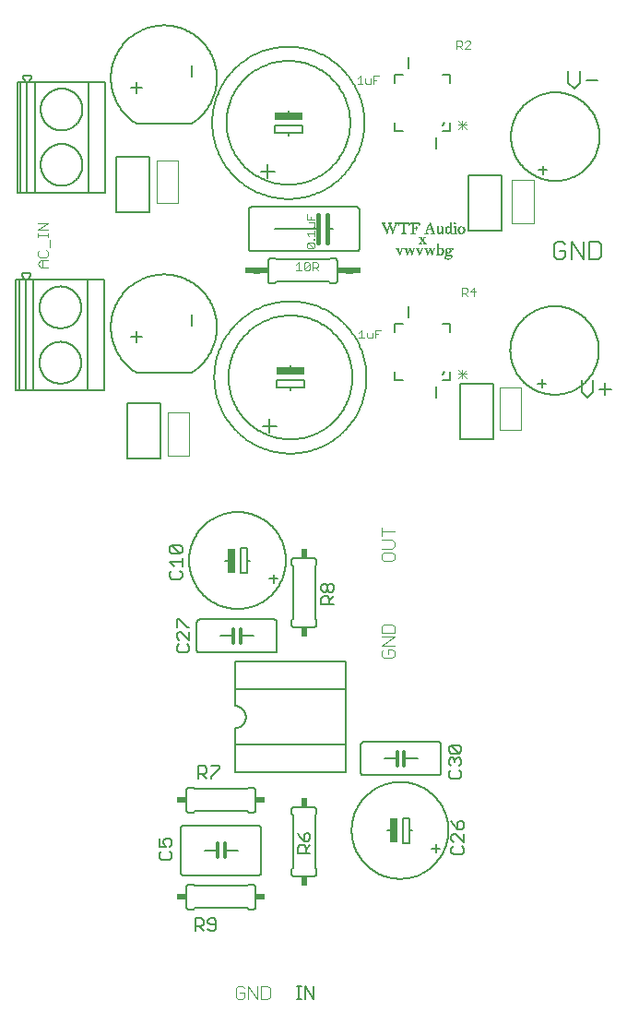
<source format=gbr>
G04 EAGLE Gerber X2 export*
%TF.Part,Single*%
%TF.FileFunction,Legend,Top,1*%
%TF.FilePolarity,Positive*%
%TF.GenerationSoftware,Autodesk,EAGLE,9.0.1*%
%TF.CreationDate,2018-08-29T03:15:35Z*%
G75*
%MOMM*%
%FSLAX34Y34*%
%LPD*%
%AMOC8*
5,1,8,0,0,1.08239X$1,22.5*%
G01*
%ADD10R,0.203200X0.012700*%
%ADD11R,0.342900X0.012700*%
%ADD12R,0.152400X0.012700*%
%ADD13R,0.088900X0.012700*%
%ADD14R,0.139700X0.012700*%
%ADD15R,0.076200X0.012700*%
%ADD16R,0.114300X0.012700*%
%ADD17R,0.063500X0.012700*%
%ADD18R,0.101600X0.012700*%
%ADD19R,0.127000X0.012700*%
%ADD20R,0.165100X0.012700*%
%ADD21R,0.190500X0.012700*%
%ADD22R,0.457200X0.012700*%
%ADD23R,0.508000X0.012700*%
%ADD24R,0.533400X0.012700*%
%ADD25R,0.546100X0.012700*%
%ADD26R,0.025400X0.012700*%
%ADD27R,0.012700X0.012700*%
%ADD28R,0.038100X0.012700*%
%ADD29R,0.228600X0.012700*%
%ADD30R,0.050800X0.012700*%
%ADD31R,0.393700X0.012700*%
%ADD32R,0.177800X0.012700*%
%ADD33R,0.279400X0.012700*%
%ADD34R,0.215900X0.012700*%
%ADD35R,0.254000X0.012700*%
%ADD36R,0.292100X0.012700*%
%ADD37R,0.266700X0.012700*%
%ADD38R,0.330200X0.012700*%
%ADD39R,0.241300X0.012700*%
%ADD40R,0.495300X0.012700*%
%ADD41R,0.406400X0.012700*%
%ADD42R,0.419100X0.012700*%
%ADD43R,0.317500X0.012700*%
%ADD44R,0.304800X0.012700*%
%ADD45R,0.431800X0.012700*%
%ADD46R,0.990600X0.012700*%
%ADD47R,0.825500X0.012700*%
%ADD48R,0.977900X0.012700*%
%ADD49R,0.660400X0.012700*%
%ADD50C,0.076200*%
%ADD51C,0.101600*%
%ADD52C,0.152400*%
%ADD53C,0.127000*%
%ADD54C,0.050800*%
%ADD55R,2.540000X0.635000*%
%ADD56C,0.203200*%
%ADD57C,0.609600*%
%ADD58R,0.863600X0.609600*%
%ADD59C,0.406400*%
%ADD60R,0.609600X0.863600*%
%ADD61C,0.304800*%
%ADD62R,0.635000X2.286000*%


D10*
X500566Y686308D03*
D11*
X500629Y686435D03*
D12*
X499296Y686562D03*
D13*
X502280Y686562D03*
D14*
X498978Y686689D03*
D15*
X502725Y686689D03*
D16*
X498724Y686816D03*
D15*
X502979Y686816D03*
D16*
X498597Y686943D03*
D17*
X503169Y686943D03*
D16*
X498470Y687070D03*
D15*
X503360Y687070D03*
D16*
X498343Y687197D03*
D15*
X503487Y687197D03*
D18*
X498280Y687324D03*
D15*
X503614Y687324D03*
D18*
X498280Y687451D03*
D15*
X503741Y687451D03*
D13*
X498216Y687578D03*
D17*
X503804Y687578D03*
D13*
X498216Y687705D03*
D17*
X503931Y687705D03*
D13*
X498216Y687832D03*
D15*
X503995Y687832D03*
D13*
X498216Y687959D03*
D15*
X503995Y687959D03*
D13*
X498216Y688086D03*
D17*
X504058Y688086D03*
D15*
X498280Y688213D03*
X504122Y688213D03*
D13*
X498343Y688340D03*
D15*
X504122Y688340D03*
X498407Y688467D03*
X504122Y688467D03*
X498534Y688594D03*
X504122Y688594D03*
X498661Y688721D03*
D13*
X504058Y688721D03*
D15*
X498788Y688848D03*
D13*
X504058Y688848D03*
D15*
X498915Y688975D03*
D18*
X503995Y688975D03*
D15*
X499169Y689102D03*
D16*
X503931Y689102D03*
D15*
X499423Y689229D03*
D19*
X503868Y689229D03*
D15*
X499677Y689356D03*
D20*
X503677Y689356D03*
D13*
X500121Y689483D03*
D21*
X503423Y689483D03*
D22*
X502090Y689610D03*
D23*
X501709Y689737D03*
D24*
X501455Y689864D03*
D25*
X501264Y689991D03*
D26*
X456243Y690118D03*
D27*
X463672Y690118D03*
X467609Y690118D03*
D26*
X474785Y690118D03*
D27*
X482214Y690118D03*
X486151Y690118D03*
D19*
X493581Y690118D03*
D25*
X501137Y690118D03*
D26*
X456243Y690245D03*
D28*
X463672Y690245D03*
X467609Y690245D03*
D26*
X474785Y690245D03*
D28*
X482214Y690245D03*
X486151Y690245D03*
D27*
X490850Y690245D03*
D29*
X493581Y690245D03*
D25*
X501010Y690245D03*
D30*
X456243Y690372D03*
D28*
X463672Y690372D03*
X467609Y690372D03*
D30*
X474785Y690372D03*
D28*
X482214Y690372D03*
X486151Y690372D03*
D26*
X490914Y690372D03*
D13*
X492501Y690372D03*
D18*
X494470Y690372D03*
D23*
X500820Y690372D03*
D30*
X456243Y690499D03*
X463736Y690499D03*
D28*
X467609Y690499D03*
D30*
X474785Y690499D03*
X482278Y690499D03*
D28*
X486151Y690499D03*
D26*
X490914Y690499D03*
D15*
X492311Y690499D03*
D18*
X494724Y690499D03*
D31*
X500248Y690499D03*
D15*
X456243Y690626D03*
D17*
X463672Y690626D03*
X467609Y690626D03*
D15*
X474785Y690626D03*
D17*
X482214Y690626D03*
X486151Y690626D03*
D28*
X490977Y690626D03*
D15*
X492057Y690626D03*
D13*
X494914Y690626D03*
D20*
X499105Y690626D03*
D15*
X456243Y690753D03*
X463736Y690753D03*
D17*
X467609Y690753D03*
D15*
X474785Y690753D03*
X482278Y690753D03*
D17*
X486151Y690753D03*
D30*
X491041Y690753D03*
D13*
X491866Y690753D03*
X495041Y690753D03*
D16*
X498851Y690753D03*
D13*
X456179Y690880D03*
X463672Y690880D03*
X467609Y690880D03*
X474721Y690880D03*
X482214Y690880D03*
X486151Y690880D03*
D14*
X491485Y690880D03*
D13*
X495168Y690880D03*
D18*
X498788Y690880D03*
X456243Y691007D03*
X463736Y691007D03*
D13*
X467609Y691007D03*
D18*
X474785Y691007D03*
X482278Y691007D03*
D13*
X486151Y691007D03*
D19*
X491422Y691007D03*
D13*
X495295Y691007D03*
X498724Y691007D03*
D16*
X456179Y691134D03*
D18*
X463736Y691134D03*
X467546Y691134D03*
D16*
X474721Y691134D03*
D18*
X482278Y691134D03*
X486088Y691134D03*
D19*
X491422Y691134D03*
D18*
X495359Y691134D03*
D15*
X498788Y691134D03*
D19*
X456243Y691261D03*
D16*
X463672Y691261D03*
X467609Y691261D03*
D19*
X474785Y691261D03*
D16*
X482214Y691261D03*
X486151Y691261D03*
X491358Y691261D03*
D18*
X495486Y691261D03*
D15*
X498788Y691261D03*
D19*
X456243Y691388D03*
X463736Y691388D03*
D16*
X467609Y691388D03*
D19*
X474785Y691388D03*
X482278Y691388D03*
D16*
X486151Y691388D03*
X491358Y691388D03*
D13*
X495549Y691388D03*
D17*
X498851Y691388D03*
D12*
X456243Y691515D03*
D14*
X463672Y691515D03*
D19*
X467546Y691515D03*
D12*
X474785Y691515D03*
D14*
X482214Y691515D03*
D19*
X486088Y691515D03*
D16*
X491358Y691515D03*
D18*
X495613Y691515D03*
D17*
X498978Y691515D03*
D18*
X455989Y691642D03*
D26*
X456878Y691642D03*
D12*
X463736Y691642D03*
D14*
X467609Y691642D03*
D18*
X474531Y691642D03*
D26*
X475420Y691642D03*
D12*
X482278Y691642D03*
D14*
X486151Y691642D03*
D18*
X491295Y691642D03*
D16*
X495676Y691642D03*
D30*
X499169Y691642D03*
D16*
X455925Y691769D03*
D28*
X456941Y691769D03*
D12*
X463736Y691769D03*
X467546Y691769D03*
D16*
X474467Y691769D03*
D28*
X475483Y691769D03*
D12*
X482278Y691769D03*
X486088Y691769D03*
D18*
X491295Y691769D03*
X495740Y691769D03*
D17*
X499359Y691769D03*
D16*
X455925Y691896D03*
D26*
X457005Y691896D03*
D16*
X463418Y691896D03*
D26*
X464371Y691896D03*
D16*
X467355Y691896D03*
D28*
X468244Y691896D03*
D16*
X474467Y691896D03*
D26*
X475547Y691896D03*
D16*
X481960Y691896D03*
D26*
X482913Y691896D03*
D16*
X485897Y691896D03*
D28*
X486786Y691896D03*
D18*
X491295Y691896D03*
D16*
X495803Y691896D03*
D13*
X499740Y691896D03*
D16*
X455798Y692023D03*
D28*
X457068Y692023D03*
D16*
X463418Y692023D03*
D28*
X464434Y692023D03*
D19*
X467292Y692023D03*
D26*
X468308Y692023D03*
D16*
X474340Y692023D03*
D28*
X475610Y692023D03*
D16*
X481960Y692023D03*
D28*
X482976Y692023D03*
D19*
X485834Y692023D03*
D26*
X486850Y692023D03*
D18*
X491295Y692023D03*
D16*
X495803Y692023D03*
D20*
X500502Y692023D03*
D16*
X455798Y692150D03*
D26*
X457132Y692150D03*
D16*
X463291Y692150D03*
D26*
X464498Y692150D03*
D16*
X467228Y692150D03*
D26*
X468308Y692150D03*
D16*
X474340Y692150D03*
D26*
X475674Y692150D03*
D16*
X481833Y692150D03*
D26*
X483040Y692150D03*
D16*
X485770Y692150D03*
D26*
X486850Y692150D03*
D18*
X491295Y692150D03*
X495867Y692150D03*
D29*
X500693Y692150D03*
D16*
X455671Y692277D03*
D26*
X457132Y692277D03*
D16*
X463291Y692277D03*
D28*
X464561Y692277D03*
D16*
X467228Y692277D03*
D28*
X468371Y692277D03*
D16*
X474213Y692277D03*
D26*
X475674Y692277D03*
D16*
X481833Y692277D03*
D28*
X483103Y692277D03*
D16*
X485770Y692277D03*
D28*
X486913Y692277D03*
D18*
X491295Y692277D03*
D16*
X495930Y692277D03*
D19*
X499931Y692277D03*
D13*
X501772Y692277D03*
D16*
X455671Y692404D03*
D26*
X457259Y692404D03*
D18*
X463228Y692404D03*
D26*
X464625Y692404D03*
D16*
X467101Y692404D03*
D26*
X468435Y692404D03*
D16*
X474213Y692404D03*
D26*
X475801Y692404D03*
D18*
X481770Y692404D03*
D26*
X483167Y692404D03*
D16*
X485643Y692404D03*
D26*
X486977Y692404D03*
D18*
X491295Y692404D03*
D16*
X495930Y692404D03*
X499613Y692404D03*
D13*
X501899Y692404D03*
D16*
X455544Y692531D03*
D26*
X457259Y692531D03*
D16*
X463164Y692531D03*
D28*
X464688Y692531D03*
D16*
X467101Y692531D03*
D26*
X468435Y692531D03*
D16*
X474086Y692531D03*
D26*
X475801Y692531D03*
D16*
X481706Y692531D03*
D28*
X483230Y692531D03*
D16*
X485643Y692531D03*
D26*
X486977Y692531D03*
D18*
X491295Y692531D03*
D16*
X495930Y692531D03*
X499486Y692531D03*
D13*
X502153Y692531D03*
D16*
X455544Y692658D03*
D26*
X457386Y692658D03*
D16*
X463164Y692658D03*
D28*
X464688Y692658D03*
D19*
X467038Y692658D03*
D26*
X468562Y692658D03*
D16*
X474086Y692658D03*
D26*
X475928Y692658D03*
D16*
X481706Y692658D03*
D28*
X483230Y692658D03*
D19*
X485580Y692658D03*
D26*
X487104Y692658D03*
D18*
X491295Y692658D03*
D19*
X495994Y692658D03*
D16*
X499359Y692658D03*
D13*
X502280Y692658D03*
D16*
X455417Y692785D03*
D26*
X457386Y692785D03*
D16*
X463037Y692785D03*
D26*
X464752Y692785D03*
D16*
X466974Y692785D03*
D26*
X468562Y692785D03*
D16*
X473959Y692785D03*
D26*
X475928Y692785D03*
D16*
X481579Y692785D03*
D26*
X483294Y692785D03*
D16*
X485516Y692785D03*
D26*
X487104Y692785D03*
D18*
X491295Y692785D03*
D19*
X495994Y692785D03*
D16*
X499232Y692785D03*
D18*
X502344Y692785D03*
D16*
X455417Y692912D03*
D26*
X457386Y692912D03*
D16*
X463037Y692912D03*
D28*
X464815Y692912D03*
D19*
X466911Y692912D03*
D28*
X468625Y692912D03*
D16*
X473959Y692912D03*
D26*
X475928Y692912D03*
D16*
X481579Y692912D03*
D28*
X483357Y692912D03*
D19*
X485453Y692912D03*
D28*
X487167Y692912D03*
D18*
X491295Y692912D03*
D16*
X496057Y692912D03*
X499105Y692912D03*
D18*
X502471Y692912D03*
X455354Y693039D03*
D26*
X457513Y693039D03*
D16*
X462910Y693039D03*
D26*
X464879Y693039D03*
D16*
X466847Y693039D03*
D26*
X468689Y693039D03*
D18*
X473896Y693039D03*
D26*
X476055Y693039D03*
D16*
X481452Y693039D03*
D26*
X483421Y693039D03*
D16*
X485389Y693039D03*
D26*
X487231Y693039D03*
D18*
X491295Y693039D03*
D16*
X496057Y693039D03*
X499105Y693039D03*
D13*
X502534Y693039D03*
D16*
X455290Y693166D03*
D26*
X457513Y693166D03*
D16*
X462910Y693166D03*
D28*
X464942Y693166D03*
D16*
X466847Y693166D03*
D26*
X468689Y693166D03*
D16*
X473832Y693166D03*
D26*
X476055Y693166D03*
D16*
X481452Y693166D03*
D28*
X483484Y693166D03*
D16*
X485389Y693166D03*
D26*
X487231Y693166D03*
D18*
X491295Y693166D03*
D16*
X496057Y693166D03*
X498978Y693166D03*
D18*
X502598Y693166D03*
X455227Y693293D03*
D26*
X457640Y693293D03*
D16*
X462910Y693293D03*
D26*
X465006Y693293D03*
D16*
X466720Y693293D03*
D28*
X468752Y693293D03*
D18*
X473769Y693293D03*
D26*
X476182Y693293D03*
D16*
X481452Y693293D03*
D26*
X483548Y693293D03*
D16*
X485262Y693293D03*
D28*
X487294Y693293D03*
D18*
X491295Y693293D03*
D16*
X496057Y693293D03*
X498978Y693293D03*
X502661Y693293D03*
X455163Y693420D03*
D26*
X457640Y693420D03*
D16*
X462783Y693420D03*
D26*
X465006Y693420D03*
D16*
X466720Y693420D03*
D26*
X468816Y693420D03*
D16*
X473705Y693420D03*
D26*
X476182Y693420D03*
D16*
X481325Y693420D03*
D26*
X483548Y693420D03*
D16*
X485262Y693420D03*
D26*
X487358Y693420D03*
D18*
X491295Y693420D03*
D16*
X496057Y693420D03*
D19*
X498915Y693420D03*
D16*
X502661Y693420D03*
D18*
X455100Y693547D03*
D26*
X457640Y693547D03*
D16*
X462783Y693547D03*
D28*
X465069Y693547D03*
D19*
X466657Y693547D03*
D26*
X468816Y693547D03*
D18*
X473642Y693547D03*
D26*
X476182Y693547D03*
D16*
X481325Y693547D03*
D28*
X483611Y693547D03*
D19*
X485199Y693547D03*
D26*
X487358Y693547D03*
D18*
X491295Y693547D03*
D16*
X496057Y693547D03*
X498851Y693547D03*
D18*
X502725Y693547D03*
D16*
X455036Y693674D03*
D26*
X457767Y693674D03*
D16*
X462656Y693674D03*
D26*
X465133Y693674D03*
D16*
X466593Y693674D03*
D28*
X468879Y693674D03*
D16*
X473578Y693674D03*
D26*
X476309Y693674D03*
D16*
X481198Y693674D03*
D26*
X483675Y693674D03*
D16*
X485135Y693674D03*
D28*
X487421Y693674D03*
D18*
X491295Y693674D03*
D19*
X495994Y693674D03*
D16*
X498851Y693674D03*
X502788Y693674D03*
X455036Y693801D03*
D26*
X457767Y693801D03*
D16*
X462656Y693801D03*
D28*
X465196Y693801D03*
D16*
X466593Y693801D03*
D26*
X468943Y693801D03*
D16*
X473578Y693801D03*
D26*
X476309Y693801D03*
D16*
X481198Y693801D03*
D28*
X483738Y693801D03*
D16*
X485135Y693801D03*
D26*
X487485Y693801D03*
D18*
X491295Y693801D03*
D19*
X495994Y693801D03*
D16*
X498851Y693801D03*
X502788Y693801D03*
X454909Y693928D03*
D26*
X457894Y693928D03*
D16*
X462529Y693928D03*
D28*
X465196Y693928D03*
D16*
X466466Y693928D03*
D26*
X468943Y693928D03*
D16*
X473451Y693928D03*
D26*
X476436Y693928D03*
D16*
X481071Y693928D03*
D28*
X483738Y693928D03*
D16*
X485008Y693928D03*
D26*
X487485Y693928D03*
D18*
X491295Y693928D03*
D19*
X495994Y693928D03*
D16*
X498851Y693928D03*
X502788Y693928D03*
X454909Y694055D03*
D26*
X457894Y694055D03*
D16*
X462529Y694055D03*
D26*
X465260Y694055D03*
D16*
X466466Y694055D03*
D26*
X469070Y694055D03*
D16*
X473451Y694055D03*
D26*
X476436Y694055D03*
D16*
X481071Y694055D03*
D26*
X483802Y694055D03*
D16*
X485008Y694055D03*
D26*
X487612Y694055D03*
D18*
X491295Y694055D03*
D19*
X495994Y694055D03*
D16*
X498851Y694055D03*
X502788Y694055D03*
D18*
X454846Y694182D03*
D26*
X457894Y694182D03*
D16*
X462529Y694182D03*
D28*
X465323Y694182D03*
D16*
X466339Y694182D03*
D26*
X469070Y694182D03*
D18*
X473388Y694182D03*
D26*
X476436Y694182D03*
D16*
X481071Y694182D03*
D28*
X483865Y694182D03*
D16*
X484881Y694182D03*
D26*
X487612Y694182D03*
D18*
X491295Y694182D03*
D19*
X495994Y694182D03*
D16*
X498851Y694182D03*
X502788Y694182D03*
X454782Y694309D03*
D26*
X458021Y694309D03*
D16*
X462402Y694309D03*
D26*
X465387Y694309D03*
D16*
X466339Y694309D03*
D26*
X469070Y694309D03*
D16*
X473324Y694309D03*
D26*
X476563Y694309D03*
D16*
X480944Y694309D03*
D26*
X483929Y694309D03*
D16*
X484881Y694309D03*
D26*
X487612Y694309D03*
D16*
X491358Y694309D03*
X495930Y694309D03*
X498851Y694309D03*
X502788Y694309D03*
D18*
X454719Y694436D03*
D26*
X458021Y694436D03*
D16*
X462402Y694436D03*
D26*
X465387Y694436D03*
D16*
X466339Y694436D03*
D26*
X469197Y694436D03*
D18*
X473261Y694436D03*
D26*
X476563Y694436D03*
D16*
X480944Y694436D03*
D26*
X483929Y694436D03*
D16*
X484881Y694436D03*
D26*
X487739Y694436D03*
D16*
X491358Y694436D03*
X495930Y694436D03*
X498851Y694436D03*
X502788Y694436D03*
X454655Y694563D03*
D26*
X458148Y694563D03*
D16*
X462275Y694563D03*
D12*
X466022Y694563D03*
D26*
X469197Y694563D03*
D16*
X473197Y694563D03*
D26*
X476690Y694563D03*
D16*
X480817Y694563D03*
D12*
X484564Y694563D03*
D26*
X487739Y694563D03*
D16*
X491358Y694563D03*
D19*
X495867Y694563D03*
D16*
X498851Y694563D03*
X502788Y694563D03*
X454655Y694690D03*
D26*
X458148Y694690D03*
D16*
X462275Y694690D03*
D14*
X466085Y694690D03*
D26*
X469197Y694690D03*
D16*
X473197Y694690D03*
D26*
X476690Y694690D03*
D16*
X480817Y694690D03*
D14*
X484627Y694690D03*
D26*
X487739Y694690D03*
D16*
X491358Y694690D03*
X495803Y694690D03*
X498851Y694690D03*
X502788Y694690D03*
X454528Y694817D03*
D28*
X458211Y694817D03*
D19*
X462212Y694817D03*
X466022Y694817D03*
D28*
X469260Y694817D03*
D16*
X473070Y694817D03*
D28*
X476753Y694817D03*
D19*
X480754Y694817D03*
X484564Y694817D03*
D28*
X487802Y694817D03*
D16*
X491358Y694817D03*
X495803Y694817D03*
D18*
X498915Y694817D03*
D16*
X502788Y694817D03*
X454528Y694944D03*
D26*
X458275Y694944D03*
D16*
X462148Y694944D03*
D19*
X466022Y694944D03*
D26*
X469324Y694944D03*
D16*
X473070Y694944D03*
D26*
X476817Y694944D03*
D16*
X480690Y694944D03*
D19*
X484564Y694944D03*
D26*
X487866Y694944D03*
D16*
X491358Y694944D03*
D18*
X495740Y694944D03*
X498915Y694944D03*
D16*
X502661Y694944D03*
X454401Y695071D03*
D26*
X458275Y695071D03*
D16*
X462148Y695071D03*
D19*
X466022Y695071D03*
D26*
X469324Y695071D03*
D16*
X472943Y695071D03*
D26*
X476817Y695071D03*
D16*
X480690Y695071D03*
D19*
X484564Y695071D03*
D26*
X487866Y695071D03*
D19*
X491422Y695071D03*
D16*
X495676Y695071D03*
D18*
X499042Y695071D03*
D16*
X502661Y695071D03*
X454401Y695198D03*
D28*
X458338Y695198D03*
D19*
X462085Y695198D03*
D16*
X465958Y695198D03*
D28*
X469387Y695198D03*
D16*
X472943Y695198D03*
D28*
X476880Y695198D03*
D19*
X480627Y695198D03*
D16*
X484500Y695198D03*
D28*
X487929Y695198D03*
D19*
X491422Y695198D03*
D18*
X495613Y695198D03*
X499042Y695198D03*
X502598Y695198D03*
D30*
X504757Y695198D03*
D19*
X454338Y695325D03*
D28*
X458338Y695325D03*
D16*
X462021Y695325D03*
X465958Y695325D03*
D26*
X469451Y695325D03*
D19*
X472880Y695325D03*
D28*
X476880Y695325D03*
D16*
X480563Y695325D03*
X484500Y695325D03*
D26*
X487993Y695325D03*
D19*
X491422Y695325D03*
D18*
X495486Y695325D03*
D13*
X499105Y695325D03*
D18*
X502598Y695325D03*
D15*
X504757Y695325D03*
D16*
X454274Y695452D03*
D28*
X458465Y695452D03*
D19*
X461958Y695452D03*
D16*
X465958Y695452D03*
D26*
X469451Y695452D03*
D16*
X472816Y695452D03*
D28*
X477007Y695452D03*
D19*
X480500Y695452D03*
D16*
X484500Y695452D03*
D26*
X487993Y695452D03*
D14*
X491485Y695452D03*
D18*
X495486Y695452D03*
D13*
X499232Y695452D03*
D16*
X502534Y695452D03*
D18*
X504757Y695452D03*
D19*
X454211Y695579D03*
D28*
X458465Y695579D03*
D19*
X461958Y695579D03*
D16*
X465831Y695579D03*
D28*
X469514Y695579D03*
D19*
X472753Y695579D03*
D28*
X477007Y695579D03*
D19*
X480500Y695579D03*
D16*
X484373Y695579D03*
D28*
X488056Y695579D03*
D14*
X491485Y695579D03*
D18*
X495359Y695579D03*
D13*
X499232Y695579D03*
D19*
X502598Y695579D03*
D18*
X504757Y695579D03*
D19*
X454211Y695706D03*
D30*
X458529Y695706D03*
D14*
X461894Y695706D03*
D16*
X465831Y695706D03*
D30*
X469578Y695706D03*
D19*
X472753Y695706D03*
D30*
X477071Y695706D03*
D14*
X480436Y695706D03*
D16*
X484373Y695706D03*
D30*
X488120Y695706D03*
D12*
X491549Y695706D03*
D18*
X495232Y695706D03*
D13*
X499359Y695706D03*
X502280Y695706D03*
D28*
X503169Y695706D03*
D16*
X504693Y695706D03*
D14*
X454147Y695833D03*
D17*
X458592Y695833D03*
D14*
X461894Y695833D03*
X465831Y695833D03*
D30*
X469578Y695833D03*
D14*
X472689Y695833D03*
D17*
X477134Y695833D03*
D14*
X480436Y695833D03*
X484373Y695833D03*
D30*
X488120Y695833D03*
D20*
X491612Y695833D03*
D18*
X495105Y695833D03*
D13*
X499486Y695833D03*
D18*
X502217Y695833D03*
D30*
X503360Y695833D03*
D19*
X504630Y695833D03*
D12*
X454084Y695960D03*
D15*
X458656Y695960D03*
D12*
X461831Y695960D03*
D14*
X465831Y695960D03*
D17*
X469641Y695960D03*
D12*
X472626Y695960D03*
D15*
X477198Y695960D03*
D12*
X480373Y695960D03*
D14*
X484373Y695960D03*
D17*
X488183Y695960D03*
D16*
X491358Y695960D03*
D30*
X492311Y695960D03*
D18*
X494978Y695960D03*
D13*
X499613Y695960D03*
X502026Y695960D03*
D10*
X504249Y695960D03*
D32*
X454084Y696087D03*
D16*
X458719Y696087D03*
D21*
X461894Y696087D03*
X465831Y696087D03*
D16*
X469641Y696087D03*
D32*
X472626Y696087D03*
D16*
X477261Y696087D03*
D21*
X480436Y696087D03*
X484373Y696087D03*
D16*
X488183Y696087D03*
D18*
X491422Y696087D03*
D28*
X492501Y696087D03*
D13*
X494787Y696087D03*
D15*
X499804Y696087D03*
D13*
X501899Y696087D03*
D32*
X504249Y696087D03*
D33*
X454084Y696214D03*
D34*
X458719Y696214D03*
D33*
X461831Y696214D03*
D35*
X465768Y696214D03*
D32*
X469578Y696214D03*
D33*
X472626Y696214D03*
D34*
X477261Y696214D03*
D33*
X480373Y696214D03*
D35*
X484310Y696214D03*
D32*
X488120Y696214D03*
D18*
X491422Y696214D03*
D30*
X492692Y696214D03*
D16*
X494533Y696214D03*
D15*
X500058Y696214D03*
D18*
X501709Y696214D03*
D12*
X504249Y696214D03*
D33*
X454084Y696341D03*
D34*
X458719Y696341D03*
D36*
X461894Y696341D03*
D35*
X465768Y696341D03*
D21*
X469641Y696341D03*
D33*
X472626Y696341D03*
D34*
X477261Y696341D03*
D36*
X480436Y696341D03*
D35*
X484310Y696341D03*
D21*
X488183Y696341D03*
D18*
X491422Y696341D03*
D10*
X493835Y696341D03*
X500947Y696341D03*
D16*
X504312Y696341D03*
D18*
X491422Y696468D03*
D16*
X493771Y696468D03*
D18*
X500947Y696468D03*
D17*
X504312Y696468D03*
D18*
X491422Y696595D03*
X491422Y696722D03*
X491422Y696849D03*
X491422Y696976D03*
X491422Y697103D03*
X491422Y697230D03*
X491422Y697357D03*
X491422Y697484D03*
X491422Y697611D03*
X491422Y697738D03*
X491422Y697865D03*
X491422Y697992D03*
X491422Y698119D03*
X491422Y698246D03*
X491422Y698373D03*
X491422Y698500D03*
X491422Y698627D03*
X491422Y698754D03*
X491422Y698881D03*
X491422Y699008D03*
X491422Y699135D03*
X491422Y699262D03*
X491422Y699389D03*
D16*
X491358Y699516D03*
X491358Y699643D03*
X491358Y699770D03*
D19*
X491295Y699897D03*
D12*
X491168Y700024D03*
D32*
X491041Y700151D03*
X490914Y700278D03*
D37*
X475356Y700405D03*
D38*
X479484Y700405D03*
D37*
X475356Y700532D03*
D11*
X479420Y700532D03*
D12*
X475293Y700659D03*
D39*
X479420Y700659D03*
D16*
X475356Y700786D03*
D32*
X479357Y700786D03*
D15*
X475420Y700913D03*
D12*
X479357Y700913D03*
D30*
X475547Y701040D03*
D12*
X479230Y701040D03*
D30*
X475674Y701167D03*
D14*
X479166Y701167D03*
D28*
X475737Y701294D03*
D14*
X479039Y701294D03*
D30*
X475801Y701421D03*
D19*
X478976Y701421D03*
D28*
X475864Y701548D03*
D19*
X478849Y701548D03*
D28*
X475991Y701675D03*
D14*
X478785Y701675D03*
D28*
X475991Y701802D03*
D19*
X478722Y701802D03*
D28*
X476118Y701929D03*
D19*
X478595Y701929D03*
D28*
X476245Y702056D03*
D19*
X478468Y702056D03*
D28*
X476245Y702183D03*
D19*
X478468Y702183D03*
D28*
X476372Y702310D03*
D19*
X478341Y702310D03*
D26*
X476436Y702437D03*
D19*
X478214Y702437D03*
D28*
X476499Y702564D03*
D16*
X478150Y702564D03*
D28*
X476626Y702691D03*
D19*
X478087Y702691D03*
D26*
X476690Y702818D03*
D19*
X477960Y702818D03*
D28*
X476753Y702945D03*
D19*
X477833Y702945D03*
D28*
X476880Y703072D03*
D16*
X477769Y703072D03*
D12*
X477579Y703199D03*
D14*
X477515Y703326D03*
D19*
X477452Y703453D03*
X477452Y703580D03*
X477325Y703707D03*
X477198Y703834D03*
D14*
X477134Y703961D03*
D12*
X477198Y704088D03*
D19*
X476944Y704215D03*
D26*
X477833Y704215D03*
D19*
X476817Y704342D03*
D28*
X477896Y704342D03*
D19*
X476690Y704469D03*
D28*
X478023Y704469D03*
D19*
X476690Y704596D03*
D28*
X478150Y704596D03*
D19*
X476563Y704723D03*
D26*
X478214Y704723D03*
D19*
X476436Y704850D03*
D28*
X478277Y704850D03*
D14*
X476372Y704977D03*
D28*
X478404Y704977D03*
D19*
X476309Y705104D03*
D28*
X478531Y705104D03*
D19*
X476182Y705231D03*
D26*
X478595Y705231D03*
D19*
X476055Y705358D03*
D28*
X478658Y705358D03*
D14*
X475991Y705485D03*
D28*
X478785Y705485D03*
D19*
X475928Y705612D03*
D30*
X478849Y705612D03*
D19*
X475801Y705739D03*
D28*
X478912Y705739D03*
D14*
X475737Y705866D03*
D30*
X478976Y705866D03*
D14*
X475610Y705993D03*
D17*
X479039Y705993D03*
D12*
X475547Y706120D03*
D15*
X479103Y706120D03*
D10*
X475420Y706247D03*
D19*
X479103Y706247D03*
D38*
X475420Y706374D03*
D29*
X479230Y706374D03*
D38*
X475420Y706501D03*
D29*
X479230Y706501D03*
D26*
X444559Y709676D03*
X450020Y709676D03*
D28*
X444622Y709803D03*
X449956Y709803D03*
D15*
X466911Y709803D03*
D13*
X470149Y709803D03*
D28*
X479420Y709803D03*
D30*
X482278Y709803D03*
X485326Y709803D03*
D17*
X489072Y709803D03*
D18*
X492565Y709803D03*
D13*
X500629Y709803D03*
D28*
X505836Y709803D03*
D30*
X508567Y709803D03*
D16*
X512694Y709803D03*
D30*
X444559Y709930D03*
D28*
X449956Y709930D03*
D40*
X460370Y709930D03*
D41*
X468562Y709930D03*
D38*
X480881Y709930D03*
D42*
X487167Y709930D03*
D20*
X492628Y709930D03*
X495930Y709930D03*
X500629Y709930D03*
D21*
X503677Y709930D03*
D43*
X507233Y709930D03*
D10*
X512758Y709930D03*
D30*
X444559Y710057D03*
X450020Y710057D03*
D40*
X460370Y710057D03*
D37*
X468498Y710057D03*
D39*
X480817Y710057D03*
D44*
X487231Y710057D03*
D34*
X492628Y710057D03*
D32*
X495867Y710057D03*
D34*
X500629Y710057D03*
D21*
X503677Y710057D03*
X507106Y710057D03*
D18*
X511869Y710057D03*
D13*
X513710Y710057D03*
D17*
X444622Y710184D03*
X449956Y710184D03*
D38*
X460307Y710184D03*
D34*
X468498Y710184D03*
D32*
X480754Y710184D03*
D39*
X487294Y710184D03*
D35*
X492692Y710184D03*
D14*
X495676Y710184D03*
D35*
X500566Y710184D03*
D12*
X503487Y710184D03*
D14*
X507233Y710184D03*
D18*
X511615Y710184D03*
D15*
X514028Y710184D03*
X444559Y710311D03*
X450020Y710311D03*
D37*
X460370Y710311D03*
D21*
X468498Y710311D03*
D12*
X480754Y710311D03*
D10*
X487231Y710311D03*
D12*
X492057Y710311D03*
D30*
X493835Y710311D03*
D19*
X495613Y710311D03*
D14*
X499867Y710311D03*
D17*
X501645Y710311D03*
D19*
X503360Y710311D03*
D16*
X507233Y710311D03*
D13*
X511424Y710311D03*
D15*
X514155Y710311D03*
X444559Y710438D03*
X450020Y710438D03*
D29*
X460307Y710438D03*
D32*
X468435Y710438D03*
D16*
X480817Y710438D03*
D32*
X487231Y710438D03*
D14*
X491866Y710438D03*
D30*
X494089Y710438D03*
D16*
X495549Y710438D03*
X499613Y710438D03*
D30*
X501836Y710438D03*
D16*
X503296Y710438D03*
X507233Y710438D03*
D13*
X511297Y710438D03*
D15*
X514282Y710438D03*
D18*
X444559Y710565D03*
D13*
X449956Y710565D03*
D10*
X460307Y710565D03*
D12*
X468435Y710565D03*
D18*
X480754Y710565D03*
D32*
X487231Y710565D03*
D19*
X491803Y710565D03*
D28*
X494279Y710565D03*
D16*
X495549Y710565D03*
X499486Y710565D03*
D30*
X501963Y710565D03*
D18*
X503233Y710565D03*
X507170Y710565D03*
X511107Y710565D03*
D15*
X514536Y710565D03*
D18*
X444559Y710692D03*
X450020Y710692D03*
D32*
X460307Y710692D03*
D12*
X468435Y710692D03*
D13*
X480817Y710692D03*
D20*
X487167Y710692D03*
D16*
X491739Y710692D03*
D28*
X494406Y710692D03*
D18*
X495613Y710692D03*
D16*
X499359Y710692D03*
D28*
X502153Y710692D03*
D18*
X503233Y710692D03*
X507170Y710692D03*
X510980Y710692D03*
D13*
X514599Y710692D03*
D16*
X444495Y710819D03*
X449956Y710819D03*
D32*
X460307Y710819D03*
D12*
X468435Y710819D03*
D17*
X480817Y710819D03*
D12*
X487104Y710819D03*
D19*
X491676Y710819D03*
D28*
X494533Y710819D03*
D16*
X495549Y710819D03*
X499232Y710819D03*
D28*
X502280Y710819D03*
D18*
X503233Y710819D03*
X507170Y710819D03*
X510853Y710819D03*
D13*
X514726Y710819D03*
D19*
X444559Y710946D03*
D16*
X449956Y710946D03*
D20*
X460370Y710946D03*
D12*
X468435Y710946D03*
D17*
X480817Y710946D03*
D12*
X487104Y710946D03*
D16*
X491612Y710946D03*
D26*
X494597Y710946D03*
D16*
X495549Y710946D03*
X499105Y710946D03*
D26*
X502344Y710946D03*
D18*
X503233Y710946D03*
X507170Y710946D03*
X510853Y710946D03*
D15*
X514790Y710946D03*
D19*
X444559Y711073D03*
X450020Y711073D03*
D12*
X460307Y711073D03*
X468435Y711073D03*
D30*
X480881Y711073D03*
D14*
X487040Y711073D03*
D16*
X491612Y711073D03*
D26*
X494724Y711073D03*
D16*
X495549Y711073D03*
X498978Y711073D03*
D28*
X502407Y711073D03*
D18*
X503233Y711073D03*
X507170Y711073D03*
X510726Y711073D03*
D13*
X514853Y711073D03*
D14*
X444495Y711200D03*
X449956Y711200D03*
D12*
X460307Y711200D03*
D14*
X468371Y711200D03*
D17*
X480944Y711200D03*
D14*
X487040Y711200D03*
D18*
X491549Y711200D03*
D12*
X495359Y711200D03*
D16*
X498978Y711200D03*
D14*
X503042Y711200D03*
D18*
X507170Y711200D03*
D16*
X510662Y711200D03*
D13*
X514980Y711200D03*
D12*
X444559Y711327D03*
X450020Y711327D03*
X460307Y711327D03*
D19*
X468435Y711327D03*
D30*
X481008Y711327D03*
D12*
X486977Y711327D03*
D18*
X491549Y711327D03*
D19*
X495359Y711327D03*
D16*
X498851Y711327D03*
D14*
X503042Y711327D03*
D18*
X507170Y711327D03*
X510599Y711327D03*
X515044Y711327D03*
D20*
X444495Y711454D03*
D12*
X450020Y711454D03*
D14*
X460370Y711454D03*
D19*
X468435Y711454D03*
D30*
X481008Y711454D03*
D14*
X486913Y711454D03*
D18*
X491549Y711454D03*
D16*
X495422Y711454D03*
X498851Y711454D03*
D19*
X503106Y711454D03*
D18*
X507170Y711454D03*
D16*
X510535Y711454D03*
D13*
X515107Y711454D03*
D20*
X444495Y711581D03*
X449956Y711581D03*
D14*
X460370Y711581D03*
D19*
X468435Y711581D03*
D28*
X481071Y711581D03*
D14*
X486913Y711581D03*
D18*
X491549Y711581D03*
D19*
X495486Y711581D03*
X498788Y711581D03*
X503106Y711581D03*
D18*
X507170Y711581D03*
D16*
X510408Y711581D03*
D18*
X515171Y711581D03*
D21*
X444495Y711708D03*
D32*
X450020Y711708D03*
D14*
X460370Y711708D03*
D19*
X468435Y711708D03*
D28*
X481071Y711708D03*
D14*
X486786Y711708D03*
D18*
X491549Y711708D03*
D19*
X495486Y711708D03*
D16*
X498724Y711708D03*
X503169Y711708D03*
D18*
X507170Y711708D03*
D16*
X510408Y711708D03*
D13*
X515234Y711708D03*
D14*
X444241Y711835D03*
D28*
X445257Y711835D03*
D21*
X449956Y711835D03*
D14*
X460370Y711835D03*
D19*
X468435Y711835D03*
D30*
X481135Y711835D03*
D14*
X486786Y711835D03*
D18*
X491549Y711835D03*
D16*
X495549Y711835D03*
D19*
X498661Y711835D03*
D16*
X503169Y711835D03*
D18*
X507170Y711835D03*
D16*
X510408Y711835D03*
D18*
X515298Y711835D03*
D14*
X444241Y711962D03*
D28*
X445257Y711962D03*
D14*
X449702Y711962D03*
D28*
X450718Y711962D03*
D14*
X460370Y711962D03*
D19*
X468435Y711962D03*
D28*
X481198Y711962D03*
D14*
X486786Y711962D03*
D16*
X491485Y711962D03*
X495549Y711962D03*
D19*
X498661Y711962D03*
D16*
X503169Y711962D03*
D18*
X507170Y711962D03*
D16*
X510281Y711962D03*
D18*
X515298Y711962D03*
D14*
X444114Y712089D03*
D28*
X445384Y712089D03*
D19*
X449639Y712089D03*
D30*
X450782Y712089D03*
D14*
X460370Y712089D03*
D19*
X468435Y712089D03*
D28*
X481198Y712089D03*
D14*
X486659Y712089D03*
D16*
X491485Y712089D03*
X495549Y712089D03*
D19*
X498661Y712089D03*
D16*
X503169Y712089D03*
D18*
X507170Y712089D03*
D16*
X510281Y712089D03*
X515361Y712089D03*
D14*
X444114Y712216D03*
D28*
X445384Y712216D03*
D14*
X449575Y712216D03*
D28*
X450845Y712216D03*
D14*
X460370Y712216D03*
D19*
X468435Y712216D03*
D28*
X481325Y712216D03*
D14*
X486659Y712216D03*
D16*
X491485Y712216D03*
X495549Y712216D03*
D19*
X498661Y712216D03*
D16*
X503169Y712216D03*
D18*
X507170Y712216D03*
D16*
X510281Y712216D03*
X515361Y712216D03*
D14*
X443987Y712343D03*
D28*
X445384Y712343D03*
D14*
X449575Y712343D03*
D28*
X450845Y712343D03*
D14*
X460370Y712343D03*
D19*
X468435Y712343D03*
D28*
X481325Y712343D03*
D19*
X486596Y712343D03*
D16*
X491485Y712343D03*
X495549Y712343D03*
X498597Y712343D03*
D18*
X503233Y712343D03*
X507170Y712343D03*
D16*
X510281Y712343D03*
D18*
X515425Y712343D03*
D14*
X443987Y712470D03*
D28*
X445511Y712470D03*
D14*
X449448Y712470D03*
D28*
X450972Y712470D03*
D19*
X460307Y712470D03*
X468435Y712470D03*
D28*
X481325Y712470D03*
D14*
X486532Y712470D03*
D16*
X491485Y712470D03*
X495549Y712470D03*
X498597Y712470D03*
D18*
X503233Y712470D03*
X507170Y712470D03*
D19*
X510218Y712470D03*
D18*
X515425Y712470D03*
D14*
X443860Y712597D03*
D28*
X445511Y712597D03*
D14*
X449448Y712597D03*
D28*
X450972Y712597D03*
D19*
X460307Y712597D03*
X468435Y712597D03*
D28*
X481452Y712597D03*
D14*
X486532Y712597D03*
D16*
X491485Y712597D03*
X495549Y712597D03*
D19*
X498534Y712597D03*
D18*
X503233Y712597D03*
X507170Y712597D03*
D19*
X510218Y712597D03*
D16*
X515488Y712597D03*
D14*
X443860Y712724D03*
D28*
X445511Y712724D03*
D19*
X449385Y712724D03*
D28*
X450972Y712724D03*
D19*
X460307Y712724D03*
X468435Y712724D03*
D28*
X481452Y712724D03*
D19*
X486469Y712724D03*
D16*
X491485Y712724D03*
X495549Y712724D03*
D19*
X498534Y712724D03*
D18*
X503233Y712724D03*
X507170Y712724D03*
D19*
X510218Y712724D03*
D16*
X515488Y712724D03*
D19*
X443797Y712851D03*
D28*
X445638Y712851D03*
D14*
X449321Y712851D03*
D28*
X451099Y712851D03*
D19*
X460307Y712851D03*
X468435Y712851D03*
D28*
X481452Y712851D03*
D14*
X486405Y712851D03*
D16*
X491485Y712851D03*
X495549Y712851D03*
D19*
X498534Y712851D03*
D18*
X503233Y712851D03*
X507170Y712851D03*
D19*
X510218Y712851D03*
D16*
X515488Y712851D03*
D14*
X443733Y712978D03*
D28*
X445638Y712978D03*
D19*
X449258Y712978D03*
D28*
X451099Y712978D03*
D19*
X460307Y712978D03*
X468435Y712978D03*
D28*
X481579Y712978D03*
D14*
X486405Y712978D03*
D16*
X491485Y712978D03*
X495549Y712978D03*
D19*
X498534Y712978D03*
D18*
X503233Y712978D03*
X507170Y712978D03*
D19*
X510218Y712978D03*
D16*
X515488Y712978D03*
D14*
X443733Y713105D03*
D28*
X445638Y713105D03*
D14*
X449194Y713105D03*
D28*
X451099Y713105D03*
D19*
X460307Y713105D03*
X468435Y713105D03*
D28*
X481579Y713105D03*
D19*
X486342Y713105D03*
D16*
X491485Y713105D03*
D18*
X495613Y713105D03*
D16*
X498597Y713105D03*
D18*
X503233Y713105D03*
X507170Y713105D03*
D19*
X510218Y713105D03*
D16*
X515488Y713105D03*
D14*
X443606Y713232D03*
D28*
X445765Y713232D03*
D14*
X449194Y713232D03*
D28*
X451226Y713232D03*
D19*
X460307Y713232D03*
X468435Y713232D03*
D26*
X471991Y713232D03*
D28*
X481579Y713232D03*
D14*
X486278Y713232D03*
D16*
X491485Y713232D03*
D18*
X495613Y713232D03*
D16*
X498597Y713232D03*
D18*
X503233Y713232D03*
X507170Y713232D03*
D19*
X510218Y713232D03*
D16*
X515488Y713232D03*
D14*
X443606Y713359D03*
D28*
X445765Y713359D03*
D14*
X449067Y713359D03*
D28*
X451226Y713359D03*
D19*
X460307Y713359D03*
X468435Y713359D03*
D26*
X471991Y713359D03*
D28*
X481706Y713359D03*
D19*
X486215Y713359D03*
D16*
X491485Y713359D03*
D18*
X495613Y713359D03*
D16*
X498597Y713359D03*
D18*
X503233Y713359D03*
X507170Y713359D03*
D19*
X510218Y713359D03*
D16*
X515488Y713359D03*
D14*
X443479Y713486D03*
D26*
X445829Y713486D03*
D14*
X449067Y713486D03*
D28*
X451226Y713486D03*
D19*
X460307Y713486D03*
X468435Y713486D03*
D26*
X471991Y713486D03*
D28*
X481706Y713486D03*
D19*
X486215Y713486D03*
D16*
X491485Y713486D03*
D18*
X495613Y713486D03*
D16*
X498597Y713486D03*
D18*
X503233Y713486D03*
X507170Y713486D03*
D16*
X510281Y713486D03*
X515488Y713486D03*
D14*
X443479Y713613D03*
D28*
X445892Y713613D03*
D19*
X449004Y713613D03*
D28*
X451353Y713613D03*
D19*
X460307Y713613D03*
X468435Y713613D03*
D26*
X471991Y713613D03*
D28*
X481833Y713613D03*
D14*
X486151Y713613D03*
D16*
X491485Y713613D03*
D18*
X495613Y713613D03*
D16*
X498597Y713613D03*
D18*
X503233Y713613D03*
D13*
X507233Y713613D03*
D16*
X510281Y713613D03*
D19*
X515425Y713613D03*
X443416Y713740D03*
D28*
X445892Y713740D03*
D14*
X448940Y713740D03*
D28*
X451353Y713740D03*
D19*
X460307Y713740D03*
X468435Y713740D03*
D26*
X471991Y713740D03*
D23*
X484183Y713740D03*
D16*
X491485Y713740D03*
D18*
X495613Y713740D03*
D16*
X498597Y713740D03*
D18*
X503233Y713740D03*
D13*
X507233Y713740D03*
D16*
X510281Y713740D03*
X515361Y713740D03*
D14*
X443352Y713867D03*
D26*
X445956Y713867D03*
D14*
X448940Y713867D03*
D28*
X451480Y713867D03*
D19*
X460307Y713867D03*
X468435Y713867D03*
D28*
X471927Y713867D03*
D23*
X484183Y713867D03*
D18*
X491422Y713867D03*
X495613Y713867D03*
D16*
X498724Y713867D03*
D18*
X503233Y713867D03*
D13*
X507233Y713867D03*
D16*
X510281Y713867D03*
X515361Y713867D03*
D14*
X443352Y713994D03*
D28*
X446019Y713994D03*
D14*
X448813Y713994D03*
D28*
X451480Y713994D03*
D19*
X460307Y713994D03*
X468435Y713994D03*
D28*
X471927Y713994D03*
D40*
X484246Y713994D03*
D18*
X491422Y713994D03*
X495613Y713994D03*
D16*
X498724Y713994D03*
D18*
X503233Y713994D03*
D13*
X507233Y713994D03*
D18*
X510345Y713994D03*
D16*
X515361Y713994D03*
D14*
X443225Y714121D03*
D28*
X446019Y714121D03*
D14*
X448813Y714121D03*
D28*
X451480Y714121D03*
D19*
X460307Y714121D03*
X468435Y714121D03*
D30*
X471864Y714121D03*
D28*
X481960Y714121D03*
D19*
X485961Y714121D03*
D18*
X491422Y714121D03*
X495613Y714121D03*
D16*
X498724Y714121D03*
D18*
X503233Y714121D03*
D13*
X507233Y714121D03*
D16*
X510408Y714121D03*
X515361Y714121D03*
D14*
X443225Y714248D03*
D28*
X446146Y714248D03*
D19*
X448750Y714248D03*
D28*
X451607Y714248D03*
D19*
X460307Y714248D03*
X468435Y714248D03*
D30*
X471864Y714248D03*
D28*
X481960Y714248D03*
D19*
X485961Y714248D03*
D18*
X491422Y714248D03*
X495613Y714248D03*
X498788Y714248D03*
X503233Y714248D03*
D13*
X507233Y714248D03*
D16*
X510408Y714248D03*
X515234Y714248D03*
D14*
X443098Y714375D03*
D28*
X446146Y714375D03*
D14*
X448686Y714375D03*
D28*
X451607Y714375D03*
D19*
X460307Y714375D03*
X468435Y714375D03*
D17*
X471800Y714375D03*
D26*
X482024Y714375D03*
D14*
X485897Y714375D03*
D18*
X491422Y714375D03*
X495613Y714375D03*
X498788Y714375D03*
D16*
X503169Y714375D03*
D13*
X507233Y714375D03*
D18*
X510472Y714375D03*
D16*
X515234Y714375D03*
D14*
X443098Y714502D03*
D28*
X446146Y714502D03*
D14*
X448686Y714502D03*
D28*
X451607Y714502D03*
D19*
X460307Y714502D03*
X468435Y714502D03*
D15*
X471737Y714502D03*
D28*
X482087Y714502D03*
D19*
X485834Y714502D03*
D18*
X491422Y714502D03*
X495613Y714502D03*
X498788Y714502D03*
D16*
X503169Y714502D03*
D13*
X507233Y714502D03*
D18*
X510472Y714502D03*
D16*
X515107Y714502D03*
D14*
X443098Y714629D03*
D28*
X446273Y714629D03*
D19*
X448623Y714629D03*
D28*
X451734Y714629D03*
D19*
X460307Y714629D03*
X468435Y714629D03*
D18*
X471610Y714629D03*
D28*
X482087Y714629D03*
D14*
X485770Y714629D03*
D18*
X491422Y714629D03*
X495613Y714629D03*
X498915Y714629D03*
D16*
X503169Y714629D03*
D13*
X507233Y714629D03*
D18*
X510599Y714629D03*
D16*
X515107Y714629D03*
D14*
X442971Y714756D03*
D28*
X446273Y714756D03*
D14*
X448559Y714756D03*
D28*
X451734Y714756D03*
D19*
X460307Y714756D03*
X468435Y714756D03*
D14*
X471419Y714756D03*
D26*
X482151Y714756D03*
D19*
X485707Y714756D03*
D18*
X491422Y714756D03*
X495613Y714756D03*
D13*
X498978Y714756D03*
D16*
X503169Y714756D03*
D18*
X507170Y714756D03*
D13*
X510662Y714756D03*
D18*
X515044Y714756D03*
D14*
X442971Y714883D03*
D28*
X446273Y714883D03*
D19*
X448496Y714883D03*
D28*
X451734Y714883D03*
D19*
X460307Y714883D03*
D45*
X469959Y714883D03*
D28*
X482214Y714883D03*
D19*
X485707Y714883D03*
D18*
X491422Y714883D03*
X495613Y714883D03*
D13*
X498978Y714883D03*
D19*
X503106Y714883D03*
D18*
X507170Y714883D03*
X510726Y714883D03*
D16*
X514980Y714883D03*
D14*
X442844Y715010D03*
D28*
X446400Y715010D03*
D14*
X448432Y715010D03*
D28*
X451861Y715010D03*
D19*
X460307Y715010D03*
D45*
X469959Y715010D03*
D28*
X482214Y715010D03*
D14*
X485643Y715010D03*
D18*
X491422Y715010D03*
X495613Y715010D03*
D13*
X499105Y715010D03*
D19*
X503106Y715010D03*
D18*
X507170Y715010D03*
D13*
X510789Y715010D03*
D16*
X514853Y715010D03*
D14*
X442844Y715137D03*
D28*
X446400Y715137D03*
D14*
X448432Y715137D03*
D28*
X451861Y715137D03*
D19*
X460307Y715137D03*
D45*
X469959Y715137D03*
D28*
X482341Y715137D03*
D19*
X485580Y715137D03*
D18*
X491422Y715137D03*
D16*
X495549Y715137D03*
D15*
X499169Y715137D03*
D19*
X503106Y715137D03*
D18*
X507170Y715137D03*
D13*
X510916Y715137D03*
D18*
X514790Y715137D03*
D14*
X442717Y715264D03*
D28*
X446400Y715264D03*
D19*
X448369Y715264D03*
D28*
X451861Y715264D03*
D19*
X460307Y715264D03*
X468435Y715264D03*
D14*
X471419Y715264D03*
D28*
X482341Y715264D03*
D19*
X485580Y715264D03*
D18*
X491422Y715264D03*
D16*
X495549Y715264D03*
D15*
X499296Y715264D03*
D14*
X503042Y715264D03*
D18*
X507170Y715264D03*
D13*
X511043Y715264D03*
D18*
X514663Y715264D03*
D14*
X442717Y715391D03*
D28*
X446527Y715391D03*
D14*
X448305Y715391D03*
D28*
X451988Y715391D03*
D19*
X460307Y715391D03*
X468435Y715391D03*
D18*
X471610Y715391D03*
D26*
X482405Y715391D03*
D14*
X485516Y715391D03*
D18*
X491422Y715391D03*
D16*
X495549Y715391D03*
D13*
X499359Y715391D03*
D28*
X502407Y715391D03*
D18*
X503233Y715391D03*
X507170Y715391D03*
D15*
X511107Y715391D03*
D18*
X514536Y715391D03*
D14*
X442717Y715518D03*
D28*
X446527Y715518D03*
D19*
X448242Y715518D03*
D28*
X451988Y715518D03*
D19*
X460307Y715518D03*
X468435Y715518D03*
D15*
X471737Y715518D03*
D28*
X482468Y715518D03*
D19*
X485453Y715518D03*
D18*
X491422Y715518D03*
D16*
X495549Y715518D03*
D13*
X499486Y715518D03*
D26*
X502344Y715518D03*
D18*
X503233Y715518D03*
D16*
X507106Y715518D03*
D15*
X511234Y715518D03*
D18*
X514409Y715518D03*
D14*
X442590Y715645D03*
D28*
X446527Y715645D03*
D14*
X448178Y715645D03*
D28*
X451988Y715645D03*
D19*
X460307Y715645D03*
X468435Y715645D03*
D17*
X471800Y715645D03*
D28*
X482468Y715645D03*
D14*
X485389Y715645D03*
D18*
X491422Y715645D03*
D19*
X495486Y715645D03*
D15*
X499677Y715645D03*
D28*
X502153Y715645D03*
D18*
X503233Y715645D03*
D16*
X507106Y715645D03*
D13*
X511424Y715645D03*
X514218Y715645D03*
D14*
X442590Y715772D03*
D28*
X446654Y715772D03*
D14*
X448178Y715772D03*
D28*
X452115Y715772D03*
D19*
X460307Y715772D03*
X468435Y715772D03*
D30*
X471864Y715772D03*
D26*
X482532Y715772D03*
D14*
X485389Y715772D03*
D16*
X491358Y715772D03*
D14*
X495422Y715772D03*
D15*
X499804Y715772D03*
D28*
X502026Y715772D03*
D18*
X503233Y715772D03*
D14*
X506979Y715772D03*
D15*
X511615Y715772D03*
D18*
X514028Y715772D03*
D14*
X442463Y715899D03*
D28*
X446654Y715899D03*
D19*
X448115Y715899D03*
D28*
X452115Y715899D03*
D19*
X460307Y715899D03*
X468435Y715899D03*
D28*
X471927Y715899D03*
X482595Y715899D03*
D19*
X485326Y715899D03*
D20*
X491104Y715899D03*
D21*
X495168Y715899D03*
D15*
X500058Y715899D03*
D30*
X501836Y715899D03*
D18*
X503233Y715899D03*
D10*
X506662Y715899D03*
D15*
X511869Y715899D03*
D18*
X513774Y715899D03*
D14*
X442463Y716026D03*
D28*
X446654Y716026D03*
D14*
X448051Y716026D03*
D28*
X452242Y716026D03*
D19*
X460307Y716026D03*
X468435Y716026D03*
D28*
X471927Y716026D03*
X482595Y716026D03*
D14*
X485262Y716026D03*
D20*
X491104Y716026D03*
D32*
X495105Y716026D03*
D21*
X500883Y716026D03*
D18*
X503233Y716026D03*
D10*
X506662Y716026D03*
D29*
X512885Y716026D03*
D12*
X442400Y716153D03*
D28*
X446781Y716153D03*
D14*
X448051Y716153D03*
D28*
X452242Y716153D03*
D19*
X460307Y716153D03*
X468435Y716153D03*
D26*
X471991Y716153D03*
D28*
X482722Y716153D03*
D19*
X485199Y716153D03*
D18*
X500820Y716153D03*
X503233Y716153D03*
X507170Y716153D03*
D19*
X512885Y716153D03*
D14*
X442336Y716280D03*
D28*
X446781Y716280D03*
D14*
X447924Y716280D03*
D28*
X452242Y716280D03*
D19*
X460307Y716280D03*
X468435Y716280D03*
D28*
X472054Y716280D03*
X482722Y716280D03*
D14*
X485135Y716280D03*
D18*
X503233Y716280D03*
D12*
X442273Y716407D03*
D28*
X446781Y716407D03*
D14*
X447924Y716407D03*
D28*
X452369Y716407D03*
D19*
X460307Y716407D03*
X468435Y716407D03*
D26*
X472118Y716407D03*
D28*
X482722Y716407D03*
D14*
X485135Y716407D03*
D18*
X503233Y716407D03*
D14*
X442209Y716534D03*
D28*
X446908Y716534D03*
D14*
X447924Y716534D03*
D28*
X452369Y716534D03*
D19*
X460307Y716534D03*
D14*
X468498Y716534D03*
D26*
X472118Y716534D03*
D28*
X482849Y716534D03*
D19*
X485072Y716534D03*
D18*
X503233Y716534D03*
D12*
X442146Y716661D03*
D32*
X447607Y716661D03*
D28*
X452369Y716661D03*
D19*
X460307Y716661D03*
D14*
X468498Y716661D03*
D26*
X472118Y716661D03*
D28*
X482849Y716661D03*
D14*
X485008Y716661D03*
D18*
X503233Y716661D03*
D12*
X442146Y716788D03*
D32*
X447607Y716788D03*
D28*
X452496Y716788D03*
D19*
X460307Y716788D03*
D14*
X468498Y716788D03*
D26*
X472118Y716788D03*
D28*
X482976Y716788D03*
D14*
X485008Y716788D03*
D18*
X503233Y716788D03*
D14*
X442082Y716915D03*
D32*
X447607Y716915D03*
D28*
X452496Y716915D03*
D19*
X460307Y716915D03*
D14*
X468498Y716915D03*
D28*
X482976Y716915D03*
D14*
X484881Y716915D03*
D18*
X503233Y716915D03*
D12*
X442019Y717042D03*
X447607Y717042D03*
D30*
X452560Y717042D03*
D19*
X460307Y717042D03*
D14*
X468498Y717042D03*
D28*
X482976Y717042D03*
D14*
X484881Y717042D03*
D18*
X503233Y717042D03*
D14*
X441955Y717169D03*
D12*
X447607Y717169D03*
D28*
X452623Y717169D03*
D19*
X460307Y717169D03*
D14*
X468498Y717169D03*
D28*
X483103Y717169D03*
D19*
X484818Y717169D03*
D18*
X503233Y717169D03*
D12*
X441892Y717296D03*
X447607Y717296D03*
D28*
X452623Y717296D03*
D26*
X455354Y717296D03*
D14*
X460243Y717296D03*
D26*
X465260Y717296D03*
D14*
X468498Y717296D03*
D26*
X474785Y717296D03*
D28*
X483103Y717296D03*
D14*
X484754Y717296D03*
D18*
X503233Y717296D03*
D12*
X441892Y717423D03*
D14*
X447543Y717423D03*
D30*
X452687Y717423D03*
D26*
X455354Y717423D03*
D14*
X460243Y717423D03*
D26*
X465260Y717423D03*
D14*
X468498Y717423D03*
D26*
X474785Y717423D03*
D28*
X483230Y717423D03*
D14*
X484754Y717423D03*
D18*
X503233Y717423D03*
D12*
X441765Y717550D03*
D14*
X447543Y717550D03*
D28*
X452750Y717550D03*
D26*
X455354Y717550D03*
D14*
X460243Y717550D03*
D28*
X465196Y717550D03*
D14*
X468498Y717550D03*
D28*
X474721Y717550D03*
X483230Y717550D03*
D14*
X484627Y717550D03*
D18*
X503233Y717550D03*
D12*
X441765Y717677D03*
X447480Y717677D03*
D30*
X452814Y717677D03*
D28*
X455417Y717677D03*
D14*
X460243Y717677D03*
D30*
X465133Y717677D03*
D14*
X468498Y717677D03*
D30*
X474658Y717677D03*
X483294Y717677D03*
D14*
X484627Y717677D03*
D18*
X503233Y717677D03*
D12*
X441638Y717804D03*
X447480Y717804D03*
D30*
X452814Y717804D03*
D28*
X455417Y717804D03*
D14*
X460243Y717804D03*
D30*
X465133Y717804D03*
D14*
X468498Y717804D03*
D28*
X474594Y717804D03*
X483357Y717804D03*
D19*
X484564Y717804D03*
D18*
X503233Y717804D03*
D12*
X441638Y717931D03*
D14*
X447416Y717931D03*
D30*
X452814Y717931D03*
X455481Y717931D03*
D14*
X460243Y717931D03*
D17*
X465069Y717931D03*
D12*
X468435Y717931D03*
D30*
X474531Y717931D03*
D28*
X483357Y717931D03*
D14*
X484500Y717931D03*
D18*
X503233Y717931D03*
D20*
X441574Y718058D03*
D12*
X447353Y718058D03*
D17*
X452877Y718058D03*
X455544Y718058D03*
D14*
X460243Y718058D03*
D15*
X465006Y718058D03*
D12*
X468435Y718058D03*
D17*
X474467Y718058D03*
D28*
X483484Y718058D03*
D14*
X484500Y718058D03*
D18*
X503233Y718058D03*
D12*
X441511Y718185D03*
X447353Y718185D03*
D30*
X452941Y718185D03*
D17*
X455544Y718185D03*
D14*
X460243Y718185D03*
D15*
X465006Y718185D03*
D12*
X468435Y718185D03*
D15*
X474404Y718185D03*
D32*
X484183Y718185D03*
D18*
X503233Y718185D03*
D20*
X441447Y718312D03*
X447289Y718312D03*
D17*
X453004Y718312D03*
D15*
X455608Y718312D03*
D14*
X460243Y718312D03*
D13*
X464942Y718312D03*
D12*
X468435Y718312D03*
D13*
X474340Y718312D03*
D32*
X484183Y718312D03*
D18*
X503233Y718312D03*
D32*
X441384Y718439D03*
D20*
X447289Y718439D03*
D17*
X453004Y718439D03*
D15*
X455735Y718439D03*
D14*
X460243Y718439D03*
D18*
X464879Y718439D03*
D12*
X468435Y718439D03*
D18*
X474277Y718439D03*
D12*
X484183Y718439D03*
D18*
X503233Y718439D03*
D32*
X441384Y718566D03*
X447226Y718566D03*
D13*
X453004Y718566D03*
X455798Y718566D03*
D14*
X460243Y718566D03*
D16*
X464815Y718566D03*
D12*
X468435Y718566D03*
D18*
X474150Y718566D03*
D12*
X484183Y718566D03*
D18*
X503233Y718566D03*
D17*
X506979Y718566D03*
D21*
X441320Y718693D03*
D32*
X447226Y718693D03*
D18*
X453068Y718693D03*
X455862Y718693D03*
D14*
X460243Y718693D03*
D19*
X464752Y718693D03*
D20*
X468371Y718693D03*
D19*
X474023Y718693D03*
D14*
X484246Y718693D03*
D18*
X503233Y718693D03*
D13*
X506979Y718693D03*
D34*
X441320Y718820D03*
D21*
X447162Y718820D03*
D16*
X453131Y718820D03*
D19*
X455989Y718820D03*
D14*
X460243Y718820D03*
D19*
X464625Y718820D03*
D20*
X468371Y718820D03*
D14*
X473959Y718820D03*
D19*
X484183Y718820D03*
D18*
X503233Y718820D03*
D16*
X506979Y718820D03*
D29*
X441257Y718947D03*
D10*
X447226Y718947D03*
D14*
X453131Y718947D03*
D12*
X456116Y718947D03*
D14*
X460243Y718947D03*
D12*
X464498Y718947D03*
D32*
X468308Y718947D03*
X473769Y718947D03*
D16*
X484246Y718947D03*
D18*
X503233Y718947D03*
D19*
X506916Y718947D03*
D35*
X441257Y719074D03*
D39*
X447162Y719074D03*
D20*
X453131Y719074D03*
D32*
X456243Y719074D03*
D12*
X460307Y719074D03*
D21*
X464307Y719074D03*
D10*
X468308Y719074D03*
X473642Y719074D03*
D18*
X484183Y719074D03*
X503233Y719074D03*
D19*
X506916Y719074D03*
D44*
X441257Y719201D03*
D36*
X447162Y719201D03*
D34*
X453131Y719201D03*
D29*
X456497Y719201D03*
D12*
X460307Y719201D03*
D37*
X463926Y719201D03*
D33*
X468435Y719201D03*
D39*
X473324Y719201D03*
D18*
X484183Y719201D03*
X503233Y719201D03*
D14*
X506979Y719201D03*
D42*
X441320Y719328D03*
D31*
X447162Y719328D03*
D43*
X453131Y719328D03*
D46*
X460307Y719328D03*
D47*
X470403Y719328D03*
D15*
X484183Y719328D03*
D16*
X503169Y719328D03*
D14*
X506979Y719328D03*
D42*
X441320Y719455D03*
D41*
X447226Y719455D03*
D43*
X453131Y719455D03*
D48*
X460370Y719455D03*
D47*
X470403Y719455D03*
D15*
X484183Y719455D03*
D16*
X503169Y719455D03*
D19*
X506916Y719455D03*
D48*
X460370Y719582D03*
D49*
X471229Y719582D03*
D30*
X484183Y719582D03*
D16*
X503169Y719582D03*
D19*
X506916Y719582D03*
D21*
X456433Y719709D03*
D20*
X464434Y719709D03*
D30*
X484183Y719709D03*
D14*
X503042Y719709D03*
D18*
X506916Y719709D03*
D28*
X484246Y719836D03*
D21*
X502788Y719836D03*
D18*
X506916Y719836D03*
D21*
X502788Y719963D03*
D30*
X506916Y719963D03*
D50*
X132969Y679353D02*
X126698Y679353D01*
X123563Y682489D01*
X126698Y685624D01*
X132969Y685624D01*
X128266Y685624D02*
X128266Y679353D01*
X123563Y693412D02*
X125131Y694979D01*
X123563Y693412D02*
X123563Y690276D01*
X125131Y688709D01*
X131401Y688709D01*
X132969Y690276D01*
X132969Y693412D01*
X131401Y694979D01*
X134537Y698064D02*
X134537Y704335D01*
X132969Y707419D02*
X132969Y710554D01*
X132969Y708987D02*
X123563Y708987D01*
X123563Y710554D02*
X123563Y707419D01*
X123563Y713656D02*
X132969Y713656D01*
X132969Y719926D02*
X123563Y713656D01*
X123563Y719926D02*
X132969Y719926D01*
X417344Y852513D02*
X419801Y854970D01*
X419801Y847598D01*
X417344Y847598D02*
X422258Y847598D01*
X424828Y848827D02*
X424828Y852513D01*
X424828Y848827D02*
X426056Y847598D01*
X429743Y847598D01*
X429743Y852513D01*
X432312Y854970D02*
X432312Y847598D01*
X432312Y854970D02*
X437227Y854970D01*
X434769Y851284D02*
X432312Y851284D01*
X421071Y621925D02*
X418614Y619468D01*
X421071Y621925D02*
X421071Y614553D01*
X418614Y614553D02*
X423528Y614553D01*
X426098Y615782D02*
X426098Y619468D01*
X426098Y615782D02*
X427326Y614553D01*
X431013Y614553D01*
X431013Y619468D01*
X433582Y621925D02*
X433582Y614553D01*
X433582Y621925D02*
X438497Y621925D01*
X436039Y618239D02*
X433582Y618239D01*
X376845Y696976D02*
X371930Y696976D01*
X370702Y698205D01*
X370702Y700662D01*
X371930Y701891D01*
X376845Y701891D01*
X378074Y700662D01*
X378074Y698205D01*
X376845Y696976D01*
X371930Y701891D01*
X376845Y704460D02*
X378074Y704460D01*
X376845Y704460D02*
X376845Y705689D01*
X378074Y705689D01*
X378074Y704460D01*
X373159Y708202D02*
X370702Y710660D01*
X378074Y710660D01*
X378074Y713117D02*
X378074Y708202D01*
X376845Y715686D02*
X373159Y715686D01*
X376845Y715686D02*
X378074Y716915D01*
X378074Y720601D01*
X373159Y720601D01*
X370702Y723171D02*
X378074Y723171D01*
X370702Y723171D02*
X370702Y728085D01*
X374388Y725628D02*
X374388Y723171D01*
X363513Y684028D02*
X361056Y681571D01*
X363513Y684028D02*
X363513Y676656D01*
X361056Y676656D02*
X365971Y676656D01*
X368540Y677885D02*
X368540Y682800D01*
X369769Y684028D01*
X372226Y684028D01*
X373455Y682800D01*
X373455Y677885D01*
X372226Y676656D01*
X369769Y676656D01*
X368540Y677885D01*
X373455Y682800D01*
X376024Y684028D02*
X376024Y676656D01*
X376024Y684028D02*
X379710Y684028D01*
X380939Y682800D01*
X380939Y680342D01*
X379710Y679113D01*
X376024Y679113D01*
X378482Y679113D02*
X380939Y676656D01*
D51*
X439598Y415455D02*
X439598Y411557D01*
X441547Y409608D01*
X449343Y409608D01*
X451292Y411557D01*
X451292Y415455D01*
X449343Y417404D01*
X441547Y417404D01*
X439598Y415455D01*
X439598Y421302D02*
X449343Y421302D01*
X451292Y423251D01*
X451292Y427149D01*
X449343Y429098D01*
X439598Y429098D01*
X439598Y436894D02*
X451292Y436894D01*
X439598Y432996D02*
X439598Y440792D01*
X441547Y328504D02*
X439598Y326555D01*
X439598Y322657D01*
X441547Y320708D01*
X449343Y320708D01*
X451292Y322657D01*
X451292Y326555D01*
X449343Y328504D01*
X445445Y328504D01*
X445445Y324606D01*
X451292Y332402D02*
X439598Y332402D01*
X451292Y340198D01*
X439598Y340198D01*
X439598Y344096D02*
X451292Y344096D01*
X451292Y349943D01*
X449343Y351892D01*
X441547Y351892D01*
X439598Y349943D01*
X439598Y344096D01*
X311473Y19502D02*
X313422Y17553D01*
X311473Y19502D02*
X307575Y19502D01*
X305626Y17553D01*
X305626Y9757D01*
X307575Y7808D01*
X311473Y7808D01*
X313422Y9757D01*
X313422Y13655D01*
X309524Y13655D01*
X317320Y7808D02*
X317320Y19502D01*
X325116Y7808D01*
X325116Y19502D01*
X329014Y19502D02*
X329014Y7808D01*
X334861Y7808D01*
X336810Y9757D01*
X336810Y17553D01*
X334861Y19502D01*
X329014Y19502D01*
D52*
X610962Y848585D02*
X610962Y859432D01*
X610962Y848585D02*
X616385Y843162D01*
X621809Y848585D01*
X621809Y859432D01*
X627334Y851297D02*
X638180Y851297D01*
X623062Y575832D02*
X623062Y564985D01*
X628485Y559562D01*
X633909Y564985D01*
X633909Y575832D01*
X639434Y567697D02*
X650280Y567697D01*
X644857Y573120D02*
X644857Y562274D01*
X608509Y700120D02*
X605797Y702832D01*
X600374Y702832D01*
X597662Y700120D01*
X597662Y689274D01*
X600374Y686562D01*
X605797Y686562D01*
X608509Y689274D01*
X608509Y694697D01*
X603085Y694697D01*
X614034Y686562D02*
X614034Y702832D01*
X624880Y686562D01*
X624880Y702832D01*
X630405Y702832D02*
X630405Y686562D01*
X638540Y686562D01*
X641252Y689274D01*
X641252Y700120D01*
X638540Y702832D01*
X630405Y702832D01*
D53*
X542514Y572605D02*
X542514Y521805D01*
X512034Y521805D01*
X512034Y572605D01*
X542514Y572605D01*
D54*
X567584Y569475D02*
X567584Y530015D01*
X547924Y530015D02*
X547924Y569475D01*
X567584Y569475D01*
X567584Y530015D02*
X547924Y530015D01*
D52*
X353919Y800570D02*
X353919Y803110D01*
X366619Y803110D01*
X366619Y809460D01*
X341219Y809460D01*
X341219Y803110D01*
X353919Y803110D01*
X353919Y818350D02*
X353919Y823430D01*
X334869Y773900D02*
X334869Y761200D01*
X341219Y767550D02*
X328519Y767550D01*
X284069Y812000D02*
X284090Y813714D01*
X284153Y815427D01*
X284258Y817138D01*
X284405Y818846D01*
X284594Y820550D01*
X284825Y822249D01*
X285097Y823942D01*
X285411Y825627D01*
X285766Y827304D01*
X286162Y828972D01*
X286599Y830630D01*
X287077Y832276D01*
X287594Y833911D01*
X288152Y835532D01*
X288749Y837139D01*
X289386Y838730D01*
X290061Y840306D01*
X290775Y841865D01*
X291527Y843405D01*
X292317Y844927D01*
X293143Y846429D01*
X294007Y847910D01*
X294906Y849370D01*
X295841Y850807D01*
X296811Y852220D01*
X297815Y853610D01*
X298853Y854974D01*
X299924Y856312D01*
X301028Y857624D01*
X302164Y858908D01*
X303330Y860164D01*
X304528Y861391D01*
X305755Y862589D01*
X307011Y863755D01*
X308295Y864891D01*
X309607Y865995D01*
X310945Y867066D01*
X312309Y868104D01*
X313699Y869108D01*
X315112Y870078D01*
X316549Y871013D01*
X318009Y871912D01*
X319490Y872776D01*
X320992Y873602D01*
X322514Y874392D01*
X324054Y875144D01*
X325613Y875858D01*
X327189Y876533D01*
X328780Y877170D01*
X330387Y877767D01*
X332008Y878325D01*
X333643Y878842D01*
X335289Y879320D01*
X336947Y879757D01*
X338615Y880153D01*
X340292Y880508D01*
X341977Y880822D01*
X343670Y881094D01*
X345369Y881325D01*
X347073Y881514D01*
X348781Y881661D01*
X350492Y881766D01*
X352205Y881829D01*
X353919Y881850D01*
X355633Y881829D01*
X357346Y881766D01*
X359057Y881661D01*
X360765Y881514D01*
X362469Y881325D01*
X364168Y881094D01*
X365861Y880822D01*
X367546Y880508D01*
X369223Y880153D01*
X370891Y879757D01*
X372549Y879320D01*
X374195Y878842D01*
X375830Y878325D01*
X377451Y877767D01*
X379058Y877170D01*
X380649Y876533D01*
X382225Y875858D01*
X383784Y875144D01*
X385324Y874392D01*
X386846Y873602D01*
X388348Y872776D01*
X389829Y871912D01*
X391289Y871013D01*
X392726Y870078D01*
X394139Y869108D01*
X395529Y868104D01*
X396893Y867066D01*
X398231Y865995D01*
X399543Y864891D01*
X400827Y863755D01*
X402083Y862589D01*
X403310Y861391D01*
X404508Y860164D01*
X405674Y858908D01*
X406810Y857624D01*
X407914Y856312D01*
X408985Y854974D01*
X410023Y853610D01*
X411027Y852220D01*
X411997Y850807D01*
X412932Y849370D01*
X413831Y847910D01*
X414695Y846429D01*
X415521Y844927D01*
X416311Y843405D01*
X417063Y841865D01*
X417777Y840306D01*
X418452Y838730D01*
X419089Y837139D01*
X419686Y835532D01*
X420244Y833911D01*
X420761Y832276D01*
X421239Y830630D01*
X421676Y828972D01*
X422072Y827304D01*
X422427Y825627D01*
X422741Y823942D01*
X423013Y822249D01*
X423244Y820550D01*
X423433Y818846D01*
X423580Y817138D01*
X423685Y815427D01*
X423748Y813714D01*
X423769Y812000D01*
X423748Y810286D01*
X423685Y808573D01*
X423580Y806862D01*
X423433Y805154D01*
X423244Y803450D01*
X423013Y801751D01*
X422741Y800058D01*
X422427Y798373D01*
X422072Y796696D01*
X421676Y795028D01*
X421239Y793370D01*
X420761Y791724D01*
X420244Y790089D01*
X419686Y788468D01*
X419089Y786861D01*
X418452Y785270D01*
X417777Y783694D01*
X417063Y782135D01*
X416311Y780595D01*
X415521Y779073D01*
X414695Y777571D01*
X413831Y776090D01*
X412932Y774630D01*
X411997Y773193D01*
X411027Y771780D01*
X410023Y770390D01*
X408985Y769026D01*
X407914Y767688D01*
X406810Y766376D01*
X405674Y765092D01*
X404508Y763836D01*
X403310Y762609D01*
X402083Y761411D01*
X400827Y760245D01*
X399543Y759109D01*
X398231Y758005D01*
X396893Y756934D01*
X395529Y755896D01*
X394139Y754892D01*
X392726Y753922D01*
X391289Y752987D01*
X389829Y752088D01*
X388348Y751224D01*
X386846Y750398D01*
X385324Y749608D01*
X383784Y748856D01*
X382225Y748142D01*
X380649Y747467D01*
X379058Y746830D01*
X377451Y746233D01*
X375830Y745675D01*
X374195Y745158D01*
X372549Y744680D01*
X370891Y744243D01*
X369223Y743847D01*
X367546Y743492D01*
X365861Y743178D01*
X364168Y742906D01*
X362469Y742675D01*
X360765Y742486D01*
X359057Y742339D01*
X357346Y742234D01*
X355633Y742171D01*
X353919Y742150D01*
X352205Y742171D01*
X350492Y742234D01*
X348781Y742339D01*
X347073Y742486D01*
X345369Y742675D01*
X343670Y742906D01*
X341977Y743178D01*
X340292Y743492D01*
X338615Y743847D01*
X336947Y744243D01*
X335289Y744680D01*
X333643Y745158D01*
X332008Y745675D01*
X330387Y746233D01*
X328780Y746830D01*
X327189Y747467D01*
X325613Y748142D01*
X324054Y748856D01*
X322514Y749608D01*
X320992Y750398D01*
X319490Y751224D01*
X318009Y752088D01*
X316549Y752987D01*
X315112Y753922D01*
X313699Y754892D01*
X312309Y755896D01*
X310945Y756934D01*
X309607Y758005D01*
X308295Y759109D01*
X307011Y760245D01*
X305755Y761411D01*
X304528Y762609D01*
X303330Y763836D01*
X302164Y765092D01*
X301028Y766376D01*
X299924Y767688D01*
X298853Y769026D01*
X297815Y770390D01*
X296811Y771780D01*
X295841Y773193D01*
X294906Y774630D01*
X294007Y776090D01*
X293143Y777571D01*
X292317Y779073D01*
X291527Y780595D01*
X290775Y782135D01*
X290061Y783694D01*
X289386Y785270D01*
X288749Y786861D01*
X288152Y788468D01*
X287594Y790089D01*
X287077Y791724D01*
X286599Y793370D01*
X286162Y795028D01*
X285766Y796696D01*
X285411Y798373D01*
X285097Y800058D01*
X284825Y801751D01*
X284594Y803450D01*
X284405Y805154D01*
X284258Y806862D01*
X284153Y808573D01*
X284090Y810286D01*
X284069Y812000D01*
D55*
X353919Y817715D03*
D53*
X297123Y812000D02*
X297140Y813394D01*
X297191Y814787D01*
X297277Y816178D01*
X297396Y817567D01*
X297550Y818952D01*
X297738Y820334D01*
X297959Y821710D01*
X298214Y823080D01*
X298503Y824444D01*
X298825Y825800D01*
X299180Y827148D01*
X299569Y828487D01*
X299990Y829816D01*
X300443Y831134D01*
X300929Y832441D01*
X301446Y833735D01*
X301996Y835016D01*
X302576Y836283D01*
X303187Y837536D01*
X303829Y838773D01*
X304502Y839995D01*
X305203Y841199D01*
X305935Y842386D01*
X306695Y843554D01*
X307483Y844704D01*
X308300Y845833D01*
X309144Y846943D01*
X310015Y848031D01*
X310913Y849098D01*
X311836Y850142D01*
X312785Y851163D01*
X313758Y852161D01*
X314756Y853134D01*
X315777Y854083D01*
X316821Y855006D01*
X317888Y855904D01*
X318976Y856775D01*
X320086Y857619D01*
X321215Y858436D01*
X322365Y859224D01*
X323533Y859984D01*
X324720Y860716D01*
X325924Y861417D01*
X327146Y862090D01*
X328383Y862732D01*
X329636Y863343D01*
X330903Y863923D01*
X332184Y864473D01*
X333478Y864990D01*
X334785Y865476D01*
X336103Y865929D01*
X337432Y866350D01*
X338771Y866739D01*
X340119Y867094D01*
X341475Y867416D01*
X342839Y867705D01*
X344209Y867960D01*
X345585Y868181D01*
X346967Y868369D01*
X348352Y868523D01*
X349741Y868642D01*
X351132Y868728D01*
X352525Y868779D01*
X353919Y868796D01*
X355313Y868779D01*
X356706Y868728D01*
X358097Y868642D01*
X359486Y868523D01*
X360871Y868369D01*
X362253Y868181D01*
X363629Y867960D01*
X364999Y867705D01*
X366363Y867416D01*
X367719Y867094D01*
X369067Y866739D01*
X370406Y866350D01*
X371735Y865929D01*
X373053Y865476D01*
X374360Y864990D01*
X375654Y864473D01*
X376935Y863923D01*
X378202Y863343D01*
X379455Y862732D01*
X380692Y862090D01*
X381914Y861417D01*
X383118Y860716D01*
X384305Y859984D01*
X385473Y859224D01*
X386623Y858436D01*
X387752Y857619D01*
X388862Y856775D01*
X389950Y855904D01*
X391017Y855006D01*
X392061Y854083D01*
X393082Y853134D01*
X394080Y852161D01*
X395053Y851163D01*
X396002Y850142D01*
X396925Y849098D01*
X397823Y848031D01*
X398694Y846943D01*
X399538Y845833D01*
X400355Y844704D01*
X401143Y843554D01*
X401903Y842386D01*
X402635Y841199D01*
X403336Y839995D01*
X404009Y838773D01*
X404651Y837536D01*
X405262Y836283D01*
X405842Y835016D01*
X406392Y833735D01*
X406909Y832441D01*
X407395Y831134D01*
X407848Y829816D01*
X408269Y828487D01*
X408658Y827148D01*
X409013Y825800D01*
X409335Y824444D01*
X409624Y823080D01*
X409879Y821710D01*
X410100Y820334D01*
X410288Y818952D01*
X410442Y817567D01*
X410561Y816178D01*
X410647Y814787D01*
X410698Y813394D01*
X410715Y812000D01*
X410698Y810606D01*
X410647Y809213D01*
X410561Y807822D01*
X410442Y806433D01*
X410288Y805048D01*
X410100Y803666D01*
X409879Y802290D01*
X409624Y800920D01*
X409335Y799556D01*
X409013Y798200D01*
X408658Y796852D01*
X408269Y795513D01*
X407848Y794184D01*
X407395Y792866D01*
X406909Y791559D01*
X406392Y790265D01*
X405842Y788984D01*
X405262Y787717D01*
X404651Y786464D01*
X404009Y785227D01*
X403336Y784005D01*
X402635Y782801D01*
X401903Y781614D01*
X401143Y780446D01*
X400355Y779296D01*
X399538Y778167D01*
X398694Y777057D01*
X397823Y775969D01*
X396925Y774902D01*
X396002Y773858D01*
X395053Y772837D01*
X394080Y771839D01*
X393082Y770866D01*
X392061Y769917D01*
X391017Y768994D01*
X389950Y768096D01*
X388862Y767225D01*
X387752Y766381D01*
X386623Y765564D01*
X385473Y764776D01*
X384305Y764016D01*
X383118Y763284D01*
X381914Y762583D01*
X380692Y761910D01*
X379455Y761268D01*
X378202Y760657D01*
X376935Y760077D01*
X375654Y759527D01*
X374360Y759010D01*
X373053Y758524D01*
X371735Y758071D01*
X370406Y757650D01*
X369067Y757261D01*
X367719Y756906D01*
X366363Y756584D01*
X364999Y756295D01*
X363629Y756040D01*
X362253Y755819D01*
X360871Y755631D01*
X359486Y755477D01*
X358097Y755358D01*
X356706Y755272D01*
X355313Y755221D01*
X353919Y755204D01*
X352525Y755221D01*
X351132Y755272D01*
X349741Y755358D01*
X348352Y755477D01*
X346967Y755631D01*
X345585Y755819D01*
X344209Y756040D01*
X342839Y756295D01*
X341475Y756584D01*
X340119Y756906D01*
X338771Y757261D01*
X337432Y757650D01*
X336103Y758071D01*
X334785Y758524D01*
X333478Y759010D01*
X332184Y759527D01*
X330903Y760077D01*
X329636Y760657D01*
X328383Y761268D01*
X327146Y761910D01*
X325924Y762583D01*
X324720Y763284D01*
X323533Y764016D01*
X322365Y764776D01*
X321215Y765564D01*
X320086Y766381D01*
X318976Y767225D01*
X317888Y768096D01*
X316821Y768994D01*
X315777Y769917D01*
X314756Y770866D01*
X313758Y771839D01*
X312785Y772837D01*
X311836Y773858D01*
X310913Y774902D01*
X310015Y775969D01*
X309144Y777057D01*
X308300Y778167D01*
X307483Y779296D01*
X306695Y780446D01*
X305935Y781614D01*
X305203Y782801D01*
X304502Y784005D01*
X303829Y785227D01*
X303187Y786464D01*
X302576Y787717D01*
X301996Y788984D01*
X301446Y790265D01*
X300929Y791559D01*
X300443Y792866D01*
X299990Y794184D01*
X299569Y795513D01*
X299180Y796852D01*
X298825Y798200D01*
X298503Y799556D01*
X298214Y800920D01*
X297959Y802290D01*
X297738Y803666D01*
X297550Y805048D01*
X297396Y806433D01*
X297277Y807822D01*
X297191Y809213D01*
X297140Y810606D01*
X297123Y812000D01*
D52*
X355824Y569430D02*
X355824Y566890D01*
X355824Y569430D02*
X368524Y569430D01*
X368524Y575780D01*
X343124Y575780D01*
X343124Y569430D01*
X355824Y569430D01*
X355824Y584670D02*
X355824Y589750D01*
X336774Y540220D02*
X336774Y527520D01*
X343124Y533870D02*
X330424Y533870D01*
X285974Y578320D02*
X285995Y580034D01*
X286058Y581747D01*
X286163Y583458D01*
X286310Y585166D01*
X286499Y586870D01*
X286730Y588569D01*
X287002Y590262D01*
X287316Y591947D01*
X287671Y593624D01*
X288067Y595292D01*
X288504Y596950D01*
X288982Y598596D01*
X289499Y600231D01*
X290057Y601852D01*
X290654Y603459D01*
X291291Y605050D01*
X291966Y606626D01*
X292680Y608185D01*
X293432Y609725D01*
X294222Y611247D01*
X295048Y612749D01*
X295912Y614230D01*
X296811Y615690D01*
X297746Y617127D01*
X298716Y618540D01*
X299720Y619930D01*
X300758Y621294D01*
X301829Y622632D01*
X302933Y623944D01*
X304069Y625228D01*
X305235Y626484D01*
X306433Y627711D01*
X307660Y628909D01*
X308916Y630075D01*
X310200Y631211D01*
X311512Y632315D01*
X312850Y633386D01*
X314214Y634424D01*
X315604Y635428D01*
X317017Y636398D01*
X318454Y637333D01*
X319914Y638232D01*
X321395Y639096D01*
X322897Y639922D01*
X324419Y640712D01*
X325959Y641464D01*
X327518Y642178D01*
X329094Y642853D01*
X330685Y643490D01*
X332292Y644087D01*
X333913Y644645D01*
X335548Y645162D01*
X337194Y645640D01*
X338852Y646077D01*
X340520Y646473D01*
X342197Y646828D01*
X343882Y647142D01*
X345575Y647414D01*
X347274Y647645D01*
X348978Y647834D01*
X350686Y647981D01*
X352397Y648086D01*
X354110Y648149D01*
X355824Y648170D01*
X357538Y648149D01*
X359251Y648086D01*
X360962Y647981D01*
X362670Y647834D01*
X364374Y647645D01*
X366073Y647414D01*
X367766Y647142D01*
X369451Y646828D01*
X371128Y646473D01*
X372796Y646077D01*
X374454Y645640D01*
X376100Y645162D01*
X377735Y644645D01*
X379356Y644087D01*
X380963Y643490D01*
X382554Y642853D01*
X384130Y642178D01*
X385689Y641464D01*
X387229Y640712D01*
X388751Y639922D01*
X390253Y639096D01*
X391734Y638232D01*
X393194Y637333D01*
X394631Y636398D01*
X396044Y635428D01*
X397434Y634424D01*
X398798Y633386D01*
X400136Y632315D01*
X401448Y631211D01*
X402732Y630075D01*
X403988Y628909D01*
X405215Y627711D01*
X406413Y626484D01*
X407579Y625228D01*
X408715Y623944D01*
X409819Y622632D01*
X410890Y621294D01*
X411928Y619930D01*
X412932Y618540D01*
X413902Y617127D01*
X414837Y615690D01*
X415736Y614230D01*
X416600Y612749D01*
X417426Y611247D01*
X418216Y609725D01*
X418968Y608185D01*
X419682Y606626D01*
X420357Y605050D01*
X420994Y603459D01*
X421591Y601852D01*
X422149Y600231D01*
X422666Y598596D01*
X423144Y596950D01*
X423581Y595292D01*
X423977Y593624D01*
X424332Y591947D01*
X424646Y590262D01*
X424918Y588569D01*
X425149Y586870D01*
X425338Y585166D01*
X425485Y583458D01*
X425590Y581747D01*
X425653Y580034D01*
X425674Y578320D01*
X425653Y576606D01*
X425590Y574893D01*
X425485Y573182D01*
X425338Y571474D01*
X425149Y569770D01*
X424918Y568071D01*
X424646Y566378D01*
X424332Y564693D01*
X423977Y563016D01*
X423581Y561348D01*
X423144Y559690D01*
X422666Y558044D01*
X422149Y556409D01*
X421591Y554788D01*
X420994Y553181D01*
X420357Y551590D01*
X419682Y550014D01*
X418968Y548455D01*
X418216Y546915D01*
X417426Y545393D01*
X416600Y543891D01*
X415736Y542410D01*
X414837Y540950D01*
X413902Y539513D01*
X412932Y538100D01*
X411928Y536710D01*
X410890Y535346D01*
X409819Y534008D01*
X408715Y532696D01*
X407579Y531412D01*
X406413Y530156D01*
X405215Y528929D01*
X403988Y527731D01*
X402732Y526565D01*
X401448Y525429D01*
X400136Y524325D01*
X398798Y523254D01*
X397434Y522216D01*
X396044Y521212D01*
X394631Y520242D01*
X393194Y519307D01*
X391734Y518408D01*
X390253Y517544D01*
X388751Y516718D01*
X387229Y515928D01*
X385689Y515176D01*
X384130Y514462D01*
X382554Y513787D01*
X380963Y513150D01*
X379356Y512553D01*
X377735Y511995D01*
X376100Y511478D01*
X374454Y511000D01*
X372796Y510563D01*
X371128Y510167D01*
X369451Y509812D01*
X367766Y509498D01*
X366073Y509226D01*
X364374Y508995D01*
X362670Y508806D01*
X360962Y508659D01*
X359251Y508554D01*
X357538Y508491D01*
X355824Y508470D01*
X354110Y508491D01*
X352397Y508554D01*
X350686Y508659D01*
X348978Y508806D01*
X347274Y508995D01*
X345575Y509226D01*
X343882Y509498D01*
X342197Y509812D01*
X340520Y510167D01*
X338852Y510563D01*
X337194Y511000D01*
X335548Y511478D01*
X333913Y511995D01*
X332292Y512553D01*
X330685Y513150D01*
X329094Y513787D01*
X327518Y514462D01*
X325959Y515176D01*
X324419Y515928D01*
X322897Y516718D01*
X321395Y517544D01*
X319914Y518408D01*
X318454Y519307D01*
X317017Y520242D01*
X315604Y521212D01*
X314214Y522216D01*
X312850Y523254D01*
X311512Y524325D01*
X310200Y525429D01*
X308916Y526565D01*
X307660Y527731D01*
X306433Y528929D01*
X305235Y530156D01*
X304069Y531412D01*
X302933Y532696D01*
X301829Y534008D01*
X300758Y535346D01*
X299720Y536710D01*
X298716Y538100D01*
X297746Y539513D01*
X296811Y540950D01*
X295912Y542410D01*
X295048Y543891D01*
X294222Y545393D01*
X293432Y546915D01*
X292680Y548455D01*
X291966Y550014D01*
X291291Y551590D01*
X290654Y553181D01*
X290057Y554788D01*
X289499Y556409D01*
X288982Y558044D01*
X288504Y559690D01*
X288067Y561348D01*
X287671Y563016D01*
X287316Y564693D01*
X287002Y566378D01*
X286730Y568071D01*
X286499Y569770D01*
X286310Y571474D01*
X286163Y573182D01*
X286058Y574893D01*
X285995Y576606D01*
X285974Y578320D01*
D55*
X355824Y584035D03*
D53*
X299028Y578320D02*
X299045Y579714D01*
X299096Y581107D01*
X299182Y582498D01*
X299301Y583887D01*
X299455Y585272D01*
X299643Y586654D01*
X299864Y588030D01*
X300119Y589400D01*
X300408Y590764D01*
X300730Y592120D01*
X301085Y593468D01*
X301474Y594807D01*
X301895Y596136D01*
X302348Y597454D01*
X302834Y598761D01*
X303351Y600055D01*
X303901Y601336D01*
X304481Y602603D01*
X305092Y603856D01*
X305734Y605093D01*
X306407Y606315D01*
X307108Y607519D01*
X307840Y608706D01*
X308600Y609874D01*
X309388Y611024D01*
X310205Y612153D01*
X311049Y613263D01*
X311920Y614351D01*
X312818Y615418D01*
X313741Y616462D01*
X314690Y617483D01*
X315663Y618481D01*
X316661Y619454D01*
X317682Y620403D01*
X318726Y621326D01*
X319793Y622224D01*
X320881Y623095D01*
X321991Y623939D01*
X323120Y624756D01*
X324270Y625544D01*
X325438Y626304D01*
X326625Y627036D01*
X327829Y627737D01*
X329051Y628410D01*
X330288Y629052D01*
X331541Y629663D01*
X332808Y630243D01*
X334089Y630793D01*
X335383Y631310D01*
X336690Y631796D01*
X338008Y632249D01*
X339337Y632670D01*
X340676Y633059D01*
X342024Y633414D01*
X343380Y633736D01*
X344744Y634025D01*
X346114Y634280D01*
X347490Y634501D01*
X348872Y634689D01*
X350257Y634843D01*
X351646Y634962D01*
X353037Y635048D01*
X354430Y635099D01*
X355824Y635116D01*
X357218Y635099D01*
X358611Y635048D01*
X360002Y634962D01*
X361391Y634843D01*
X362776Y634689D01*
X364158Y634501D01*
X365534Y634280D01*
X366904Y634025D01*
X368268Y633736D01*
X369624Y633414D01*
X370972Y633059D01*
X372311Y632670D01*
X373640Y632249D01*
X374958Y631796D01*
X376265Y631310D01*
X377559Y630793D01*
X378840Y630243D01*
X380107Y629663D01*
X381360Y629052D01*
X382597Y628410D01*
X383819Y627737D01*
X385023Y627036D01*
X386210Y626304D01*
X387378Y625544D01*
X388528Y624756D01*
X389657Y623939D01*
X390767Y623095D01*
X391855Y622224D01*
X392922Y621326D01*
X393966Y620403D01*
X394987Y619454D01*
X395985Y618481D01*
X396958Y617483D01*
X397907Y616462D01*
X398830Y615418D01*
X399728Y614351D01*
X400599Y613263D01*
X401443Y612153D01*
X402260Y611024D01*
X403048Y609874D01*
X403808Y608706D01*
X404540Y607519D01*
X405241Y606315D01*
X405914Y605093D01*
X406556Y603856D01*
X407167Y602603D01*
X407747Y601336D01*
X408297Y600055D01*
X408814Y598761D01*
X409300Y597454D01*
X409753Y596136D01*
X410174Y594807D01*
X410563Y593468D01*
X410918Y592120D01*
X411240Y590764D01*
X411529Y589400D01*
X411784Y588030D01*
X412005Y586654D01*
X412193Y585272D01*
X412347Y583887D01*
X412466Y582498D01*
X412552Y581107D01*
X412603Y579714D01*
X412620Y578320D01*
X412603Y576926D01*
X412552Y575533D01*
X412466Y574142D01*
X412347Y572753D01*
X412193Y571368D01*
X412005Y569986D01*
X411784Y568610D01*
X411529Y567240D01*
X411240Y565876D01*
X410918Y564520D01*
X410563Y563172D01*
X410174Y561833D01*
X409753Y560504D01*
X409300Y559186D01*
X408814Y557879D01*
X408297Y556585D01*
X407747Y555304D01*
X407167Y554037D01*
X406556Y552784D01*
X405914Y551547D01*
X405241Y550325D01*
X404540Y549121D01*
X403808Y547934D01*
X403048Y546766D01*
X402260Y545616D01*
X401443Y544487D01*
X400599Y543377D01*
X399728Y542289D01*
X398830Y541222D01*
X397907Y540178D01*
X396958Y539157D01*
X395985Y538159D01*
X394987Y537186D01*
X393966Y536237D01*
X392922Y535314D01*
X391855Y534416D01*
X390767Y533545D01*
X389657Y532701D01*
X388528Y531884D01*
X387378Y531096D01*
X386210Y530336D01*
X385023Y529604D01*
X383819Y528903D01*
X382597Y528230D01*
X381360Y527588D01*
X380107Y526977D01*
X378840Y526397D01*
X377559Y525847D01*
X376265Y525330D01*
X374958Y524844D01*
X373640Y524391D01*
X372311Y523970D01*
X370972Y523581D01*
X369624Y523226D01*
X368268Y522904D01*
X366904Y522615D01*
X365534Y522360D01*
X364158Y522139D01*
X362776Y521951D01*
X361391Y521797D01*
X360002Y521678D01*
X358611Y521592D01*
X357218Y521541D01*
X355824Y521524D01*
X354430Y521541D01*
X353037Y521592D01*
X351646Y521678D01*
X350257Y521797D01*
X348872Y521951D01*
X347490Y522139D01*
X346114Y522360D01*
X344744Y522615D01*
X343380Y522904D01*
X342024Y523226D01*
X340676Y523581D01*
X339337Y523970D01*
X338008Y524391D01*
X336690Y524844D01*
X335383Y525330D01*
X334089Y525847D01*
X332808Y526397D01*
X331541Y526977D01*
X330288Y527588D01*
X329051Y528230D01*
X327829Y528903D01*
X326625Y529604D01*
X325438Y530336D01*
X324270Y531096D01*
X323120Y531884D01*
X321991Y532701D01*
X320881Y533545D01*
X319793Y534416D01*
X318726Y535314D01*
X317682Y536237D01*
X316661Y537186D01*
X315663Y538159D01*
X314690Y539157D01*
X313741Y540178D01*
X312818Y541222D01*
X311920Y542289D01*
X311049Y543377D01*
X310205Y544487D01*
X309388Y545616D01*
X308600Y546766D01*
X307840Y547934D01*
X307108Y549121D01*
X306407Y550325D01*
X305734Y551547D01*
X305092Y552784D01*
X304481Y554037D01*
X303901Y555304D01*
X303351Y556585D01*
X302834Y557879D01*
X302348Y559186D01*
X301895Y560504D01*
X301474Y561833D01*
X301085Y563172D01*
X300730Y564520D01*
X300408Y565876D01*
X300119Y567240D01*
X299864Y568610D01*
X299643Y569986D01*
X299455Y571368D01*
X299301Y572753D01*
X299182Y574142D01*
X299096Y575533D01*
X299045Y576926D01*
X299028Y578320D01*
D52*
X587599Y765010D02*
X587599Y772630D01*
X591409Y768820D02*
X583789Y768820D01*
X558389Y799300D02*
X558401Y800297D01*
X558438Y801294D01*
X558499Y802290D01*
X558585Y803283D01*
X558695Y804275D01*
X558829Y805263D01*
X558987Y806248D01*
X559170Y807228D01*
X559376Y808204D01*
X559607Y809175D01*
X559861Y810139D01*
X560139Y811097D01*
X560440Y812048D01*
X560765Y812991D01*
X561112Y813926D01*
X561483Y814852D01*
X561876Y815769D01*
X562291Y816676D01*
X562728Y817572D01*
X563188Y818458D01*
X563669Y819331D01*
X564171Y820193D01*
X564694Y821042D01*
X565238Y821878D01*
X565802Y822701D01*
X566387Y823509D01*
X566991Y824303D01*
X567614Y825082D01*
X568256Y825845D01*
X568917Y826592D01*
X569596Y827323D01*
X570292Y828037D01*
X571006Y828733D01*
X571737Y829412D01*
X572484Y830073D01*
X573247Y830715D01*
X574026Y831338D01*
X574820Y831942D01*
X575628Y832527D01*
X576451Y833091D01*
X577287Y833635D01*
X578136Y834158D01*
X578998Y834660D01*
X579871Y835141D01*
X580757Y835601D01*
X581653Y836038D01*
X582560Y836453D01*
X583477Y836846D01*
X584403Y837217D01*
X585338Y837564D01*
X586281Y837889D01*
X587232Y838190D01*
X588190Y838468D01*
X589154Y838722D01*
X590125Y838953D01*
X591101Y839159D01*
X592081Y839342D01*
X593066Y839500D01*
X594054Y839634D01*
X595046Y839744D01*
X596039Y839830D01*
X597035Y839891D01*
X598032Y839928D01*
X599029Y839940D01*
X600026Y839928D01*
X601023Y839891D01*
X602019Y839830D01*
X603012Y839744D01*
X604004Y839634D01*
X604992Y839500D01*
X605977Y839342D01*
X606957Y839159D01*
X607933Y838953D01*
X608904Y838722D01*
X609868Y838468D01*
X610826Y838190D01*
X611777Y837889D01*
X612720Y837564D01*
X613655Y837217D01*
X614581Y836846D01*
X615498Y836453D01*
X616405Y836038D01*
X617301Y835601D01*
X618187Y835141D01*
X619060Y834660D01*
X619922Y834158D01*
X620771Y833635D01*
X621607Y833091D01*
X622430Y832527D01*
X623238Y831942D01*
X624032Y831338D01*
X624811Y830715D01*
X625574Y830073D01*
X626321Y829412D01*
X627052Y828733D01*
X627766Y828037D01*
X628462Y827323D01*
X629141Y826592D01*
X629802Y825845D01*
X630444Y825082D01*
X631067Y824303D01*
X631671Y823509D01*
X632256Y822701D01*
X632820Y821878D01*
X633364Y821042D01*
X633887Y820193D01*
X634389Y819331D01*
X634870Y818458D01*
X635330Y817572D01*
X635767Y816676D01*
X636182Y815769D01*
X636575Y814852D01*
X636946Y813926D01*
X637293Y812991D01*
X637618Y812048D01*
X637919Y811097D01*
X638197Y810139D01*
X638451Y809175D01*
X638682Y808204D01*
X638888Y807228D01*
X639071Y806248D01*
X639229Y805263D01*
X639363Y804275D01*
X639473Y803283D01*
X639559Y802290D01*
X639620Y801294D01*
X639657Y800297D01*
X639669Y799300D01*
X639657Y798303D01*
X639620Y797306D01*
X639559Y796310D01*
X639473Y795317D01*
X639363Y794325D01*
X639229Y793337D01*
X639071Y792352D01*
X638888Y791372D01*
X638682Y790396D01*
X638451Y789425D01*
X638197Y788461D01*
X637919Y787503D01*
X637618Y786552D01*
X637293Y785609D01*
X636946Y784674D01*
X636575Y783748D01*
X636182Y782831D01*
X635767Y781924D01*
X635330Y781028D01*
X634870Y780142D01*
X634389Y779269D01*
X633887Y778407D01*
X633364Y777558D01*
X632820Y776722D01*
X632256Y775899D01*
X631671Y775091D01*
X631067Y774297D01*
X630444Y773518D01*
X629802Y772755D01*
X629141Y772008D01*
X628462Y771277D01*
X627766Y770563D01*
X627052Y769867D01*
X626321Y769188D01*
X625574Y768527D01*
X624811Y767885D01*
X624032Y767262D01*
X623238Y766658D01*
X622430Y766073D01*
X621607Y765509D01*
X620771Y764965D01*
X619922Y764442D01*
X619060Y763940D01*
X618187Y763459D01*
X617301Y762999D01*
X616405Y762562D01*
X615498Y762147D01*
X614581Y761754D01*
X613655Y761383D01*
X612720Y761036D01*
X611777Y760711D01*
X610826Y760410D01*
X609868Y760132D01*
X608904Y759878D01*
X607933Y759647D01*
X606957Y759441D01*
X605977Y759258D01*
X604992Y759100D01*
X604004Y758966D01*
X603012Y758856D01*
X602019Y758770D01*
X601023Y758709D01*
X600026Y758672D01*
X599029Y758660D01*
X598032Y758672D01*
X597035Y758709D01*
X596039Y758770D01*
X595046Y758856D01*
X594054Y758966D01*
X593066Y759100D01*
X592081Y759258D01*
X591101Y759441D01*
X590125Y759647D01*
X589154Y759878D01*
X588190Y760132D01*
X587232Y760410D01*
X586281Y760711D01*
X585338Y761036D01*
X584403Y761383D01*
X583477Y761754D01*
X582560Y762147D01*
X581653Y762562D01*
X580757Y762999D01*
X579871Y763459D01*
X578998Y763940D01*
X578136Y764442D01*
X577287Y764965D01*
X576451Y765509D01*
X575628Y766073D01*
X574820Y766658D01*
X574026Y767262D01*
X573247Y767885D01*
X572484Y768527D01*
X571737Y769188D01*
X571006Y769867D01*
X570292Y770563D01*
X569596Y771277D01*
X568917Y772008D01*
X568256Y772755D01*
X567614Y773518D01*
X566991Y774297D01*
X566387Y775091D01*
X565802Y775899D01*
X565238Y776722D01*
X564694Y777558D01*
X564171Y778407D01*
X563669Y779269D01*
X563188Y780142D01*
X562728Y781028D01*
X562291Y781924D01*
X561876Y782831D01*
X561483Y783748D01*
X561112Y784674D01*
X560765Y785609D01*
X560440Y786552D01*
X560139Y787503D01*
X559861Y788461D01*
X559607Y789425D01*
X559376Y790396D01*
X559170Y791372D01*
X558987Y792352D01*
X558829Y793337D01*
X558695Y794325D01*
X558585Y795317D01*
X558499Y796310D01*
X558438Y797306D01*
X558401Y798303D01*
X558389Y799300D01*
X586964Y576415D02*
X586964Y568795D01*
X590774Y572605D02*
X583154Y572605D01*
X557754Y603085D02*
X557766Y604082D01*
X557803Y605079D01*
X557864Y606075D01*
X557950Y607068D01*
X558060Y608060D01*
X558194Y609048D01*
X558352Y610033D01*
X558535Y611013D01*
X558741Y611989D01*
X558972Y612960D01*
X559226Y613924D01*
X559504Y614882D01*
X559805Y615833D01*
X560130Y616776D01*
X560477Y617711D01*
X560848Y618637D01*
X561241Y619554D01*
X561656Y620461D01*
X562093Y621357D01*
X562553Y622243D01*
X563034Y623116D01*
X563536Y623978D01*
X564059Y624827D01*
X564603Y625663D01*
X565167Y626486D01*
X565752Y627294D01*
X566356Y628088D01*
X566979Y628867D01*
X567621Y629630D01*
X568282Y630377D01*
X568961Y631108D01*
X569657Y631822D01*
X570371Y632518D01*
X571102Y633197D01*
X571849Y633858D01*
X572612Y634500D01*
X573391Y635123D01*
X574185Y635727D01*
X574993Y636312D01*
X575816Y636876D01*
X576652Y637420D01*
X577501Y637943D01*
X578363Y638445D01*
X579236Y638926D01*
X580122Y639386D01*
X581018Y639823D01*
X581925Y640238D01*
X582842Y640631D01*
X583768Y641002D01*
X584703Y641349D01*
X585646Y641674D01*
X586597Y641975D01*
X587555Y642253D01*
X588519Y642507D01*
X589490Y642738D01*
X590466Y642944D01*
X591446Y643127D01*
X592431Y643285D01*
X593419Y643419D01*
X594411Y643529D01*
X595404Y643615D01*
X596400Y643676D01*
X597397Y643713D01*
X598394Y643725D01*
X599391Y643713D01*
X600388Y643676D01*
X601384Y643615D01*
X602377Y643529D01*
X603369Y643419D01*
X604357Y643285D01*
X605342Y643127D01*
X606322Y642944D01*
X607298Y642738D01*
X608269Y642507D01*
X609233Y642253D01*
X610191Y641975D01*
X611142Y641674D01*
X612085Y641349D01*
X613020Y641002D01*
X613946Y640631D01*
X614863Y640238D01*
X615770Y639823D01*
X616666Y639386D01*
X617552Y638926D01*
X618425Y638445D01*
X619287Y637943D01*
X620136Y637420D01*
X620972Y636876D01*
X621795Y636312D01*
X622603Y635727D01*
X623397Y635123D01*
X624176Y634500D01*
X624939Y633858D01*
X625686Y633197D01*
X626417Y632518D01*
X627131Y631822D01*
X627827Y631108D01*
X628506Y630377D01*
X629167Y629630D01*
X629809Y628867D01*
X630432Y628088D01*
X631036Y627294D01*
X631621Y626486D01*
X632185Y625663D01*
X632729Y624827D01*
X633252Y623978D01*
X633754Y623116D01*
X634235Y622243D01*
X634695Y621357D01*
X635132Y620461D01*
X635547Y619554D01*
X635940Y618637D01*
X636311Y617711D01*
X636658Y616776D01*
X636983Y615833D01*
X637284Y614882D01*
X637562Y613924D01*
X637816Y612960D01*
X638047Y611989D01*
X638253Y611013D01*
X638436Y610033D01*
X638594Y609048D01*
X638728Y608060D01*
X638838Y607068D01*
X638924Y606075D01*
X638985Y605079D01*
X639022Y604082D01*
X639034Y603085D01*
X639022Y602088D01*
X638985Y601091D01*
X638924Y600095D01*
X638838Y599102D01*
X638728Y598110D01*
X638594Y597122D01*
X638436Y596137D01*
X638253Y595157D01*
X638047Y594181D01*
X637816Y593210D01*
X637562Y592246D01*
X637284Y591288D01*
X636983Y590337D01*
X636658Y589394D01*
X636311Y588459D01*
X635940Y587533D01*
X635547Y586616D01*
X635132Y585709D01*
X634695Y584813D01*
X634235Y583927D01*
X633754Y583054D01*
X633252Y582192D01*
X632729Y581343D01*
X632185Y580507D01*
X631621Y579684D01*
X631036Y578876D01*
X630432Y578082D01*
X629809Y577303D01*
X629167Y576540D01*
X628506Y575793D01*
X627827Y575062D01*
X627131Y574348D01*
X626417Y573652D01*
X625686Y572973D01*
X624939Y572312D01*
X624176Y571670D01*
X623397Y571047D01*
X622603Y570443D01*
X621795Y569858D01*
X620972Y569294D01*
X620136Y568750D01*
X619287Y568227D01*
X618425Y567725D01*
X617552Y567244D01*
X616666Y566784D01*
X615770Y566347D01*
X614863Y565932D01*
X613946Y565539D01*
X613020Y565168D01*
X612085Y564821D01*
X611142Y564496D01*
X610191Y564195D01*
X609233Y563917D01*
X608269Y563663D01*
X607298Y563432D01*
X606322Y563226D01*
X605342Y563043D01*
X604357Y562885D01*
X603369Y562751D01*
X602377Y562641D01*
X601384Y562555D01*
X600388Y562494D01*
X599391Y562457D01*
X598394Y562445D01*
X597397Y562457D01*
X596400Y562494D01*
X595404Y562555D01*
X594411Y562641D01*
X593419Y562751D01*
X592431Y562885D01*
X591446Y563043D01*
X590466Y563226D01*
X589490Y563432D01*
X588519Y563663D01*
X587555Y563917D01*
X586597Y564195D01*
X585646Y564496D01*
X584703Y564821D01*
X583768Y565168D01*
X582842Y565539D01*
X581925Y565932D01*
X581018Y566347D01*
X580122Y566784D01*
X579236Y567244D01*
X578363Y567725D01*
X577501Y568227D01*
X576652Y568750D01*
X575816Y569294D01*
X574993Y569858D01*
X574185Y570443D01*
X573391Y571047D01*
X572612Y571670D01*
X571849Y572312D01*
X571102Y572973D01*
X570371Y573652D01*
X569657Y574348D01*
X568961Y575062D01*
X568282Y575793D01*
X567621Y576540D01*
X566979Y577303D01*
X566356Y578082D01*
X565752Y578876D01*
X565167Y579684D01*
X564603Y580507D01*
X564059Y581343D01*
X563536Y582192D01*
X563034Y583054D01*
X562553Y583927D01*
X562093Y584813D01*
X561656Y585709D01*
X561241Y586616D01*
X560848Y587533D01*
X560477Y588459D01*
X560130Y589394D01*
X559805Y590337D01*
X559504Y591288D01*
X559226Y592246D01*
X558972Y593210D01*
X558741Y594181D01*
X558535Y595157D01*
X558352Y596137D01*
X558194Y597122D01*
X558060Y598110D01*
X557950Y599102D01*
X557864Y600095D01*
X557803Y601091D01*
X557766Y602088D01*
X557754Y603085D01*
D54*
X579014Y719880D02*
X579014Y759340D01*
X559354Y759340D02*
X559354Y719880D01*
X559354Y759340D02*
X579014Y759340D01*
X579014Y719880D02*
X559354Y719880D01*
D53*
X550134Y712940D02*
X550134Y763740D01*
X550134Y712940D02*
X519654Y712940D01*
X519654Y763740D01*
X550134Y763740D01*
D50*
X508559Y879704D02*
X508559Y887076D01*
X512245Y887076D01*
X513474Y885847D01*
X513474Y883390D01*
X512245Y882161D01*
X508559Y882161D01*
X511016Y882161D02*
X513474Y879704D01*
X516043Y879704D02*
X520958Y879704D01*
X520958Y884618D02*
X516043Y879704D01*
X520958Y884618D02*
X520958Y885847D01*
X519729Y887076D01*
X517272Y887076D01*
X516043Y885847D01*
X513385Y660508D02*
X513385Y653136D01*
X513385Y660508D02*
X517071Y660508D01*
X518300Y659279D01*
X518300Y656822D01*
X517071Y655593D01*
X513385Y655593D01*
X515842Y655593D02*
X518300Y653136D01*
X524555Y653136D02*
X524555Y660508D01*
X520869Y656822D01*
X525784Y656822D01*
D52*
X463837Y862178D02*
X463837Y872338D01*
X489745Y798170D02*
X489745Y788264D01*
X495333Y804520D02*
X502699Y804520D01*
X451391Y804520D02*
X451391Y811886D01*
X451391Y855828D02*
X458757Y855828D01*
X497619Y811886D02*
X495333Y809600D01*
X495333Y855828D02*
X502699Y855828D01*
X451391Y855828D02*
X451391Y848462D01*
X451391Y804520D02*
X458757Y804520D01*
X502699Y804520D02*
X502699Y811886D01*
X502699Y848462D02*
X502699Y855828D01*
D50*
X509593Y814085D02*
X517558Y806120D01*
X517558Y814085D02*
X509593Y806120D01*
X509593Y810103D02*
X517558Y810103D01*
X513575Y814085D02*
X513575Y806120D01*
D52*
X463837Y643738D02*
X463837Y633578D01*
X489745Y569570D02*
X489745Y559664D01*
X495333Y575920D02*
X502699Y575920D01*
X451391Y575920D02*
X451391Y583286D01*
X451391Y627228D02*
X458757Y627228D01*
X497619Y583286D02*
X495333Y581000D01*
X495333Y627228D02*
X502699Y627228D01*
X451391Y627228D02*
X451391Y619862D01*
X451391Y575920D02*
X458757Y575920D01*
X502699Y575920D02*
X502699Y583286D01*
X502699Y619862D02*
X502699Y627228D01*
D50*
X509593Y585485D02*
X517558Y577520D01*
X517558Y585485D02*
X509593Y577520D01*
X509593Y581503D02*
X517558Y581503D01*
X513575Y585485D02*
X513575Y577520D01*
D56*
X104890Y748076D02*
X104890Y849676D01*
X170633Y849676D02*
X170633Y748076D01*
X125835Y849676D02*
X120911Y849676D01*
X112120Y849676D02*
X112120Y850963D01*
X116260Y850963D02*
X116260Y849676D01*
X114111Y849676D01*
X112120Y849676D01*
X117760Y852746D02*
X117760Y855376D01*
X110620Y855376D02*
X110620Y852746D01*
X116260Y849676D02*
X120911Y849676D01*
X112120Y850963D02*
X110620Y852746D01*
X110620Y855376D02*
X117760Y855376D01*
X165803Y849676D02*
X170633Y849676D01*
X165803Y849676D02*
X125835Y849676D01*
X117760Y852746D02*
X116260Y850963D01*
X120911Y849676D02*
X120911Y748076D01*
X125835Y748076D01*
X114111Y748076D02*
X114111Y849676D01*
X114111Y748076D02*
X120911Y748076D01*
X125835Y748076D02*
X165803Y748076D01*
X170633Y748076D01*
X185890Y748076D01*
X112120Y849676D02*
X107890Y849676D01*
X107890Y748076D02*
X114111Y748076D01*
X185890Y748076D02*
X185890Y849676D01*
X170633Y849676D01*
X107890Y849676D02*
X107890Y748076D01*
X107890Y849676D02*
X104890Y849676D01*
X104890Y748076D02*
X107890Y748076D01*
X126490Y824276D02*
X126496Y824746D01*
X126513Y825216D01*
X126542Y825685D01*
X126582Y826153D01*
X126634Y826620D01*
X126697Y827086D01*
X126772Y827550D01*
X126858Y828012D01*
X126955Y828472D01*
X127064Y828929D01*
X127184Y829384D01*
X127315Y829835D01*
X127457Y830283D01*
X127609Y830727D01*
X127773Y831168D01*
X127948Y831604D01*
X128133Y832036D01*
X128329Y832464D01*
X128535Y832886D01*
X128751Y833303D01*
X128978Y833715D01*
X129214Y834121D01*
X129461Y834521D01*
X129717Y834915D01*
X129983Y835303D01*
X130259Y835684D01*
X130543Y836058D01*
X130837Y836425D01*
X131139Y836784D01*
X131451Y837136D01*
X131771Y837481D01*
X132099Y837817D01*
X132435Y838145D01*
X132780Y838465D01*
X133132Y838777D01*
X133491Y839079D01*
X133858Y839373D01*
X134232Y839657D01*
X134613Y839933D01*
X135001Y840199D01*
X135395Y840455D01*
X135795Y840702D01*
X136201Y840938D01*
X136613Y841165D01*
X137030Y841381D01*
X137452Y841587D01*
X137880Y841783D01*
X138312Y841968D01*
X138748Y842143D01*
X139189Y842307D01*
X139633Y842459D01*
X140081Y842601D01*
X140532Y842732D01*
X140987Y842852D01*
X141444Y842961D01*
X141904Y843058D01*
X142366Y843144D01*
X142830Y843219D01*
X143296Y843282D01*
X143763Y843334D01*
X144231Y843374D01*
X144700Y843403D01*
X145170Y843420D01*
X145640Y843426D01*
X146110Y843420D01*
X146580Y843403D01*
X147049Y843374D01*
X147517Y843334D01*
X147984Y843282D01*
X148450Y843219D01*
X148914Y843144D01*
X149376Y843058D01*
X149836Y842961D01*
X150293Y842852D01*
X150748Y842732D01*
X151199Y842601D01*
X151647Y842459D01*
X152091Y842307D01*
X152532Y842143D01*
X152968Y841968D01*
X153400Y841783D01*
X153828Y841587D01*
X154250Y841381D01*
X154667Y841165D01*
X155079Y840938D01*
X155485Y840702D01*
X155885Y840455D01*
X156279Y840199D01*
X156667Y839933D01*
X157048Y839657D01*
X157422Y839373D01*
X157789Y839079D01*
X158148Y838777D01*
X158500Y838465D01*
X158845Y838145D01*
X159181Y837817D01*
X159509Y837481D01*
X159829Y837136D01*
X160141Y836784D01*
X160443Y836425D01*
X160737Y836058D01*
X161021Y835684D01*
X161297Y835303D01*
X161563Y834915D01*
X161819Y834521D01*
X162066Y834121D01*
X162302Y833715D01*
X162529Y833303D01*
X162745Y832886D01*
X162951Y832464D01*
X163147Y832036D01*
X163332Y831604D01*
X163507Y831168D01*
X163671Y830727D01*
X163823Y830283D01*
X163965Y829835D01*
X164096Y829384D01*
X164216Y828929D01*
X164325Y828472D01*
X164422Y828012D01*
X164508Y827550D01*
X164583Y827086D01*
X164646Y826620D01*
X164698Y826153D01*
X164738Y825685D01*
X164767Y825216D01*
X164784Y824746D01*
X164790Y824276D01*
X164784Y823806D01*
X164767Y823336D01*
X164738Y822867D01*
X164698Y822399D01*
X164646Y821932D01*
X164583Y821466D01*
X164508Y821002D01*
X164422Y820540D01*
X164325Y820080D01*
X164216Y819623D01*
X164096Y819168D01*
X163965Y818717D01*
X163823Y818269D01*
X163671Y817825D01*
X163507Y817384D01*
X163332Y816948D01*
X163147Y816516D01*
X162951Y816088D01*
X162745Y815666D01*
X162529Y815249D01*
X162302Y814837D01*
X162066Y814431D01*
X161819Y814031D01*
X161563Y813637D01*
X161297Y813249D01*
X161021Y812868D01*
X160737Y812494D01*
X160443Y812127D01*
X160141Y811768D01*
X159829Y811416D01*
X159509Y811071D01*
X159181Y810735D01*
X158845Y810407D01*
X158500Y810087D01*
X158148Y809775D01*
X157789Y809473D01*
X157422Y809179D01*
X157048Y808895D01*
X156667Y808619D01*
X156279Y808353D01*
X155885Y808097D01*
X155485Y807850D01*
X155079Y807614D01*
X154667Y807387D01*
X154250Y807171D01*
X153828Y806965D01*
X153400Y806769D01*
X152968Y806584D01*
X152532Y806409D01*
X152091Y806245D01*
X151647Y806093D01*
X151199Y805951D01*
X150748Y805820D01*
X150293Y805700D01*
X149836Y805591D01*
X149376Y805494D01*
X148914Y805408D01*
X148450Y805333D01*
X147984Y805270D01*
X147517Y805218D01*
X147049Y805178D01*
X146580Y805149D01*
X146110Y805132D01*
X145640Y805126D01*
X145170Y805132D01*
X144700Y805149D01*
X144231Y805178D01*
X143763Y805218D01*
X143296Y805270D01*
X142830Y805333D01*
X142366Y805408D01*
X141904Y805494D01*
X141444Y805591D01*
X140987Y805700D01*
X140532Y805820D01*
X140081Y805951D01*
X139633Y806093D01*
X139189Y806245D01*
X138748Y806409D01*
X138312Y806584D01*
X137880Y806769D01*
X137452Y806965D01*
X137030Y807171D01*
X136613Y807387D01*
X136201Y807614D01*
X135795Y807850D01*
X135395Y808097D01*
X135001Y808353D01*
X134613Y808619D01*
X134232Y808895D01*
X133858Y809179D01*
X133491Y809473D01*
X133132Y809775D01*
X132780Y810087D01*
X132435Y810407D01*
X132099Y810735D01*
X131771Y811071D01*
X131451Y811416D01*
X131139Y811768D01*
X130837Y812127D01*
X130543Y812494D01*
X130259Y812868D01*
X129983Y813249D01*
X129717Y813637D01*
X129461Y814031D01*
X129214Y814431D01*
X128978Y814837D01*
X128751Y815249D01*
X128535Y815666D01*
X128329Y816088D01*
X128133Y816516D01*
X127948Y816948D01*
X127773Y817384D01*
X127609Y817825D01*
X127457Y818269D01*
X127315Y818717D01*
X127184Y819168D01*
X127064Y819623D01*
X126955Y820080D01*
X126858Y820540D01*
X126772Y821002D01*
X126697Y821466D01*
X126634Y821932D01*
X126582Y822399D01*
X126542Y822867D01*
X126513Y823336D01*
X126496Y823806D01*
X126490Y824276D01*
X126490Y773476D02*
X126496Y773946D01*
X126513Y774416D01*
X126542Y774885D01*
X126582Y775353D01*
X126634Y775820D01*
X126697Y776286D01*
X126772Y776750D01*
X126858Y777212D01*
X126955Y777672D01*
X127064Y778129D01*
X127184Y778584D01*
X127315Y779035D01*
X127457Y779483D01*
X127609Y779927D01*
X127773Y780368D01*
X127948Y780804D01*
X128133Y781236D01*
X128329Y781664D01*
X128535Y782086D01*
X128751Y782503D01*
X128978Y782915D01*
X129214Y783321D01*
X129461Y783721D01*
X129717Y784115D01*
X129983Y784503D01*
X130259Y784884D01*
X130543Y785258D01*
X130837Y785625D01*
X131139Y785984D01*
X131451Y786336D01*
X131771Y786681D01*
X132099Y787017D01*
X132435Y787345D01*
X132780Y787665D01*
X133132Y787977D01*
X133491Y788279D01*
X133858Y788573D01*
X134232Y788857D01*
X134613Y789133D01*
X135001Y789399D01*
X135395Y789655D01*
X135795Y789902D01*
X136201Y790138D01*
X136613Y790365D01*
X137030Y790581D01*
X137452Y790787D01*
X137880Y790983D01*
X138312Y791168D01*
X138748Y791343D01*
X139189Y791507D01*
X139633Y791659D01*
X140081Y791801D01*
X140532Y791932D01*
X140987Y792052D01*
X141444Y792161D01*
X141904Y792258D01*
X142366Y792344D01*
X142830Y792419D01*
X143296Y792482D01*
X143763Y792534D01*
X144231Y792574D01*
X144700Y792603D01*
X145170Y792620D01*
X145640Y792626D01*
X146110Y792620D01*
X146580Y792603D01*
X147049Y792574D01*
X147517Y792534D01*
X147984Y792482D01*
X148450Y792419D01*
X148914Y792344D01*
X149376Y792258D01*
X149836Y792161D01*
X150293Y792052D01*
X150748Y791932D01*
X151199Y791801D01*
X151647Y791659D01*
X152091Y791507D01*
X152532Y791343D01*
X152968Y791168D01*
X153400Y790983D01*
X153828Y790787D01*
X154250Y790581D01*
X154667Y790365D01*
X155079Y790138D01*
X155485Y789902D01*
X155885Y789655D01*
X156279Y789399D01*
X156667Y789133D01*
X157048Y788857D01*
X157422Y788573D01*
X157789Y788279D01*
X158148Y787977D01*
X158500Y787665D01*
X158845Y787345D01*
X159181Y787017D01*
X159509Y786681D01*
X159829Y786336D01*
X160141Y785984D01*
X160443Y785625D01*
X160737Y785258D01*
X161021Y784884D01*
X161297Y784503D01*
X161563Y784115D01*
X161819Y783721D01*
X162066Y783321D01*
X162302Y782915D01*
X162529Y782503D01*
X162745Y782086D01*
X162951Y781664D01*
X163147Y781236D01*
X163332Y780804D01*
X163507Y780368D01*
X163671Y779927D01*
X163823Y779483D01*
X163965Y779035D01*
X164096Y778584D01*
X164216Y778129D01*
X164325Y777672D01*
X164422Y777212D01*
X164508Y776750D01*
X164583Y776286D01*
X164646Y775820D01*
X164698Y775353D01*
X164738Y774885D01*
X164767Y774416D01*
X164784Y773946D01*
X164790Y773476D01*
X164784Y773006D01*
X164767Y772536D01*
X164738Y772067D01*
X164698Y771599D01*
X164646Y771132D01*
X164583Y770666D01*
X164508Y770202D01*
X164422Y769740D01*
X164325Y769280D01*
X164216Y768823D01*
X164096Y768368D01*
X163965Y767917D01*
X163823Y767469D01*
X163671Y767025D01*
X163507Y766584D01*
X163332Y766148D01*
X163147Y765716D01*
X162951Y765288D01*
X162745Y764866D01*
X162529Y764449D01*
X162302Y764037D01*
X162066Y763631D01*
X161819Y763231D01*
X161563Y762837D01*
X161297Y762449D01*
X161021Y762068D01*
X160737Y761694D01*
X160443Y761327D01*
X160141Y760968D01*
X159829Y760616D01*
X159509Y760271D01*
X159181Y759935D01*
X158845Y759607D01*
X158500Y759287D01*
X158148Y758975D01*
X157789Y758673D01*
X157422Y758379D01*
X157048Y758095D01*
X156667Y757819D01*
X156279Y757553D01*
X155885Y757297D01*
X155485Y757050D01*
X155079Y756814D01*
X154667Y756587D01*
X154250Y756371D01*
X153828Y756165D01*
X153400Y755969D01*
X152968Y755784D01*
X152532Y755609D01*
X152091Y755445D01*
X151647Y755293D01*
X151199Y755151D01*
X150748Y755020D01*
X150293Y754900D01*
X149836Y754791D01*
X149376Y754694D01*
X148914Y754608D01*
X148450Y754533D01*
X147984Y754470D01*
X147517Y754418D01*
X147049Y754378D01*
X146580Y754349D01*
X146110Y754332D01*
X145640Y754326D01*
X145170Y754332D01*
X144700Y754349D01*
X144231Y754378D01*
X143763Y754418D01*
X143296Y754470D01*
X142830Y754533D01*
X142366Y754608D01*
X141904Y754694D01*
X141444Y754791D01*
X140987Y754900D01*
X140532Y755020D01*
X140081Y755151D01*
X139633Y755293D01*
X139189Y755445D01*
X138748Y755609D01*
X138312Y755784D01*
X137880Y755969D01*
X137452Y756165D01*
X137030Y756371D01*
X136613Y756587D01*
X136201Y756814D01*
X135795Y757050D01*
X135395Y757297D01*
X135001Y757553D01*
X134613Y757819D01*
X134232Y758095D01*
X133858Y758379D01*
X133491Y758673D01*
X133132Y758975D01*
X132780Y759287D01*
X132435Y759607D01*
X132099Y759935D01*
X131771Y760271D01*
X131451Y760616D01*
X131139Y760968D01*
X130837Y761327D01*
X130543Y761694D01*
X130259Y762068D01*
X129983Y762449D01*
X129717Y762837D01*
X129461Y763231D01*
X129214Y763631D01*
X128978Y764037D01*
X128751Y764449D01*
X128535Y764866D01*
X128329Y765288D01*
X128133Y765716D01*
X127948Y766148D01*
X127773Y766584D01*
X127609Y767025D01*
X127457Y767469D01*
X127315Y767917D01*
X127184Y768368D01*
X127064Y768823D01*
X126955Y769280D01*
X126858Y769740D01*
X126772Y770202D01*
X126697Y770666D01*
X126634Y771132D01*
X126582Y771599D01*
X126542Y772067D01*
X126513Y772536D01*
X126496Y773006D01*
X126490Y773476D01*
X103874Y668066D02*
X103874Y566466D01*
X169617Y566466D02*
X169617Y668066D01*
X124819Y668066D02*
X119895Y668066D01*
X111104Y668066D02*
X111104Y669353D01*
X115244Y669353D02*
X115244Y668066D01*
X113095Y668066D01*
X111104Y668066D01*
X116744Y671136D02*
X116744Y673766D01*
X109604Y673766D02*
X109604Y671136D01*
X115244Y668066D02*
X119895Y668066D01*
X111104Y669353D02*
X109604Y671136D01*
X109604Y673766D02*
X116744Y673766D01*
X164787Y668066D02*
X169617Y668066D01*
X164787Y668066D02*
X124819Y668066D01*
X116744Y671136D02*
X115244Y669353D01*
X119895Y668066D02*
X119895Y566466D01*
X124819Y566466D01*
X113095Y566466D02*
X113095Y668066D01*
X113095Y566466D02*
X119895Y566466D01*
X124819Y566466D02*
X164787Y566466D01*
X169617Y566466D01*
X184874Y566466D01*
X111104Y668066D02*
X106874Y668066D01*
X106874Y566466D02*
X113095Y566466D01*
X184874Y566466D02*
X184874Y668066D01*
X169617Y668066D01*
X106874Y668066D02*
X106874Y566466D01*
X106874Y668066D02*
X103874Y668066D01*
X103874Y566466D02*
X106874Y566466D01*
X125474Y642666D02*
X125480Y643136D01*
X125497Y643606D01*
X125526Y644075D01*
X125566Y644543D01*
X125618Y645010D01*
X125681Y645476D01*
X125756Y645940D01*
X125842Y646402D01*
X125939Y646862D01*
X126048Y647319D01*
X126168Y647774D01*
X126299Y648225D01*
X126441Y648673D01*
X126593Y649117D01*
X126757Y649558D01*
X126932Y649994D01*
X127117Y650426D01*
X127313Y650854D01*
X127519Y651276D01*
X127735Y651693D01*
X127962Y652105D01*
X128198Y652511D01*
X128445Y652911D01*
X128701Y653305D01*
X128967Y653693D01*
X129243Y654074D01*
X129527Y654448D01*
X129821Y654815D01*
X130123Y655174D01*
X130435Y655526D01*
X130755Y655871D01*
X131083Y656207D01*
X131419Y656535D01*
X131764Y656855D01*
X132116Y657167D01*
X132475Y657469D01*
X132842Y657763D01*
X133216Y658047D01*
X133597Y658323D01*
X133985Y658589D01*
X134379Y658845D01*
X134779Y659092D01*
X135185Y659328D01*
X135597Y659555D01*
X136014Y659771D01*
X136436Y659977D01*
X136864Y660173D01*
X137296Y660358D01*
X137732Y660533D01*
X138173Y660697D01*
X138617Y660849D01*
X139065Y660991D01*
X139516Y661122D01*
X139971Y661242D01*
X140428Y661351D01*
X140888Y661448D01*
X141350Y661534D01*
X141814Y661609D01*
X142280Y661672D01*
X142747Y661724D01*
X143215Y661764D01*
X143684Y661793D01*
X144154Y661810D01*
X144624Y661816D01*
X145094Y661810D01*
X145564Y661793D01*
X146033Y661764D01*
X146501Y661724D01*
X146968Y661672D01*
X147434Y661609D01*
X147898Y661534D01*
X148360Y661448D01*
X148820Y661351D01*
X149277Y661242D01*
X149732Y661122D01*
X150183Y660991D01*
X150631Y660849D01*
X151075Y660697D01*
X151516Y660533D01*
X151952Y660358D01*
X152384Y660173D01*
X152812Y659977D01*
X153234Y659771D01*
X153651Y659555D01*
X154063Y659328D01*
X154469Y659092D01*
X154869Y658845D01*
X155263Y658589D01*
X155651Y658323D01*
X156032Y658047D01*
X156406Y657763D01*
X156773Y657469D01*
X157132Y657167D01*
X157484Y656855D01*
X157829Y656535D01*
X158165Y656207D01*
X158493Y655871D01*
X158813Y655526D01*
X159125Y655174D01*
X159427Y654815D01*
X159721Y654448D01*
X160005Y654074D01*
X160281Y653693D01*
X160547Y653305D01*
X160803Y652911D01*
X161050Y652511D01*
X161286Y652105D01*
X161513Y651693D01*
X161729Y651276D01*
X161935Y650854D01*
X162131Y650426D01*
X162316Y649994D01*
X162491Y649558D01*
X162655Y649117D01*
X162807Y648673D01*
X162949Y648225D01*
X163080Y647774D01*
X163200Y647319D01*
X163309Y646862D01*
X163406Y646402D01*
X163492Y645940D01*
X163567Y645476D01*
X163630Y645010D01*
X163682Y644543D01*
X163722Y644075D01*
X163751Y643606D01*
X163768Y643136D01*
X163774Y642666D01*
X163768Y642196D01*
X163751Y641726D01*
X163722Y641257D01*
X163682Y640789D01*
X163630Y640322D01*
X163567Y639856D01*
X163492Y639392D01*
X163406Y638930D01*
X163309Y638470D01*
X163200Y638013D01*
X163080Y637558D01*
X162949Y637107D01*
X162807Y636659D01*
X162655Y636215D01*
X162491Y635774D01*
X162316Y635338D01*
X162131Y634906D01*
X161935Y634478D01*
X161729Y634056D01*
X161513Y633639D01*
X161286Y633227D01*
X161050Y632821D01*
X160803Y632421D01*
X160547Y632027D01*
X160281Y631639D01*
X160005Y631258D01*
X159721Y630884D01*
X159427Y630517D01*
X159125Y630158D01*
X158813Y629806D01*
X158493Y629461D01*
X158165Y629125D01*
X157829Y628797D01*
X157484Y628477D01*
X157132Y628165D01*
X156773Y627863D01*
X156406Y627569D01*
X156032Y627285D01*
X155651Y627009D01*
X155263Y626743D01*
X154869Y626487D01*
X154469Y626240D01*
X154063Y626004D01*
X153651Y625777D01*
X153234Y625561D01*
X152812Y625355D01*
X152384Y625159D01*
X151952Y624974D01*
X151516Y624799D01*
X151075Y624635D01*
X150631Y624483D01*
X150183Y624341D01*
X149732Y624210D01*
X149277Y624090D01*
X148820Y623981D01*
X148360Y623884D01*
X147898Y623798D01*
X147434Y623723D01*
X146968Y623660D01*
X146501Y623608D01*
X146033Y623568D01*
X145564Y623539D01*
X145094Y623522D01*
X144624Y623516D01*
X144154Y623522D01*
X143684Y623539D01*
X143215Y623568D01*
X142747Y623608D01*
X142280Y623660D01*
X141814Y623723D01*
X141350Y623798D01*
X140888Y623884D01*
X140428Y623981D01*
X139971Y624090D01*
X139516Y624210D01*
X139065Y624341D01*
X138617Y624483D01*
X138173Y624635D01*
X137732Y624799D01*
X137296Y624974D01*
X136864Y625159D01*
X136436Y625355D01*
X136014Y625561D01*
X135597Y625777D01*
X135185Y626004D01*
X134779Y626240D01*
X134379Y626487D01*
X133985Y626743D01*
X133597Y627009D01*
X133216Y627285D01*
X132842Y627569D01*
X132475Y627863D01*
X132116Y628165D01*
X131764Y628477D01*
X131419Y628797D01*
X131083Y629125D01*
X130755Y629461D01*
X130435Y629806D01*
X130123Y630158D01*
X129821Y630517D01*
X129527Y630884D01*
X129243Y631258D01*
X128967Y631639D01*
X128701Y632027D01*
X128445Y632421D01*
X128198Y632821D01*
X127962Y633227D01*
X127735Y633639D01*
X127519Y634056D01*
X127313Y634478D01*
X127117Y634906D01*
X126932Y635338D01*
X126757Y635774D01*
X126593Y636215D01*
X126441Y636659D01*
X126299Y637107D01*
X126168Y637558D01*
X126048Y638013D01*
X125939Y638470D01*
X125842Y638930D01*
X125756Y639392D01*
X125681Y639856D01*
X125618Y640322D01*
X125566Y640789D01*
X125526Y641257D01*
X125497Y641726D01*
X125480Y642196D01*
X125474Y642666D01*
X125474Y591866D02*
X125480Y592336D01*
X125497Y592806D01*
X125526Y593275D01*
X125566Y593743D01*
X125618Y594210D01*
X125681Y594676D01*
X125756Y595140D01*
X125842Y595602D01*
X125939Y596062D01*
X126048Y596519D01*
X126168Y596974D01*
X126299Y597425D01*
X126441Y597873D01*
X126593Y598317D01*
X126757Y598758D01*
X126932Y599194D01*
X127117Y599626D01*
X127313Y600054D01*
X127519Y600476D01*
X127735Y600893D01*
X127962Y601305D01*
X128198Y601711D01*
X128445Y602111D01*
X128701Y602505D01*
X128967Y602893D01*
X129243Y603274D01*
X129527Y603648D01*
X129821Y604015D01*
X130123Y604374D01*
X130435Y604726D01*
X130755Y605071D01*
X131083Y605407D01*
X131419Y605735D01*
X131764Y606055D01*
X132116Y606367D01*
X132475Y606669D01*
X132842Y606963D01*
X133216Y607247D01*
X133597Y607523D01*
X133985Y607789D01*
X134379Y608045D01*
X134779Y608292D01*
X135185Y608528D01*
X135597Y608755D01*
X136014Y608971D01*
X136436Y609177D01*
X136864Y609373D01*
X137296Y609558D01*
X137732Y609733D01*
X138173Y609897D01*
X138617Y610049D01*
X139065Y610191D01*
X139516Y610322D01*
X139971Y610442D01*
X140428Y610551D01*
X140888Y610648D01*
X141350Y610734D01*
X141814Y610809D01*
X142280Y610872D01*
X142747Y610924D01*
X143215Y610964D01*
X143684Y610993D01*
X144154Y611010D01*
X144624Y611016D01*
X145094Y611010D01*
X145564Y610993D01*
X146033Y610964D01*
X146501Y610924D01*
X146968Y610872D01*
X147434Y610809D01*
X147898Y610734D01*
X148360Y610648D01*
X148820Y610551D01*
X149277Y610442D01*
X149732Y610322D01*
X150183Y610191D01*
X150631Y610049D01*
X151075Y609897D01*
X151516Y609733D01*
X151952Y609558D01*
X152384Y609373D01*
X152812Y609177D01*
X153234Y608971D01*
X153651Y608755D01*
X154063Y608528D01*
X154469Y608292D01*
X154869Y608045D01*
X155263Y607789D01*
X155651Y607523D01*
X156032Y607247D01*
X156406Y606963D01*
X156773Y606669D01*
X157132Y606367D01*
X157484Y606055D01*
X157829Y605735D01*
X158165Y605407D01*
X158493Y605071D01*
X158813Y604726D01*
X159125Y604374D01*
X159427Y604015D01*
X159721Y603648D01*
X160005Y603274D01*
X160281Y602893D01*
X160547Y602505D01*
X160803Y602111D01*
X161050Y601711D01*
X161286Y601305D01*
X161513Y600893D01*
X161729Y600476D01*
X161935Y600054D01*
X162131Y599626D01*
X162316Y599194D01*
X162491Y598758D01*
X162655Y598317D01*
X162807Y597873D01*
X162949Y597425D01*
X163080Y596974D01*
X163200Y596519D01*
X163309Y596062D01*
X163406Y595602D01*
X163492Y595140D01*
X163567Y594676D01*
X163630Y594210D01*
X163682Y593743D01*
X163722Y593275D01*
X163751Y592806D01*
X163768Y592336D01*
X163774Y591866D01*
X163768Y591396D01*
X163751Y590926D01*
X163722Y590457D01*
X163682Y589989D01*
X163630Y589522D01*
X163567Y589056D01*
X163492Y588592D01*
X163406Y588130D01*
X163309Y587670D01*
X163200Y587213D01*
X163080Y586758D01*
X162949Y586307D01*
X162807Y585859D01*
X162655Y585415D01*
X162491Y584974D01*
X162316Y584538D01*
X162131Y584106D01*
X161935Y583678D01*
X161729Y583256D01*
X161513Y582839D01*
X161286Y582427D01*
X161050Y582021D01*
X160803Y581621D01*
X160547Y581227D01*
X160281Y580839D01*
X160005Y580458D01*
X159721Y580084D01*
X159427Y579717D01*
X159125Y579358D01*
X158813Y579006D01*
X158493Y578661D01*
X158165Y578325D01*
X157829Y577997D01*
X157484Y577677D01*
X157132Y577365D01*
X156773Y577063D01*
X156406Y576769D01*
X156032Y576485D01*
X155651Y576209D01*
X155263Y575943D01*
X154869Y575687D01*
X154469Y575440D01*
X154063Y575204D01*
X153651Y574977D01*
X153234Y574761D01*
X152812Y574555D01*
X152384Y574359D01*
X151952Y574174D01*
X151516Y573999D01*
X151075Y573835D01*
X150631Y573683D01*
X150183Y573541D01*
X149732Y573410D01*
X149277Y573290D01*
X148820Y573181D01*
X148360Y573084D01*
X147898Y572998D01*
X147434Y572923D01*
X146968Y572860D01*
X146501Y572808D01*
X146033Y572768D01*
X145564Y572739D01*
X145094Y572722D01*
X144624Y572716D01*
X144154Y572722D01*
X143684Y572739D01*
X143215Y572768D01*
X142747Y572808D01*
X142280Y572860D01*
X141814Y572923D01*
X141350Y572998D01*
X140888Y573084D01*
X140428Y573181D01*
X139971Y573290D01*
X139516Y573410D01*
X139065Y573541D01*
X138617Y573683D01*
X138173Y573835D01*
X137732Y573999D01*
X137296Y574174D01*
X136864Y574359D01*
X136436Y574555D01*
X136014Y574761D01*
X135597Y574977D01*
X135185Y575204D01*
X134779Y575440D01*
X134379Y575687D01*
X133985Y575943D01*
X133597Y576209D01*
X133216Y576485D01*
X132842Y576769D01*
X132475Y577063D01*
X132116Y577365D01*
X131764Y577677D01*
X131419Y577997D01*
X131083Y578325D01*
X130755Y578661D01*
X130435Y579006D01*
X130123Y579358D01*
X129821Y579717D01*
X129527Y580084D01*
X129243Y580458D01*
X128967Y580839D01*
X128701Y581227D01*
X128445Y581621D01*
X128198Y582021D01*
X127962Y582427D01*
X127735Y582839D01*
X127519Y583256D01*
X127313Y583678D01*
X127117Y584106D01*
X126932Y584538D01*
X126757Y584974D01*
X126593Y585415D01*
X126441Y585859D01*
X126299Y586307D01*
X126168Y586758D01*
X126048Y587213D01*
X125939Y587670D01*
X125842Y588130D01*
X125756Y588592D01*
X125681Y589056D01*
X125618Y589522D01*
X125566Y589989D01*
X125526Y590457D01*
X125497Y590926D01*
X125480Y591396D01*
X125474Y591866D01*
D52*
X214224Y811365D02*
X213218Y811998D01*
X212227Y812656D01*
X211253Y813338D01*
X210295Y814044D01*
X209355Y814772D01*
X208434Y815524D01*
X207531Y816298D01*
X206647Y817093D01*
X205783Y817910D01*
X204939Y818748D01*
X204116Y819607D01*
X203314Y820485D01*
X202534Y821382D01*
X201775Y822299D01*
X201040Y823233D01*
X200328Y824185D01*
X199639Y825155D01*
X198974Y826141D01*
X198333Y827143D01*
X197717Y828160D01*
X197127Y829192D01*
X196561Y830238D01*
X196021Y831298D01*
X195508Y832370D01*
X195020Y833455D01*
X194560Y834552D01*
X194126Y835659D01*
X193720Y836777D01*
X193341Y837904D01*
X192989Y839040D01*
X192666Y840184D01*
X192371Y841336D01*
X192104Y842495D01*
X191865Y843660D01*
X191655Y844831D01*
X191473Y846006D01*
X191321Y847185D01*
X191197Y848368D01*
X191102Y849553D01*
X191036Y850741D01*
X190999Y851930D01*
X190992Y853119D01*
X191013Y854308D01*
X191064Y855496D01*
X191143Y856682D01*
X191252Y857867D01*
X191389Y859048D01*
X191555Y860225D01*
X191750Y861399D01*
X191974Y862567D01*
X192226Y863729D01*
X192507Y864884D01*
X192815Y866033D01*
X193152Y867174D01*
X193516Y868306D01*
X193908Y869428D01*
X194328Y870541D01*
X194774Y871643D01*
X195247Y872734D01*
X195747Y873813D01*
X196273Y874880D01*
X196825Y875933D01*
X197402Y876973D01*
X198005Y877998D01*
X198633Y879008D01*
X199285Y880003D01*
X199961Y880981D01*
X200661Y881942D01*
X201384Y882886D01*
X202131Y883812D01*
X202899Y884720D01*
X203690Y885608D01*
X204502Y886477D01*
X205335Y887326D01*
X206188Y888154D01*
X207062Y888961D01*
X207955Y889746D01*
X208867Y890510D01*
X209797Y891250D01*
X210745Y891968D01*
X211710Y892663D01*
X212693Y893333D01*
X213691Y893980D01*
X214704Y894601D01*
X215733Y895198D01*
X216776Y895770D01*
X217833Y896316D01*
X218902Y896835D01*
X219984Y897329D01*
X221078Y897796D01*
X222183Y898236D01*
X223298Y898649D01*
X224423Y899034D01*
X225557Y899392D01*
X226699Y899722D01*
X227850Y900024D01*
X229007Y900298D01*
X230171Y900543D01*
X231340Y900760D01*
X232514Y900948D01*
X233693Y901108D01*
X234875Y901239D01*
X236059Y901340D01*
X237246Y901413D01*
X238435Y901456D01*
X239624Y901471D01*
X240813Y901456D01*
X242002Y901413D01*
X243189Y901340D01*
X244373Y901239D01*
X245555Y901108D01*
X246734Y900948D01*
X247908Y900760D01*
X249077Y900543D01*
X250241Y900298D01*
X251398Y900024D01*
X252549Y899722D01*
X253691Y899392D01*
X254825Y899034D01*
X255950Y898649D01*
X257065Y898236D01*
X258170Y897796D01*
X259264Y897329D01*
X260346Y896835D01*
X261415Y896316D01*
X262472Y895770D01*
X263515Y895198D01*
X264544Y894601D01*
X265557Y893980D01*
X266555Y893333D01*
X267538Y892663D01*
X268503Y891968D01*
X269451Y891250D01*
X270381Y890510D01*
X271293Y889746D01*
X272186Y888961D01*
X273060Y888154D01*
X273913Y887326D01*
X274746Y886477D01*
X275558Y885608D01*
X276349Y884720D01*
X277117Y883812D01*
X277864Y882886D01*
X278587Y881942D01*
X279287Y880981D01*
X279963Y880003D01*
X280615Y879008D01*
X281243Y877998D01*
X281846Y876973D01*
X282423Y875933D01*
X282975Y874880D01*
X283501Y873813D01*
X284001Y872734D01*
X284474Y871643D01*
X284920Y870541D01*
X285340Y869428D01*
X285732Y868306D01*
X286096Y867174D01*
X286433Y866033D01*
X286741Y864884D01*
X287022Y863729D01*
X287274Y862567D01*
X287498Y861399D01*
X287693Y860225D01*
X287859Y859048D01*
X287996Y857867D01*
X288105Y856682D01*
X288184Y855496D01*
X288235Y854308D01*
X288256Y853119D01*
X288249Y851930D01*
X288212Y850741D01*
X288146Y849553D01*
X288051Y848368D01*
X287927Y847185D01*
X287775Y846006D01*
X287593Y844831D01*
X287383Y843660D01*
X287144Y842495D01*
X286877Y841336D01*
X286582Y840184D01*
X286259Y839040D01*
X285907Y837904D01*
X285528Y836777D01*
X285122Y835659D01*
X284688Y834552D01*
X284228Y833455D01*
X283740Y832370D01*
X283227Y831298D01*
X282687Y830238D01*
X282121Y829192D01*
X281531Y828160D01*
X280915Y827143D01*
X280274Y826141D01*
X279609Y825155D01*
X278920Y824185D01*
X278208Y823233D01*
X277473Y822299D01*
X276714Y821382D01*
X275934Y820485D01*
X275132Y819607D01*
X274309Y818748D01*
X273465Y817910D01*
X272601Y817093D01*
X271717Y816298D01*
X270814Y815524D01*
X269893Y814772D01*
X268953Y814044D01*
X267995Y813338D01*
X267021Y812656D01*
X266030Y811998D01*
X265024Y811365D01*
X214224Y811365D01*
X214224Y839305D02*
X214224Y849465D01*
X219304Y844385D02*
X209144Y844385D01*
X265024Y854545D02*
X265024Y864705D01*
X265024Y582765D02*
X266030Y583398D01*
X267021Y584056D01*
X267995Y584738D01*
X268953Y585444D01*
X269893Y586172D01*
X270814Y586924D01*
X271717Y587698D01*
X272601Y588493D01*
X273465Y589310D01*
X274309Y590148D01*
X275132Y591007D01*
X275934Y591885D01*
X276714Y592782D01*
X277473Y593699D01*
X278208Y594633D01*
X278920Y595585D01*
X279609Y596555D01*
X280274Y597541D01*
X280915Y598543D01*
X281531Y599560D01*
X282121Y600592D01*
X282687Y601638D01*
X283227Y602698D01*
X283740Y603770D01*
X284228Y604855D01*
X284688Y605952D01*
X285122Y607059D01*
X285528Y608177D01*
X285907Y609304D01*
X286259Y610440D01*
X286582Y611584D01*
X286877Y612736D01*
X287144Y613895D01*
X287383Y615060D01*
X287593Y616231D01*
X287775Y617406D01*
X287927Y618585D01*
X288051Y619768D01*
X288146Y620953D01*
X288212Y622141D01*
X288249Y623330D01*
X288256Y624519D01*
X288235Y625708D01*
X288184Y626896D01*
X288105Y628082D01*
X287996Y629267D01*
X287859Y630448D01*
X287693Y631625D01*
X287498Y632799D01*
X287274Y633967D01*
X287022Y635129D01*
X286741Y636284D01*
X286433Y637433D01*
X286096Y638574D01*
X285732Y639706D01*
X285340Y640828D01*
X284920Y641941D01*
X284474Y643043D01*
X284001Y644134D01*
X283501Y645213D01*
X282975Y646280D01*
X282423Y647333D01*
X281846Y648373D01*
X281243Y649398D01*
X280615Y650408D01*
X279963Y651403D01*
X279287Y652381D01*
X278587Y653342D01*
X277864Y654286D01*
X277117Y655212D01*
X276349Y656120D01*
X275558Y657008D01*
X274746Y657877D01*
X273913Y658726D01*
X273060Y659554D01*
X272186Y660361D01*
X271293Y661146D01*
X270381Y661910D01*
X269451Y662650D01*
X268503Y663368D01*
X267538Y664063D01*
X266555Y664733D01*
X265557Y665380D01*
X264544Y666001D01*
X263515Y666598D01*
X262472Y667170D01*
X261415Y667716D01*
X260346Y668235D01*
X259264Y668729D01*
X258170Y669196D01*
X257065Y669636D01*
X255950Y670049D01*
X254825Y670434D01*
X253691Y670792D01*
X252549Y671122D01*
X251398Y671424D01*
X250241Y671698D01*
X249077Y671943D01*
X247908Y672160D01*
X246734Y672348D01*
X245555Y672508D01*
X244373Y672639D01*
X243189Y672740D01*
X242002Y672813D01*
X240813Y672856D01*
X239624Y672871D01*
X238435Y672856D01*
X237246Y672813D01*
X236059Y672740D01*
X234875Y672639D01*
X233693Y672508D01*
X232514Y672348D01*
X231340Y672160D01*
X230171Y671943D01*
X229007Y671698D01*
X227850Y671424D01*
X226699Y671122D01*
X225557Y670792D01*
X224423Y670434D01*
X223298Y670049D01*
X222183Y669636D01*
X221078Y669196D01*
X219984Y668729D01*
X218902Y668235D01*
X217833Y667716D01*
X216776Y667170D01*
X215733Y666598D01*
X214704Y666001D01*
X213691Y665380D01*
X212693Y664733D01*
X211710Y664063D01*
X210745Y663368D01*
X209797Y662650D01*
X208867Y661910D01*
X207955Y661146D01*
X207062Y660361D01*
X206188Y659554D01*
X205335Y658726D01*
X204502Y657877D01*
X203690Y657008D01*
X202899Y656120D01*
X202131Y655212D01*
X201384Y654286D01*
X200661Y653342D01*
X199961Y652381D01*
X199285Y651403D01*
X198633Y650408D01*
X198005Y649398D01*
X197402Y648373D01*
X196825Y647333D01*
X196273Y646280D01*
X195747Y645213D01*
X195247Y644134D01*
X194774Y643043D01*
X194328Y641941D01*
X193908Y640828D01*
X193516Y639706D01*
X193152Y638574D01*
X192815Y637433D01*
X192507Y636284D01*
X192226Y635129D01*
X191974Y633967D01*
X191750Y632799D01*
X191555Y631625D01*
X191389Y630448D01*
X191252Y629267D01*
X191143Y628082D01*
X191064Y626896D01*
X191013Y625708D01*
X190992Y624519D01*
X190999Y623330D01*
X191036Y622141D01*
X191102Y620953D01*
X191197Y619768D01*
X191321Y618585D01*
X191473Y617406D01*
X191655Y616231D01*
X191865Y615060D01*
X192104Y613895D01*
X192371Y612736D01*
X192666Y611584D01*
X192989Y610440D01*
X193341Y609304D01*
X193720Y608177D01*
X194126Y607059D01*
X194560Y605952D01*
X195020Y604855D01*
X195508Y603770D01*
X196021Y602698D01*
X196561Y601638D01*
X197127Y600592D01*
X197717Y599560D01*
X198333Y598543D01*
X198974Y597541D01*
X199639Y596555D01*
X200328Y595585D01*
X201040Y594633D01*
X201775Y593699D01*
X202534Y592782D01*
X203314Y591885D01*
X204116Y591007D01*
X204939Y590148D01*
X205783Y589310D01*
X206647Y588493D01*
X207531Y587698D01*
X208434Y586924D01*
X209355Y586172D01*
X210295Y585444D01*
X211253Y584738D01*
X212227Y584056D01*
X213218Y583398D01*
X214224Y582765D01*
X265024Y582765D01*
X214224Y610705D02*
X214224Y620865D01*
X219304Y615785D02*
X209144Y615785D01*
X265024Y625945D02*
X265024Y636105D01*
D53*
X236449Y554825D02*
X236449Y504025D01*
X205969Y504025D01*
X205969Y554825D01*
X236449Y554825D01*
X226289Y730085D02*
X226289Y780885D01*
X226289Y730085D02*
X195809Y730085D01*
X195809Y780885D01*
X226289Y780885D01*
D54*
X252629Y777755D02*
X252629Y738295D01*
X232969Y738295D02*
X232969Y777755D01*
X252629Y777755D01*
X252629Y738295D02*
X232969Y738295D01*
X262789Y545980D02*
X262789Y506520D01*
X243129Y506520D02*
X243129Y545980D01*
X262789Y545980D01*
X262789Y506520D02*
X243129Y506520D01*
D52*
X335275Y685165D02*
X335277Y685265D01*
X335283Y685364D01*
X335293Y685464D01*
X335306Y685562D01*
X335324Y685661D01*
X335345Y685758D01*
X335370Y685854D01*
X335399Y685950D01*
X335432Y686044D01*
X335468Y686137D01*
X335508Y686228D01*
X335552Y686318D01*
X335599Y686406D01*
X335649Y686492D01*
X335703Y686576D01*
X335760Y686658D01*
X335820Y686737D01*
X335884Y686815D01*
X335950Y686889D01*
X336019Y686961D01*
X336091Y687030D01*
X336165Y687096D01*
X336243Y687160D01*
X336322Y687220D01*
X336404Y687277D01*
X336488Y687331D01*
X336574Y687381D01*
X336662Y687428D01*
X336752Y687472D01*
X336843Y687512D01*
X336936Y687548D01*
X337030Y687581D01*
X337126Y687610D01*
X337222Y687635D01*
X337319Y687656D01*
X337418Y687674D01*
X337516Y687687D01*
X337616Y687697D01*
X337715Y687703D01*
X337815Y687705D01*
X335275Y667385D02*
X335277Y667285D01*
X335283Y667186D01*
X335293Y667086D01*
X335306Y666988D01*
X335324Y666889D01*
X335345Y666792D01*
X335370Y666696D01*
X335399Y666600D01*
X335432Y666506D01*
X335468Y666413D01*
X335508Y666322D01*
X335552Y666232D01*
X335599Y666144D01*
X335649Y666058D01*
X335703Y665974D01*
X335760Y665892D01*
X335820Y665813D01*
X335884Y665735D01*
X335950Y665661D01*
X336019Y665589D01*
X336091Y665520D01*
X336165Y665454D01*
X336243Y665390D01*
X336322Y665330D01*
X336404Y665273D01*
X336488Y665219D01*
X336574Y665169D01*
X336662Y665122D01*
X336752Y665078D01*
X336843Y665038D01*
X336936Y665002D01*
X337030Y664969D01*
X337126Y664940D01*
X337222Y664915D01*
X337319Y664894D01*
X337418Y664876D01*
X337516Y664863D01*
X337616Y664853D01*
X337715Y664847D01*
X337815Y664845D01*
X396235Y664845D02*
X396335Y664847D01*
X396434Y664853D01*
X396534Y664863D01*
X396632Y664876D01*
X396731Y664894D01*
X396828Y664915D01*
X396924Y664940D01*
X397020Y664969D01*
X397114Y665002D01*
X397207Y665038D01*
X397298Y665078D01*
X397388Y665122D01*
X397476Y665169D01*
X397562Y665219D01*
X397646Y665273D01*
X397728Y665330D01*
X397807Y665390D01*
X397885Y665454D01*
X397959Y665520D01*
X398031Y665589D01*
X398100Y665661D01*
X398166Y665735D01*
X398230Y665813D01*
X398290Y665892D01*
X398347Y665974D01*
X398401Y666058D01*
X398451Y666144D01*
X398498Y666232D01*
X398542Y666322D01*
X398582Y666413D01*
X398618Y666506D01*
X398651Y666600D01*
X398680Y666696D01*
X398705Y666792D01*
X398726Y666889D01*
X398744Y666988D01*
X398757Y667086D01*
X398767Y667186D01*
X398773Y667285D01*
X398775Y667385D01*
X398775Y685165D02*
X398773Y685265D01*
X398767Y685364D01*
X398757Y685464D01*
X398744Y685562D01*
X398726Y685661D01*
X398705Y685758D01*
X398680Y685854D01*
X398651Y685950D01*
X398618Y686044D01*
X398582Y686137D01*
X398542Y686228D01*
X398498Y686318D01*
X398451Y686406D01*
X398401Y686492D01*
X398347Y686576D01*
X398290Y686658D01*
X398230Y686737D01*
X398166Y686815D01*
X398100Y686889D01*
X398031Y686961D01*
X397959Y687030D01*
X397885Y687096D01*
X397807Y687160D01*
X397728Y687220D01*
X397646Y687277D01*
X397562Y687331D01*
X397476Y687381D01*
X397388Y687428D01*
X397298Y687472D01*
X397207Y687512D01*
X397114Y687548D01*
X397020Y687581D01*
X396924Y687610D01*
X396828Y687635D01*
X396731Y687656D01*
X396632Y687674D01*
X396534Y687687D01*
X396434Y687697D01*
X396335Y687703D01*
X396235Y687705D01*
X335275Y685165D02*
X335275Y667385D01*
X337815Y687705D02*
X341625Y687705D01*
X342895Y686435D01*
X341625Y664845D02*
X337815Y664845D01*
X341625Y664845D02*
X342895Y666115D01*
X391155Y686435D02*
X392425Y687705D01*
X391155Y686435D02*
X342895Y686435D01*
X391155Y666115D02*
X392425Y664845D01*
X391155Y666115D02*
X342895Y666115D01*
X392425Y687705D02*
X396235Y687705D01*
X396235Y664845D02*
X392425Y664845D01*
X398775Y667385D02*
X398775Y685165D01*
D57*
X407665Y676275D02*
X411475Y676275D01*
X326385Y676275D02*
X322575Y676275D01*
D58*
X403093Y676275D03*
X330957Y676275D03*
X415793Y676275D03*
X318257Y676275D03*
D52*
X320035Y694055D02*
X416555Y694055D01*
X419095Y696595D02*
X419095Y732155D01*
X416555Y734695D02*
X320035Y734695D01*
X317495Y732155D02*
X317495Y696595D01*
X317497Y696495D01*
X317503Y696396D01*
X317513Y696296D01*
X317526Y696198D01*
X317544Y696099D01*
X317565Y696002D01*
X317590Y695906D01*
X317619Y695810D01*
X317652Y695716D01*
X317688Y695623D01*
X317728Y695532D01*
X317772Y695442D01*
X317819Y695354D01*
X317869Y695268D01*
X317923Y695184D01*
X317980Y695102D01*
X318040Y695023D01*
X318104Y694945D01*
X318170Y694871D01*
X318239Y694799D01*
X318311Y694730D01*
X318385Y694664D01*
X318463Y694600D01*
X318542Y694540D01*
X318624Y694483D01*
X318708Y694429D01*
X318794Y694379D01*
X318882Y694332D01*
X318972Y694288D01*
X319063Y694248D01*
X319156Y694212D01*
X319250Y694179D01*
X319346Y694150D01*
X319442Y694125D01*
X319539Y694104D01*
X319638Y694086D01*
X319736Y694073D01*
X319836Y694063D01*
X319935Y694057D01*
X320035Y694055D01*
X317495Y732155D02*
X317497Y732255D01*
X317503Y732354D01*
X317513Y732454D01*
X317526Y732552D01*
X317544Y732651D01*
X317565Y732748D01*
X317590Y732844D01*
X317619Y732940D01*
X317652Y733034D01*
X317688Y733127D01*
X317728Y733218D01*
X317772Y733308D01*
X317819Y733396D01*
X317869Y733482D01*
X317923Y733566D01*
X317980Y733648D01*
X318040Y733727D01*
X318104Y733805D01*
X318170Y733879D01*
X318239Y733951D01*
X318311Y734020D01*
X318385Y734086D01*
X318463Y734150D01*
X318542Y734210D01*
X318624Y734267D01*
X318708Y734321D01*
X318794Y734371D01*
X318882Y734418D01*
X318972Y734462D01*
X319063Y734502D01*
X319156Y734538D01*
X319250Y734571D01*
X319346Y734600D01*
X319442Y734625D01*
X319539Y734646D01*
X319638Y734664D01*
X319736Y734677D01*
X319836Y734687D01*
X319935Y734693D01*
X320035Y734695D01*
X416555Y734695D02*
X416655Y734693D01*
X416754Y734687D01*
X416854Y734677D01*
X416952Y734664D01*
X417051Y734646D01*
X417148Y734625D01*
X417244Y734600D01*
X417340Y734571D01*
X417434Y734538D01*
X417527Y734502D01*
X417618Y734462D01*
X417708Y734418D01*
X417796Y734371D01*
X417882Y734321D01*
X417966Y734267D01*
X418048Y734210D01*
X418127Y734150D01*
X418205Y734086D01*
X418279Y734020D01*
X418351Y733951D01*
X418420Y733879D01*
X418486Y733805D01*
X418550Y733727D01*
X418610Y733648D01*
X418667Y733566D01*
X418721Y733482D01*
X418771Y733396D01*
X418818Y733308D01*
X418862Y733218D01*
X418902Y733127D01*
X418938Y733034D01*
X418971Y732940D01*
X419000Y732844D01*
X419025Y732748D01*
X419046Y732651D01*
X419064Y732552D01*
X419077Y732454D01*
X419087Y732354D01*
X419093Y732255D01*
X419095Y732155D01*
X419095Y696595D02*
X419093Y696495D01*
X419087Y696396D01*
X419077Y696296D01*
X419064Y696198D01*
X419046Y696099D01*
X419025Y696002D01*
X419000Y695906D01*
X418971Y695810D01*
X418938Y695716D01*
X418902Y695623D01*
X418862Y695532D01*
X418818Y695442D01*
X418771Y695354D01*
X418721Y695268D01*
X418667Y695184D01*
X418610Y695102D01*
X418550Y695023D01*
X418486Y694945D01*
X418420Y694871D01*
X418351Y694799D01*
X418279Y694730D01*
X418205Y694664D01*
X418127Y694600D01*
X418048Y694540D01*
X417966Y694483D01*
X417882Y694429D01*
X417796Y694379D01*
X417708Y694332D01*
X417618Y694288D01*
X417527Y694248D01*
X417434Y694212D01*
X417340Y694179D01*
X417244Y694150D01*
X417148Y694125D01*
X417051Y694104D01*
X416952Y694086D01*
X416854Y694073D01*
X416754Y694063D01*
X416655Y694057D01*
X416555Y694055D01*
X380995Y714375D02*
X341625Y714375D01*
X389885Y714375D02*
X394965Y714375D01*
D59*
X389885Y714375D02*
X389885Y701675D01*
X389885Y714375D02*
X389885Y727075D01*
X380995Y714375D02*
X380995Y701675D01*
X380995Y714375D02*
X380995Y727075D01*
D52*
X406400Y317500D02*
X304800Y317500D01*
X304800Y215900D02*
X406400Y215900D01*
X406400Y292100D02*
X406400Y317500D01*
X304800Y317500D02*
X304800Y292100D01*
X304800Y241300D02*
X304800Y215900D01*
X304800Y256540D02*
X305047Y256543D01*
X305295Y256552D01*
X305542Y256567D01*
X305788Y256588D01*
X306034Y256615D01*
X306279Y256648D01*
X306524Y256687D01*
X306767Y256732D01*
X307009Y256783D01*
X307250Y256840D01*
X307489Y256902D01*
X307727Y256971D01*
X307963Y257045D01*
X308197Y257125D01*
X308429Y257210D01*
X308659Y257302D01*
X308887Y257398D01*
X309112Y257501D01*
X309335Y257608D01*
X309555Y257722D01*
X309772Y257840D01*
X309987Y257964D01*
X310198Y258093D01*
X310406Y258227D01*
X310611Y258366D01*
X310812Y258510D01*
X311010Y258658D01*
X311204Y258812D01*
X311394Y258970D01*
X311580Y259133D01*
X311762Y259300D01*
X311940Y259472D01*
X312114Y259648D01*
X312284Y259828D01*
X312449Y260013D01*
X312609Y260201D01*
X312765Y260393D01*
X312917Y260589D01*
X313063Y260788D01*
X313205Y260991D01*
X313341Y261198D01*
X313473Y261407D01*
X313599Y261620D01*
X313720Y261836D01*
X313836Y262054D01*
X313946Y262276D01*
X314051Y262500D01*
X314151Y262726D01*
X314245Y262955D01*
X314333Y263186D01*
X314416Y263420D01*
X314493Y263655D01*
X314564Y263892D01*
X314630Y264130D01*
X314689Y264370D01*
X314743Y264612D01*
X314791Y264855D01*
X314833Y265098D01*
X314869Y265343D01*
X314899Y265589D01*
X314923Y265835D01*
X314941Y266082D01*
X314953Y266329D01*
X314959Y266576D01*
X314959Y266824D01*
X314953Y267071D01*
X314941Y267318D01*
X314923Y267565D01*
X314899Y267811D01*
X314869Y268057D01*
X314833Y268302D01*
X314791Y268545D01*
X314743Y268788D01*
X314689Y269030D01*
X314630Y269270D01*
X314564Y269508D01*
X314493Y269745D01*
X314416Y269980D01*
X314333Y270214D01*
X314245Y270445D01*
X314151Y270674D01*
X314051Y270900D01*
X313946Y271124D01*
X313836Y271346D01*
X313720Y271564D01*
X313599Y271780D01*
X313473Y271993D01*
X313341Y272202D01*
X313205Y272409D01*
X313063Y272612D01*
X312917Y272811D01*
X312765Y273007D01*
X312609Y273199D01*
X312449Y273387D01*
X312284Y273572D01*
X312114Y273752D01*
X311940Y273928D01*
X311762Y274100D01*
X311580Y274267D01*
X311394Y274430D01*
X311204Y274588D01*
X311010Y274742D01*
X310812Y274890D01*
X310611Y275034D01*
X310406Y275173D01*
X310198Y275307D01*
X309987Y275436D01*
X309772Y275560D01*
X309555Y275678D01*
X309335Y275792D01*
X309112Y275899D01*
X308887Y276002D01*
X308659Y276098D01*
X308429Y276190D01*
X308197Y276275D01*
X307963Y276355D01*
X307727Y276429D01*
X307489Y276498D01*
X307250Y276560D01*
X307009Y276617D01*
X306767Y276668D01*
X306524Y276713D01*
X306279Y276752D01*
X306034Y276785D01*
X305788Y276812D01*
X305542Y276833D01*
X305295Y276848D01*
X305047Y276857D01*
X304800Y276860D01*
X304800Y292100D02*
X406400Y292100D01*
X304800Y292100D02*
X304800Y276860D01*
X406400Y292100D02*
X406400Y241300D01*
X304800Y241300D01*
X304800Y256540D01*
X406400Y241300D02*
X406400Y215900D01*
X377190Y184150D02*
X377290Y184148D01*
X377389Y184142D01*
X377489Y184132D01*
X377587Y184119D01*
X377686Y184101D01*
X377783Y184080D01*
X377879Y184055D01*
X377975Y184026D01*
X378069Y183993D01*
X378162Y183957D01*
X378253Y183917D01*
X378343Y183873D01*
X378431Y183826D01*
X378517Y183776D01*
X378601Y183722D01*
X378683Y183665D01*
X378762Y183605D01*
X378840Y183541D01*
X378914Y183475D01*
X378986Y183406D01*
X379055Y183334D01*
X379121Y183260D01*
X379185Y183182D01*
X379245Y183103D01*
X379302Y183021D01*
X379356Y182937D01*
X379406Y182851D01*
X379453Y182763D01*
X379497Y182673D01*
X379537Y182582D01*
X379573Y182489D01*
X379606Y182395D01*
X379635Y182299D01*
X379660Y182203D01*
X379681Y182106D01*
X379699Y182007D01*
X379712Y181909D01*
X379722Y181809D01*
X379728Y181710D01*
X379730Y181610D01*
X359410Y184150D02*
X359310Y184148D01*
X359211Y184142D01*
X359111Y184132D01*
X359013Y184119D01*
X358914Y184101D01*
X358817Y184080D01*
X358721Y184055D01*
X358625Y184026D01*
X358531Y183993D01*
X358438Y183957D01*
X358347Y183917D01*
X358257Y183873D01*
X358169Y183826D01*
X358083Y183776D01*
X357999Y183722D01*
X357917Y183665D01*
X357838Y183605D01*
X357760Y183541D01*
X357686Y183475D01*
X357614Y183406D01*
X357545Y183334D01*
X357479Y183260D01*
X357415Y183182D01*
X357355Y183103D01*
X357298Y183021D01*
X357244Y182937D01*
X357194Y182851D01*
X357147Y182763D01*
X357103Y182673D01*
X357063Y182582D01*
X357027Y182489D01*
X356994Y182395D01*
X356965Y182299D01*
X356940Y182203D01*
X356919Y182106D01*
X356901Y182007D01*
X356888Y181909D01*
X356878Y181809D01*
X356872Y181710D01*
X356870Y181610D01*
X356870Y123190D02*
X356872Y123090D01*
X356878Y122991D01*
X356888Y122891D01*
X356901Y122793D01*
X356919Y122694D01*
X356940Y122597D01*
X356965Y122501D01*
X356994Y122405D01*
X357027Y122311D01*
X357063Y122218D01*
X357103Y122127D01*
X357147Y122037D01*
X357194Y121949D01*
X357244Y121863D01*
X357298Y121779D01*
X357355Y121697D01*
X357415Y121618D01*
X357479Y121540D01*
X357545Y121466D01*
X357614Y121394D01*
X357686Y121325D01*
X357760Y121259D01*
X357838Y121195D01*
X357917Y121135D01*
X357999Y121078D01*
X358083Y121024D01*
X358169Y120974D01*
X358257Y120927D01*
X358347Y120883D01*
X358438Y120843D01*
X358531Y120807D01*
X358625Y120774D01*
X358721Y120745D01*
X358817Y120720D01*
X358914Y120699D01*
X359013Y120681D01*
X359111Y120668D01*
X359211Y120658D01*
X359310Y120652D01*
X359410Y120650D01*
X377190Y120650D02*
X377290Y120652D01*
X377389Y120658D01*
X377489Y120668D01*
X377587Y120681D01*
X377686Y120699D01*
X377783Y120720D01*
X377879Y120745D01*
X377975Y120774D01*
X378069Y120807D01*
X378162Y120843D01*
X378253Y120883D01*
X378343Y120927D01*
X378431Y120974D01*
X378517Y121024D01*
X378601Y121078D01*
X378683Y121135D01*
X378762Y121195D01*
X378840Y121259D01*
X378914Y121325D01*
X378986Y121394D01*
X379055Y121466D01*
X379121Y121540D01*
X379185Y121618D01*
X379245Y121697D01*
X379302Y121779D01*
X379356Y121863D01*
X379406Y121949D01*
X379453Y122037D01*
X379497Y122127D01*
X379537Y122218D01*
X379573Y122311D01*
X379606Y122405D01*
X379635Y122501D01*
X379660Y122597D01*
X379681Y122694D01*
X379699Y122793D01*
X379712Y122891D01*
X379722Y122991D01*
X379728Y123090D01*
X379730Y123190D01*
X377190Y184150D02*
X359410Y184150D01*
X379730Y181610D02*
X379730Y177800D01*
X378460Y176530D01*
X356870Y177800D02*
X356870Y181610D01*
X356870Y177800D02*
X358140Y176530D01*
X378460Y128270D02*
X379730Y127000D01*
X378460Y128270D02*
X378460Y176530D01*
X358140Y128270D02*
X356870Y127000D01*
X358140Y128270D02*
X358140Y176530D01*
X379730Y127000D02*
X379730Y123190D01*
X356870Y123190D02*
X356870Y127000D01*
X359410Y120650D02*
X377190Y120650D01*
D60*
X368300Y116332D03*
X368300Y188468D03*
D53*
X374005Y141227D02*
X362565Y141227D01*
X362565Y146947D01*
X364472Y148854D01*
X368285Y148854D01*
X370192Y146947D01*
X370192Y141227D01*
X370192Y145040D02*
X374005Y148854D01*
X364472Y156734D02*
X362565Y160548D01*
X364472Y156734D02*
X368285Y152921D01*
X372098Y152921D01*
X374005Y154828D01*
X374005Y158641D01*
X372098Y160548D01*
X370192Y160548D01*
X368285Y158641D01*
X368285Y152921D01*
D52*
X323850Y181610D02*
X323848Y181510D01*
X323842Y181411D01*
X323832Y181311D01*
X323819Y181213D01*
X323801Y181114D01*
X323780Y181017D01*
X323755Y180921D01*
X323726Y180825D01*
X323693Y180731D01*
X323657Y180638D01*
X323617Y180547D01*
X323573Y180457D01*
X323526Y180369D01*
X323476Y180283D01*
X323422Y180199D01*
X323365Y180117D01*
X323305Y180038D01*
X323241Y179960D01*
X323175Y179886D01*
X323106Y179814D01*
X323034Y179745D01*
X322960Y179679D01*
X322882Y179615D01*
X322803Y179555D01*
X322721Y179498D01*
X322637Y179444D01*
X322551Y179394D01*
X322463Y179347D01*
X322373Y179303D01*
X322282Y179263D01*
X322189Y179227D01*
X322095Y179194D01*
X321999Y179165D01*
X321903Y179140D01*
X321806Y179119D01*
X321707Y179101D01*
X321609Y179088D01*
X321509Y179078D01*
X321410Y179072D01*
X321310Y179070D01*
X323850Y199390D02*
X323848Y199490D01*
X323842Y199589D01*
X323832Y199689D01*
X323819Y199787D01*
X323801Y199886D01*
X323780Y199983D01*
X323755Y200079D01*
X323726Y200175D01*
X323693Y200269D01*
X323657Y200362D01*
X323617Y200453D01*
X323573Y200543D01*
X323526Y200631D01*
X323476Y200717D01*
X323422Y200801D01*
X323365Y200883D01*
X323305Y200962D01*
X323241Y201040D01*
X323175Y201114D01*
X323106Y201186D01*
X323034Y201255D01*
X322960Y201321D01*
X322882Y201385D01*
X322803Y201445D01*
X322721Y201502D01*
X322637Y201556D01*
X322551Y201606D01*
X322463Y201653D01*
X322373Y201697D01*
X322282Y201737D01*
X322189Y201773D01*
X322095Y201806D01*
X321999Y201835D01*
X321903Y201860D01*
X321806Y201881D01*
X321707Y201899D01*
X321609Y201912D01*
X321509Y201922D01*
X321410Y201928D01*
X321310Y201930D01*
X262890Y201930D02*
X262790Y201928D01*
X262691Y201922D01*
X262591Y201912D01*
X262493Y201899D01*
X262394Y201881D01*
X262297Y201860D01*
X262201Y201835D01*
X262105Y201806D01*
X262011Y201773D01*
X261918Y201737D01*
X261827Y201697D01*
X261737Y201653D01*
X261649Y201606D01*
X261563Y201556D01*
X261479Y201502D01*
X261397Y201445D01*
X261318Y201385D01*
X261240Y201321D01*
X261166Y201255D01*
X261094Y201186D01*
X261025Y201114D01*
X260959Y201040D01*
X260895Y200962D01*
X260835Y200883D01*
X260778Y200801D01*
X260724Y200717D01*
X260674Y200631D01*
X260627Y200543D01*
X260583Y200453D01*
X260543Y200362D01*
X260507Y200269D01*
X260474Y200175D01*
X260445Y200079D01*
X260420Y199983D01*
X260399Y199886D01*
X260381Y199787D01*
X260368Y199689D01*
X260358Y199589D01*
X260352Y199490D01*
X260350Y199390D01*
X260350Y181610D02*
X260352Y181510D01*
X260358Y181411D01*
X260368Y181311D01*
X260381Y181213D01*
X260399Y181114D01*
X260420Y181017D01*
X260445Y180921D01*
X260474Y180825D01*
X260507Y180731D01*
X260543Y180638D01*
X260583Y180547D01*
X260627Y180457D01*
X260674Y180369D01*
X260724Y180283D01*
X260778Y180199D01*
X260835Y180117D01*
X260895Y180038D01*
X260959Y179960D01*
X261025Y179886D01*
X261094Y179814D01*
X261166Y179745D01*
X261240Y179679D01*
X261318Y179615D01*
X261397Y179555D01*
X261479Y179498D01*
X261563Y179444D01*
X261649Y179394D01*
X261737Y179347D01*
X261827Y179303D01*
X261918Y179263D01*
X262011Y179227D01*
X262105Y179194D01*
X262201Y179165D01*
X262297Y179140D01*
X262394Y179119D01*
X262493Y179101D01*
X262591Y179088D01*
X262691Y179078D01*
X262790Y179072D01*
X262890Y179070D01*
X323850Y181610D02*
X323850Y199390D01*
X321310Y179070D02*
X317500Y179070D01*
X316230Y180340D01*
X317500Y201930D02*
X321310Y201930D01*
X317500Y201930D02*
X316230Y200660D01*
X267970Y180340D02*
X266700Y179070D01*
X267970Y180340D02*
X316230Y180340D01*
X267970Y200660D02*
X266700Y201930D01*
X267970Y200660D02*
X316230Y200660D01*
X266700Y179070D02*
X262890Y179070D01*
X262890Y201930D02*
X266700Y201930D01*
X260350Y199390D02*
X260350Y181610D01*
D58*
X256032Y190500D03*
X328168Y190500D03*
D53*
X271155Y210175D02*
X271155Y221615D01*
X276875Y221615D01*
X278782Y219708D01*
X278782Y215895D01*
X276875Y213988D01*
X271155Y213988D01*
X274968Y213988D02*
X278782Y210175D01*
X282849Y221615D02*
X290475Y221615D01*
X290475Y219708D01*
X282849Y212082D01*
X282849Y210175D01*
D52*
X379730Y410210D02*
X379728Y410310D01*
X379722Y410409D01*
X379712Y410509D01*
X379699Y410607D01*
X379681Y410706D01*
X379660Y410803D01*
X379635Y410899D01*
X379606Y410995D01*
X379573Y411089D01*
X379537Y411182D01*
X379497Y411273D01*
X379453Y411363D01*
X379406Y411451D01*
X379356Y411537D01*
X379302Y411621D01*
X379245Y411703D01*
X379185Y411782D01*
X379121Y411860D01*
X379055Y411934D01*
X378986Y412006D01*
X378914Y412075D01*
X378840Y412141D01*
X378762Y412205D01*
X378683Y412265D01*
X378601Y412322D01*
X378517Y412376D01*
X378431Y412426D01*
X378343Y412473D01*
X378253Y412517D01*
X378162Y412557D01*
X378069Y412593D01*
X377975Y412626D01*
X377879Y412655D01*
X377783Y412680D01*
X377686Y412701D01*
X377587Y412719D01*
X377489Y412732D01*
X377389Y412742D01*
X377290Y412748D01*
X377190Y412750D01*
X359410Y412750D02*
X359310Y412748D01*
X359211Y412742D01*
X359111Y412732D01*
X359013Y412719D01*
X358914Y412701D01*
X358817Y412680D01*
X358721Y412655D01*
X358625Y412626D01*
X358531Y412593D01*
X358438Y412557D01*
X358347Y412517D01*
X358257Y412473D01*
X358169Y412426D01*
X358083Y412376D01*
X357999Y412322D01*
X357917Y412265D01*
X357838Y412205D01*
X357760Y412141D01*
X357686Y412075D01*
X357614Y412006D01*
X357545Y411934D01*
X357479Y411860D01*
X357415Y411782D01*
X357355Y411703D01*
X357298Y411621D01*
X357244Y411537D01*
X357194Y411451D01*
X357147Y411363D01*
X357103Y411273D01*
X357063Y411182D01*
X357027Y411089D01*
X356994Y410995D01*
X356965Y410899D01*
X356940Y410803D01*
X356919Y410706D01*
X356901Y410607D01*
X356888Y410509D01*
X356878Y410409D01*
X356872Y410310D01*
X356870Y410210D01*
X356870Y351790D02*
X356872Y351690D01*
X356878Y351591D01*
X356888Y351491D01*
X356901Y351393D01*
X356919Y351294D01*
X356940Y351197D01*
X356965Y351101D01*
X356994Y351005D01*
X357027Y350911D01*
X357063Y350818D01*
X357103Y350727D01*
X357147Y350637D01*
X357194Y350549D01*
X357244Y350463D01*
X357298Y350379D01*
X357355Y350297D01*
X357415Y350218D01*
X357479Y350140D01*
X357545Y350066D01*
X357614Y349994D01*
X357686Y349925D01*
X357760Y349859D01*
X357838Y349795D01*
X357917Y349735D01*
X357999Y349678D01*
X358083Y349624D01*
X358169Y349574D01*
X358257Y349527D01*
X358347Y349483D01*
X358438Y349443D01*
X358531Y349407D01*
X358625Y349374D01*
X358721Y349345D01*
X358817Y349320D01*
X358914Y349299D01*
X359013Y349281D01*
X359111Y349268D01*
X359211Y349258D01*
X359310Y349252D01*
X359410Y349250D01*
X377190Y349250D02*
X377290Y349252D01*
X377389Y349258D01*
X377489Y349268D01*
X377587Y349281D01*
X377686Y349299D01*
X377783Y349320D01*
X377879Y349345D01*
X377975Y349374D01*
X378069Y349407D01*
X378162Y349443D01*
X378253Y349483D01*
X378343Y349527D01*
X378431Y349574D01*
X378517Y349624D01*
X378601Y349678D01*
X378683Y349735D01*
X378762Y349795D01*
X378840Y349859D01*
X378914Y349925D01*
X378986Y349994D01*
X379055Y350066D01*
X379121Y350140D01*
X379185Y350218D01*
X379245Y350297D01*
X379302Y350379D01*
X379356Y350463D01*
X379406Y350549D01*
X379453Y350637D01*
X379497Y350727D01*
X379537Y350818D01*
X379573Y350911D01*
X379606Y351005D01*
X379635Y351101D01*
X379660Y351197D01*
X379681Y351294D01*
X379699Y351393D01*
X379712Y351491D01*
X379722Y351591D01*
X379728Y351690D01*
X379730Y351790D01*
X377190Y412750D02*
X359410Y412750D01*
X379730Y410210D02*
X379730Y406400D01*
X378460Y405130D01*
X356870Y406400D02*
X356870Y410210D01*
X356870Y406400D02*
X358140Y405130D01*
X378460Y356870D02*
X379730Y355600D01*
X378460Y356870D02*
X378460Y405130D01*
X358140Y356870D02*
X356870Y355600D01*
X358140Y356870D02*
X358140Y405130D01*
X379730Y355600D02*
X379730Y351790D01*
X356870Y351790D02*
X356870Y355600D01*
X359410Y349250D02*
X377190Y349250D01*
D60*
X368300Y344932D03*
X368300Y417068D03*
D53*
X384165Y369827D02*
X395605Y369827D01*
X384165Y369827D02*
X384165Y375547D01*
X386072Y377454D01*
X389885Y377454D01*
X391792Y375547D01*
X391792Y369827D01*
X391792Y373640D02*
X395605Y377454D01*
X386072Y381521D02*
X384165Y383428D01*
X384165Y387241D01*
X386072Y389148D01*
X387979Y389148D01*
X389885Y387241D01*
X391792Y389148D01*
X393698Y389148D01*
X395605Y387241D01*
X395605Y383428D01*
X393698Y381521D01*
X391792Y381521D01*
X389885Y383428D01*
X387979Y381521D01*
X386072Y381521D01*
X389885Y383428D02*
X389885Y387241D01*
D52*
X323850Y92710D02*
X323848Y92610D01*
X323842Y92511D01*
X323832Y92411D01*
X323819Y92313D01*
X323801Y92214D01*
X323780Y92117D01*
X323755Y92021D01*
X323726Y91925D01*
X323693Y91831D01*
X323657Y91738D01*
X323617Y91647D01*
X323573Y91557D01*
X323526Y91469D01*
X323476Y91383D01*
X323422Y91299D01*
X323365Y91217D01*
X323305Y91138D01*
X323241Y91060D01*
X323175Y90986D01*
X323106Y90914D01*
X323034Y90845D01*
X322960Y90779D01*
X322882Y90715D01*
X322803Y90655D01*
X322721Y90598D01*
X322637Y90544D01*
X322551Y90494D01*
X322463Y90447D01*
X322373Y90403D01*
X322282Y90363D01*
X322189Y90327D01*
X322095Y90294D01*
X321999Y90265D01*
X321903Y90240D01*
X321806Y90219D01*
X321707Y90201D01*
X321609Y90188D01*
X321509Y90178D01*
X321410Y90172D01*
X321310Y90170D01*
X323850Y110490D02*
X323848Y110590D01*
X323842Y110689D01*
X323832Y110789D01*
X323819Y110887D01*
X323801Y110986D01*
X323780Y111083D01*
X323755Y111179D01*
X323726Y111275D01*
X323693Y111369D01*
X323657Y111462D01*
X323617Y111553D01*
X323573Y111643D01*
X323526Y111731D01*
X323476Y111817D01*
X323422Y111901D01*
X323365Y111983D01*
X323305Y112062D01*
X323241Y112140D01*
X323175Y112214D01*
X323106Y112286D01*
X323034Y112355D01*
X322960Y112421D01*
X322882Y112485D01*
X322803Y112545D01*
X322721Y112602D01*
X322637Y112656D01*
X322551Y112706D01*
X322463Y112753D01*
X322373Y112797D01*
X322282Y112837D01*
X322189Y112873D01*
X322095Y112906D01*
X321999Y112935D01*
X321903Y112960D01*
X321806Y112981D01*
X321707Y112999D01*
X321609Y113012D01*
X321509Y113022D01*
X321410Y113028D01*
X321310Y113030D01*
X262890Y113030D02*
X262790Y113028D01*
X262691Y113022D01*
X262591Y113012D01*
X262493Y112999D01*
X262394Y112981D01*
X262297Y112960D01*
X262201Y112935D01*
X262105Y112906D01*
X262011Y112873D01*
X261918Y112837D01*
X261827Y112797D01*
X261737Y112753D01*
X261649Y112706D01*
X261563Y112656D01*
X261479Y112602D01*
X261397Y112545D01*
X261318Y112485D01*
X261240Y112421D01*
X261166Y112355D01*
X261094Y112286D01*
X261025Y112214D01*
X260959Y112140D01*
X260895Y112062D01*
X260835Y111983D01*
X260778Y111901D01*
X260724Y111817D01*
X260674Y111731D01*
X260627Y111643D01*
X260583Y111553D01*
X260543Y111462D01*
X260507Y111369D01*
X260474Y111275D01*
X260445Y111179D01*
X260420Y111083D01*
X260399Y110986D01*
X260381Y110887D01*
X260368Y110789D01*
X260358Y110689D01*
X260352Y110590D01*
X260350Y110490D01*
X260350Y92710D02*
X260352Y92610D01*
X260358Y92511D01*
X260368Y92411D01*
X260381Y92313D01*
X260399Y92214D01*
X260420Y92117D01*
X260445Y92021D01*
X260474Y91925D01*
X260507Y91831D01*
X260543Y91738D01*
X260583Y91647D01*
X260627Y91557D01*
X260674Y91469D01*
X260724Y91383D01*
X260778Y91299D01*
X260835Y91217D01*
X260895Y91138D01*
X260959Y91060D01*
X261025Y90986D01*
X261094Y90914D01*
X261166Y90845D01*
X261240Y90779D01*
X261318Y90715D01*
X261397Y90655D01*
X261479Y90598D01*
X261563Y90544D01*
X261649Y90494D01*
X261737Y90447D01*
X261827Y90403D01*
X261918Y90363D01*
X262011Y90327D01*
X262105Y90294D01*
X262201Y90265D01*
X262297Y90240D01*
X262394Y90219D01*
X262493Y90201D01*
X262591Y90188D01*
X262691Y90178D01*
X262790Y90172D01*
X262890Y90170D01*
X323850Y92710D02*
X323850Y110490D01*
X321310Y90170D02*
X317500Y90170D01*
X316230Y91440D01*
X317500Y113030D02*
X321310Y113030D01*
X317500Y113030D02*
X316230Y111760D01*
X267970Y91440D02*
X266700Y90170D01*
X267970Y91440D02*
X316230Y91440D01*
X267970Y111760D02*
X266700Y113030D01*
X267970Y111760D02*
X316230Y111760D01*
X266700Y90170D02*
X262890Y90170D01*
X262890Y113030D02*
X266700Y113030D01*
X260350Y110490D02*
X260350Y92710D01*
D58*
X256032Y101600D03*
X328168Y101600D03*
D53*
X268227Y81935D02*
X268227Y70495D01*
X268227Y81935D02*
X273947Y81935D01*
X275854Y80028D01*
X275854Y76215D01*
X273947Y74308D01*
X268227Y74308D01*
X272040Y74308D02*
X275854Y70495D01*
X279921Y72402D02*
X281828Y70495D01*
X285641Y70495D01*
X287548Y72402D01*
X287548Y80028D01*
X285641Y81935D01*
X281828Y81935D01*
X279921Y80028D01*
X279921Y78122D01*
X281828Y76215D01*
X287548Y76215D01*
X361795Y7915D02*
X365608Y7915D01*
X363702Y7915D02*
X363702Y19355D01*
X365608Y19355D02*
X361795Y19355D01*
X369591Y19355D02*
X369591Y7915D01*
X377217Y7915D02*
X369591Y19355D01*
X377217Y19355D02*
X377217Y7915D01*
D61*
X289052Y144300D02*
X289052Y150650D01*
X289052Y144300D02*
X289052Y137950D01*
D52*
X289052Y144300D02*
X276860Y144300D01*
D61*
X295402Y144300D02*
X295402Y150650D01*
X295402Y144300D02*
X295402Y137950D01*
D52*
X295402Y144300D02*
X307340Y144300D01*
X255270Y164620D02*
X255270Y123980D01*
X257810Y121440D02*
X326390Y121440D01*
X328930Y123980D02*
X328930Y164620D01*
X326390Y167160D02*
X257810Y167160D01*
X326390Y167160D02*
X326490Y167158D01*
X326589Y167152D01*
X326689Y167142D01*
X326787Y167129D01*
X326886Y167111D01*
X326983Y167090D01*
X327079Y167065D01*
X327175Y167036D01*
X327269Y167003D01*
X327362Y166967D01*
X327453Y166927D01*
X327543Y166883D01*
X327631Y166836D01*
X327717Y166786D01*
X327801Y166732D01*
X327883Y166675D01*
X327962Y166615D01*
X328040Y166551D01*
X328114Y166485D01*
X328186Y166416D01*
X328255Y166344D01*
X328321Y166270D01*
X328385Y166192D01*
X328445Y166113D01*
X328502Y166031D01*
X328556Y165947D01*
X328606Y165861D01*
X328653Y165773D01*
X328697Y165683D01*
X328737Y165592D01*
X328773Y165499D01*
X328806Y165405D01*
X328835Y165309D01*
X328860Y165213D01*
X328881Y165116D01*
X328899Y165017D01*
X328912Y164919D01*
X328922Y164819D01*
X328928Y164720D01*
X328930Y164620D01*
X328930Y123980D02*
X328928Y123880D01*
X328922Y123781D01*
X328912Y123681D01*
X328899Y123583D01*
X328881Y123484D01*
X328860Y123387D01*
X328835Y123291D01*
X328806Y123195D01*
X328773Y123101D01*
X328737Y123008D01*
X328697Y122917D01*
X328653Y122827D01*
X328606Y122739D01*
X328556Y122653D01*
X328502Y122569D01*
X328445Y122487D01*
X328385Y122408D01*
X328321Y122330D01*
X328255Y122256D01*
X328186Y122184D01*
X328114Y122115D01*
X328040Y122049D01*
X327962Y121985D01*
X327883Y121925D01*
X327801Y121868D01*
X327717Y121814D01*
X327631Y121764D01*
X327543Y121717D01*
X327453Y121673D01*
X327362Y121633D01*
X327269Y121597D01*
X327175Y121564D01*
X327079Y121535D01*
X326983Y121510D01*
X326886Y121489D01*
X326787Y121471D01*
X326689Y121458D01*
X326589Y121448D01*
X326490Y121442D01*
X326390Y121440D01*
X257810Y121440D02*
X257710Y121442D01*
X257611Y121448D01*
X257511Y121458D01*
X257413Y121471D01*
X257314Y121489D01*
X257217Y121510D01*
X257121Y121535D01*
X257025Y121564D01*
X256931Y121597D01*
X256838Y121633D01*
X256747Y121673D01*
X256657Y121717D01*
X256569Y121764D01*
X256483Y121814D01*
X256399Y121868D01*
X256317Y121925D01*
X256238Y121985D01*
X256160Y122049D01*
X256086Y122115D01*
X256014Y122184D01*
X255945Y122256D01*
X255879Y122330D01*
X255815Y122408D01*
X255755Y122487D01*
X255698Y122569D01*
X255644Y122653D01*
X255594Y122739D01*
X255547Y122827D01*
X255503Y122917D01*
X255463Y123008D01*
X255427Y123101D01*
X255394Y123195D01*
X255365Y123291D01*
X255340Y123387D01*
X255319Y123484D01*
X255301Y123583D01*
X255288Y123681D01*
X255278Y123781D01*
X255272Y123880D01*
X255270Y123980D01*
X255270Y164620D02*
X255272Y164720D01*
X255278Y164819D01*
X255288Y164919D01*
X255301Y165017D01*
X255319Y165116D01*
X255340Y165213D01*
X255365Y165309D01*
X255394Y165405D01*
X255427Y165499D01*
X255463Y165592D01*
X255503Y165683D01*
X255547Y165773D01*
X255594Y165861D01*
X255644Y165947D01*
X255698Y166031D01*
X255755Y166113D01*
X255815Y166192D01*
X255879Y166270D01*
X255945Y166344D01*
X256014Y166416D01*
X256086Y166485D01*
X256160Y166551D01*
X256238Y166615D01*
X256317Y166675D01*
X256399Y166732D01*
X256483Y166786D01*
X256569Y166836D01*
X256657Y166883D01*
X256747Y166927D01*
X256838Y166967D01*
X256931Y167003D01*
X257025Y167036D01*
X257121Y167065D01*
X257217Y167090D01*
X257314Y167111D01*
X257413Y167129D01*
X257511Y167142D01*
X257611Y167152D01*
X257710Y167158D01*
X257810Y167160D01*
D53*
X237362Y143302D02*
X235455Y141395D01*
X235455Y137582D01*
X237362Y135675D01*
X244988Y135675D01*
X246895Y137582D01*
X246895Y141395D01*
X244988Y143302D01*
X235455Y147369D02*
X235455Y154995D01*
X235455Y147369D02*
X241175Y147369D01*
X239269Y151182D01*
X239269Y153089D01*
X241175Y154995D01*
X244988Y154995D01*
X246895Y153089D01*
X246895Y149276D01*
X244988Y147369D01*
D52*
X316090Y410300D02*
X318630Y410300D01*
X316090Y410300D02*
X316090Y421730D01*
X309740Y421730D01*
X309740Y398870D01*
X316090Y398870D01*
X316090Y410300D01*
X300850Y410300D02*
X295770Y410300D01*
X340220Y397600D02*
X340220Y389980D01*
X344030Y393790D02*
X336410Y393790D01*
X262750Y410300D02*
X262763Y411391D01*
X262804Y412481D01*
X262870Y413570D01*
X262964Y414657D01*
X263084Y415741D01*
X263231Y416822D01*
X263404Y417899D01*
X263604Y418972D01*
X263830Y420039D01*
X264082Y421100D01*
X264360Y422155D01*
X264664Y423203D01*
X264993Y424243D01*
X265348Y425275D01*
X265728Y426297D01*
X266134Y427310D01*
X266563Y428313D01*
X267018Y429305D01*
X267496Y430285D01*
X267999Y431254D01*
X268525Y432209D01*
X269074Y433152D01*
X269646Y434081D01*
X270241Y434995D01*
X270858Y435895D01*
X271497Y436779D01*
X272158Y437647D01*
X272840Y438499D01*
X273542Y439334D01*
X274265Y440151D01*
X275007Y440950D01*
X275769Y441731D01*
X276550Y442493D01*
X277349Y443235D01*
X278166Y443958D01*
X279001Y444660D01*
X279853Y445342D01*
X280721Y446003D01*
X281605Y446642D01*
X282505Y447259D01*
X283419Y447854D01*
X284348Y448426D01*
X285291Y448975D01*
X286246Y449501D01*
X287215Y450004D01*
X288195Y450482D01*
X289187Y450937D01*
X290190Y451366D01*
X291203Y451772D01*
X292225Y452152D01*
X293257Y452507D01*
X294297Y452836D01*
X295345Y453140D01*
X296400Y453418D01*
X297461Y453670D01*
X298528Y453896D01*
X299601Y454096D01*
X300678Y454269D01*
X301759Y454416D01*
X302843Y454536D01*
X303930Y454630D01*
X305019Y454696D01*
X306109Y454737D01*
X307200Y454750D01*
X308291Y454737D01*
X309381Y454696D01*
X310470Y454630D01*
X311557Y454536D01*
X312641Y454416D01*
X313722Y454269D01*
X314799Y454096D01*
X315872Y453896D01*
X316939Y453670D01*
X318000Y453418D01*
X319055Y453140D01*
X320103Y452836D01*
X321143Y452507D01*
X322175Y452152D01*
X323197Y451772D01*
X324210Y451366D01*
X325213Y450937D01*
X326205Y450482D01*
X327185Y450004D01*
X328154Y449501D01*
X329109Y448975D01*
X330052Y448426D01*
X330981Y447854D01*
X331895Y447259D01*
X332795Y446642D01*
X333679Y446003D01*
X334547Y445342D01*
X335399Y444660D01*
X336234Y443958D01*
X337051Y443235D01*
X337850Y442493D01*
X338631Y441731D01*
X339393Y440950D01*
X340135Y440151D01*
X340858Y439334D01*
X341560Y438499D01*
X342242Y437647D01*
X342903Y436779D01*
X343542Y435895D01*
X344159Y434995D01*
X344754Y434081D01*
X345326Y433152D01*
X345875Y432209D01*
X346401Y431254D01*
X346904Y430285D01*
X347382Y429305D01*
X347837Y428313D01*
X348266Y427310D01*
X348672Y426297D01*
X349052Y425275D01*
X349407Y424243D01*
X349736Y423203D01*
X350040Y422155D01*
X350318Y421100D01*
X350570Y420039D01*
X350796Y418972D01*
X350996Y417899D01*
X351169Y416822D01*
X351316Y415741D01*
X351436Y414657D01*
X351530Y413570D01*
X351596Y412481D01*
X351637Y411391D01*
X351650Y410300D01*
X351637Y409209D01*
X351596Y408119D01*
X351530Y407030D01*
X351436Y405943D01*
X351316Y404859D01*
X351169Y403778D01*
X350996Y402701D01*
X350796Y401628D01*
X350570Y400561D01*
X350318Y399500D01*
X350040Y398445D01*
X349736Y397397D01*
X349407Y396357D01*
X349052Y395325D01*
X348672Y394303D01*
X348266Y393290D01*
X347837Y392287D01*
X347382Y391295D01*
X346904Y390315D01*
X346401Y389346D01*
X345875Y388391D01*
X345326Y387448D01*
X344754Y386519D01*
X344159Y385605D01*
X343542Y384705D01*
X342903Y383821D01*
X342242Y382953D01*
X341560Y382101D01*
X340858Y381266D01*
X340135Y380449D01*
X339393Y379650D01*
X338631Y378869D01*
X337850Y378107D01*
X337051Y377365D01*
X336234Y376642D01*
X335399Y375940D01*
X334547Y375258D01*
X333679Y374597D01*
X332795Y373958D01*
X331895Y373341D01*
X330981Y372746D01*
X330052Y372174D01*
X329109Y371625D01*
X328154Y371099D01*
X327185Y370596D01*
X326205Y370118D01*
X325213Y369663D01*
X324210Y369234D01*
X323197Y368828D01*
X322175Y368448D01*
X321143Y368093D01*
X320103Y367764D01*
X319055Y367460D01*
X318000Y367182D01*
X316939Y366930D01*
X315872Y366704D01*
X314799Y366504D01*
X313722Y366331D01*
X312641Y366184D01*
X311557Y366064D01*
X310470Y365970D01*
X309381Y365904D01*
X308291Y365863D01*
X307200Y365850D01*
X306109Y365863D01*
X305019Y365904D01*
X303930Y365970D01*
X302843Y366064D01*
X301759Y366184D01*
X300678Y366331D01*
X299601Y366504D01*
X298528Y366704D01*
X297461Y366930D01*
X296400Y367182D01*
X295345Y367460D01*
X294297Y367764D01*
X293257Y368093D01*
X292225Y368448D01*
X291203Y368828D01*
X290190Y369234D01*
X289187Y369663D01*
X288195Y370118D01*
X287215Y370596D01*
X286246Y371099D01*
X285291Y371625D01*
X284348Y372174D01*
X283419Y372746D01*
X282505Y373341D01*
X281605Y373958D01*
X280721Y374597D01*
X279853Y375258D01*
X279001Y375940D01*
X278166Y376642D01*
X277349Y377365D01*
X276550Y378107D01*
X275769Y378869D01*
X275007Y379650D01*
X274265Y380449D01*
X273542Y381266D01*
X272840Y382101D01*
X272158Y382953D01*
X271497Y383821D01*
X270858Y384705D01*
X270241Y385605D01*
X269646Y386519D01*
X269074Y387448D01*
X268525Y388391D01*
X267999Y389346D01*
X267496Y390315D01*
X267018Y391295D01*
X266563Y392287D01*
X266134Y393290D01*
X265728Y394303D01*
X265348Y395325D01*
X264993Y396357D01*
X264664Y397397D01*
X264360Y398445D01*
X264082Y399500D01*
X263830Y400561D01*
X263604Y401628D01*
X263404Y402701D01*
X263231Y403778D01*
X263084Y404859D01*
X262964Y405943D01*
X262870Y407030D01*
X262804Y408119D01*
X262763Y409209D01*
X262750Y410300D01*
D62*
X301485Y410300D03*
D53*
X246892Y400978D02*
X244985Y399071D01*
X244985Y395258D01*
X246892Y393351D01*
X254518Y393351D01*
X256425Y395258D01*
X256425Y399071D01*
X254518Y400978D01*
X248799Y405045D02*
X244985Y408858D01*
X256425Y408858D01*
X256425Y405045D02*
X256425Y412672D01*
X254518Y416739D02*
X246892Y416739D01*
X244985Y418646D01*
X244985Y422459D01*
X246892Y424365D01*
X254518Y424365D01*
X256425Y422459D01*
X256425Y418646D01*
X254518Y416739D01*
X246892Y424365D01*
D52*
X465390Y162600D02*
X467930Y162600D01*
X465390Y162600D02*
X465390Y174030D01*
X459040Y174030D01*
X459040Y151170D01*
X465390Y151170D01*
X465390Y162600D01*
X450150Y162600D02*
X445070Y162600D01*
X489520Y149900D02*
X489520Y142280D01*
X493330Y146090D02*
X485710Y146090D01*
X412050Y162600D02*
X412063Y163691D01*
X412104Y164781D01*
X412170Y165870D01*
X412264Y166957D01*
X412384Y168041D01*
X412531Y169122D01*
X412704Y170199D01*
X412904Y171272D01*
X413130Y172339D01*
X413382Y173400D01*
X413660Y174455D01*
X413964Y175503D01*
X414293Y176543D01*
X414648Y177575D01*
X415028Y178597D01*
X415434Y179610D01*
X415863Y180613D01*
X416318Y181605D01*
X416796Y182585D01*
X417299Y183554D01*
X417825Y184509D01*
X418374Y185452D01*
X418946Y186381D01*
X419541Y187295D01*
X420158Y188195D01*
X420797Y189079D01*
X421458Y189947D01*
X422140Y190799D01*
X422842Y191634D01*
X423565Y192451D01*
X424307Y193250D01*
X425069Y194031D01*
X425850Y194793D01*
X426649Y195535D01*
X427466Y196258D01*
X428301Y196960D01*
X429153Y197642D01*
X430021Y198303D01*
X430905Y198942D01*
X431805Y199559D01*
X432719Y200154D01*
X433648Y200726D01*
X434591Y201275D01*
X435546Y201801D01*
X436515Y202304D01*
X437495Y202782D01*
X438487Y203237D01*
X439490Y203666D01*
X440503Y204072D01*
X441525Y204452D01*
X442557Y204807D01*
X443597Y205136D01*
X444645Y205440D01*
X445700Y205718D01*
X446761Y205970D01*
X447828Y206196D01*
X448901Y206396D01*
X449978Y206569D01*
X451059Y206716D01*
X452143Y206836D01*
X453230Y206930D01*
X454319Y206996D01*
X455409Y207037D01*
X456500Y207050D01*
X457591Y207037D01*
X458681Y206996D01*
X459770Y206930D01*
X460857Y206836D01*
X461941Y206716D01*
X463022Y206569D01*
X464099Y206396D01*
X465172Y206196D01*
X466239Y205970D01*
X467300Y205718D01*
X468355Y205440D01*
X469403Y205136D01*
X470443Y204807D01*
X471475Y204452D01*
X472497Y204072D01*
X473510Y203666D01*
X474513Y203237D01*
X475505Y202782D01*
X476485Y202304D01*
X477454Y201801D01*
X478409Y201275D01*
X479352Y200726D01*
X480281Y200154D01*
X481195Y199559D01*
X482095Y198942D01*
X482979Y198303D01*
X483847Y197642D01*
X484699Y196960D01*
X485534Y196258D01*
X486351Y195535D01*
X487150Y194793D01*
X487931Y194031D01*
X488693Y193250D01*
X489435Y192451D01*
X490158Y191634D01*
X490860Y190799D01*
X491542Y189947D01*
X492203Y189079D01*
X492842Y188195D01*
X493459Y187295D01*
X494054Y186381D01*
X494626Y185452D01*
X495175Y184509D01*
X495701Y183554D01*
X496204Y182585D01*
X496682Y181605D01*
X497137Y180613D01*
X497566Y179610D01*
X497972Y178597D01*
X498352Y177575D01*
X498707Y176543D01*
X499036Y175503D01*
X499340Y174455D01*
X499618Y173400D01*
X499870Y172339D01*
X500096Y171272D01*
X500296Y170199D01*
X500469Y169122D01*
X500616Y168041D01*
X500736Y166957D01*
X500830Y165870D01*
X500896Y164781D01*
X500937Y163691D01*
X500950Y162600D01*
X500937Y161509D01*
X500896Y160419D01*
X500830Y159330D01*
X500736Y158243D01*
X500616Y157159D01*
X500469Y156078D01*
X500296Y155001D01*
X500096Y153928D01*
X499870Y152861D01*
X499618Y151800D01*
X499340Y150745D01*
X499036Y149697D01*
X498707Y148657D01*
X498352Y147625D01*
X497972Y146603D01*
X497566Y145590D01*
X497137Y144587D01*
X496682Y143595D01*
X496204Y142615D01*
X495701Y141646D01*
X495175Y140691D01*
X494626Y139748D01*
X494054Y138819D01*
X493459Y137905D01*
X492842Y137005D01*
X492203Y136121D01*
X491542Y135253D01*
X490860Y134401D01*
X490158Y133566D01*
X489435Y132749D01*
X488693Y131950D01*
X487931Y131169D01*
X487150Y130407D01*
X486351Y129665D01*
X485534Y128942D01*
X484699Y128240D01*
X483847Y127558D01*
X482979Y126897D01*
X482095Y126258D01*
X481195Y125641D01*
X480281Y125046D01*
X479352Y124474D01*
X478409Y123925D01*
X477454Y123399D01*
X476485Y122896D01*
X475505Y122418D01*
X474513Y121963D01*
X473510Y121534D01*
X472497Y121128D01*
X471475Y120748D01*
X470443Y120393D01*
X469403Y120064D01*
X468355Y119760D01*
X467300Y119482D01*
X466239Y119230D01*
X465172Y119004D01*
X464099Y118804D01*
X463022Y118631D01*
X461941Y118484D01*
X460857Y118364D01*
X459770Y118270D01*
X458681Y118204D01*
X457591Y118163D01*
X456500Y118150D01*
X455409Y118163D01*
X454319Y118204D01*
X453230Y118270D01*
X452143Y118364D01*
X451059Y118484D01*
X449978Y118631D01*
X448901Y118804D01*
X447828Y119004D01*
X446761Y119230D01*
X445700Y119482D01*
X444645Y119760D01*
X443597Y120064D01*
X442557Y120393D01*
X441525Y120748D01*
X440503Y121128D01*
X439490Y121534D01*
X438487Y121963D01*
X437495Y122418D01*
X436515Y122896D01*
X435546Y123399D01*
X434591Y123925D01*
X433648Y124474D01*
X432719Y125046D01*
X431805Y125641D01*
X430905Y126258D01*
X430021Y126897D01*
X429153Y127558D01*
X428301Y128240D01*
X427466Y128942D01*
X426649Y129665D01*
X425850Y130407D01*
X425069Y131169D01*
X424307Y131950D01*
X423565Y132749D01*
X422842Y133566D01*
X422140Y134401D01*
X421458Y135253D01*
X420797Y136121D01*
X420158Y137005D01*
X419541Y137905D01*
X418946Y138819D01*
X418374Y139748D01*
X417825Y140691D01*
X417299Y141646D01*
X416796Y142615D01*
X416318Y143595D01*
X415863Y144587D01*
X415434Y145590D01*
X415028Y146603D01*
X414648Y147625D01*
X414293Y148657D01*
X413964Y149697D01*
X413660Y150745D01*
X413382Y151800D01*
X413130Y152861D01*
X412904Y153928D01*
X412704Y155001D01*
X412531Y156078D01*
X412384Y157159D01*
X412264Y158243D01*
X412170Y159330D01*
X412104Y160419D01*
X412063Y161509D01*
X412050Y162600D01*
D62*
X450785Y162600D03*
D53*
X503485Y146071D02*
X505392Y147978D01*
X503485Y146071D02*
X503485Y142258D01*
X505392Y140351D01*
X513018Y140351D01*
X514925Y142258D01*
X514925Y146071D01*
X513018Y147978D01*
X514925Y152045D02*
X514925Y159672D01*
X507299Y159672D02*
X514925Y152045D01*
X507299Y159672D02*
X505392Y159672D01*
X503485Y157765D01*
X503485Y153952D01*
X505392Y152045D01*
X505392Y167552D02*
X503485Y171365D01*
X505392Y167552D02*
X509205Y163739D01*
X513018Y163739D01*
X514925Y165646D01*
X514925Y169459D01*
X513018Y171365D01*
X511112Y171365D01*
X509205Y169459D01*
X509205Y163739D01*
D61*
X303652Y341000D02*
X303652Y347350D01*
X303652Y341000D02*
X303652Y334650D01*
D52*
X303652Y341000D02*
X291460Y341000D01*
D61*
X310002Y341000D02*
X310002Y347350D01*
X310002Y341000D02*
X310002Y334650D01*
D52*
X310002Y341000D02*
X321940Y341000D01*
X269870Y353700D02*
X269870Y328300D01*
X272410Y325760D02*
X340990Y325760D01*
X343530Y328300D02*
X343530Y353700D01*
X340990Y356240D02*
X272410Y356240D01*
X340990Y356240D02*
X341090Y356238D01*
X341189Y356232D01*
X341289Y356222D01*
X341387Y356209D01*
X341486Y356191D01*
X341583Y356170D01*
X341679Y356145D01*
X341775Y356116D01*
X341869Y356083D01*
X341962Y356047D01*
X342053Y356007D01*
X342143Y355963D01*
X342231Y355916D01*
X342317Y355866D01*
X342401Y355812D01*
X342483Y355755D01*
X342562Y355695D01*
X342640Y355631D01*
X342714Y355565D01*
X342786Y355496D01*
X342855Y355424D01*
X342921Y355350D01*
X342985Y355272D01*
X343045Y355193D01*
X343102Y355111D01*
X343156Y355027D01*
X343206Y354941D01*
X343253Y354853D01*
X343297Y354763D01*
X343337Y354672D01*
X343373Y354579D01*
X343406Y354485D01*
X343435Y354389D01*
X343460Y354293D01*
X343481Y354196D01*
X343499Y354097D01*
X343512Y353999D01*
X343522Y353899D01*
X343528Y353800D01*
X343530Y353700D01*
X343530Y328300D02*
X343528Y328200D01*
X343522Y328101D01*
X343512Y328001D01*
X343499Y327903D01*
X343481Y327804D01*
X343460Y327707D01*
X343435Y327611D01*
X343406Y327515D01*
X343373Y327421D01*
X343337Y327328D01*
X343297Y327237D01*
X343253Y327147D01*
X343206Y327059D01*
X343156Y326973D01*
X343102Y326889D01*
X343045Y326807D01*
X342985Y326728D01*
X342921Y326650D01*
X342855Y326576D01*
X342786Y326504D01*
X342714Y326435D01*
X342640Y326369D01*
X342562Y326305D01*
X342483Y326245D01*
X342401Y326188D01*
X342317Y326134D01*
X342231Y326084D01*
X342143Y326037D01*
X342053Y325993D01*
X341962Y325953D01*
X341869Y325917D01*
X341775Y325884D01*
X341679Y325855D01*
X341583Y325830D01*
X341486Y325809D01*
X341387Y325791D01*
X341289Y325778D01*
X341189Y325768D01*
X341090Y325762D01*
X340990Y325760D01*
X272410Y325760D02*
X272310Y325762D01*
X272211Y325768D01*
X272111Y325778D01*
X272013Y325791D01*
X271914Y325809D01*
X271817Y325830D01*
X271721Y325855D01*
X271625Y325884D01*
X271531Y325917D01*
X271438Y325953D01*
X271347Y325993D01*
X271257Y326037D01*
X271169Y326084D01*
X271083Y326134D01*
X270999Y326188D01*
X270917Y326245D01*
X270838Y326305D01*
X270760Y326369D01*
X270686Y326435D01*
X270614Y326504D01*
X270545Y326576D01*
X270479Y326650D01*
X270415Y326728D01*
X270355Y326807D01*
X270298Y326889D01*
X270244Y326973D01*
X270194Y327059D01*
X270147Y327147D01*
X270103Y327237D01*
X270063Y327328D01*
X270027Y327421D01*
X269994Y327515D01*
X269965Y327611D01*
X269940Y327707D01*
X269919Y327804D01*
X269901Y327903D01*
X269888Y328001D01*
X269878Y328101D01*
X269872Y328200D01*
X269870Y328300D01*
X269870Y353700D02*
X269872Y353800D01*
X269878Y353899D01*
X269888Y353999D01*
X269901Y354097D01*
X269919Y354196D01*
X269940Y354293D01*
X269965Y354389D01*
X269994Y354485D01*
X270027Y354579D01*
X270063Y354672D01*
X270103Y354763D01*
X270147Y354853D01*
X270194Y354941D01*
X270244Y355027D01*
X270298Y355111D01*
X270355Y355193D01*
X270415Y355272D01*
X270479Y355350D01*
X270545Y355424D01*
X270614Y355496D01*
X270686Y355565D01*
X270760Y355631D01*
X270838Y355695D01*
X270917Y355755D01*
X270999Y355812D01*
X271083Y355866D01*
X271169Y355916D01*
X271257Y355963D01*
X271347Y356007D01*
X271438Y356047D01*
X271531Y356083D01*
X271625Y356116D01*
X271721Y356145D01*
X271817Y356170D01*
X271914Y356191D01*
X272013Y356209D01*
X272111Y356222D01*
X272211Y356232D01*
X272310Y356238D01*
X272410Y356240D01*
D53*
X253482Y333402D02*
X251575Y331495D01*
X251575Y327682D01*
X253482Y325775D01*
X261108Y325775D01*
X263015Y327682D01*
X263015Y331495D01*
X261108Y333402D01*
X263015Y337469D02*
X263015Y345095D01*
X263015Y337469D02*
X255389Y345095D01*
X253482Y345095D01*
X251575Y343189D01*
X251575Y339376D01*
X253482Y337469D01*
X251575Y349163D02*
X251575Y356789D01*
X253482Y356789D01*
X261108Y349163D01*
X263015Y349163D01*
D61*
X460248Y228600D02*
X460248Y222250D01*
X460248Y228600D02*
X460248Y234950D01*
D52*
X460248Y228600D02*
X472440Y228600D01*
D61*
X453898Y228600D02*
X453898Y222250D01*
X453898Y228600D02*
X453898Y234950D01*
D52*
X453898Y228600D02*
X441960Y228600D01*
X494030Y215900D02*
X494030Y241300D01*
X491490Y243840D02*
X422910Y243840D01*
X420370Y241300D02*
X420370Y215900D01*
X422910Y213360D02*
X491490Y213360D01*
X422910Y213360D02*
X422810Y213362D01*
X422711Y213368D01*
X422611Y213378D01*
X422513Y213391D01*
X422414Y213409D01*
X422317Y213430D01*
X422221Y213455D01*
X422125Y213484D01*
X422031Y213517D01*
X421938Y213553D01*
X421847Y213593D01*
X421757Y213637D01*
X421669Y213684D01*
X421583Y213734D01*
X421499Y213788D01*
X421417Y213845D01*
X421338Y213905D01*
X421260Y213969D01*
X421186Y214035D01*
X421114Y214104D01*
X421045Y214176D01*
X420979Y214250D01*
X420915Y214328D01*
X420855Y214407D01*
X420798Y214489D01*
X420744Y214573D01*
X420694Y214659D01*
X420647Y214747D01*
X420603Y214837D01*
X420563Y214928D01*
X420527Y215021D01*
X420494Y215115D01*
X420465Y215211D01*
X420440Y215307D01*
X420419Y215404D01*
X420401Y215503D01*
X420388Y215601D01*
X420378Y215701D01*
X420372Y215800D01*
X420370Y215900D01*
X420370Y241300D02*
X420372Y241400D01*
X420378Y241499D01*
X420388Y241599D01*
X420401Y241697D01*
X420419Y241796D01*
X420440Y241893D01*
X420465Y241989D01*
X420494Y242085D01*
X420527Y242179D01*
X420563Y242272D01*
X420603Y242363D01*
X420647Y242453D01*
X420694Y242541D01*
X420744Y242627D01*
X420798Y242711D01*
X420855Y242793D01*
X420915Y242872D01*
X420979Y242950D01*
X421045Y243024D01*
X421114Y243096D01*
X421186Y243165D01*
X421260Y243231D01*
X421338Y243295D01*
X421417Y243355D01*
X421499Y243412D01*
X421583Y243466D01*
X421669Y243516D01*
X421757Y243563D01*
X421847Y243607D01*
X421938Y243647D01*
X422031Y243683D01*
X422125Y243716D01*
X422221Y243745D01*
X422317Y243770D01*
X422414Y243791D01*
X422513Y243809D01*
X422611Y243822D01*
X422711Y243832D01*
X422810Y243838D01*
X422910Y243840D01*
X491490Y243840D02*
X491590Y243838D01*
X491689Y243832D01*
X491789Y243822D01*
X491887Y243809D01*
X491986Y243791D01*
X492083Y243770D01*
X492179Y243745D01*
X492275Y243716D01*
X492369Y243683D01*
X492462Y243647D01*
X492553Y243607D01*
X492643Y243563D01*
X492731Y243516D01*
X492817Y243466D01*
X492901Y243412D01*
X492983Y243355D01*
X493062Y243295D01*
X493140Y243231D01*
X493214Y243165D01*
X493286Y243096D01*
X493355Y243024D01*
X493421Y242950D01*
X493485Y242872D01*
X493545Y242793D01*
X493602Y242711D01*
X493656Y242627D01*
X493706Y242541D01*
X493753Y242453D01*
X493797Y242363D01*
X493837Y242272D01*
X493873Y242179D01*
X493906Y242085D01*
X493935Y241989D01*
X493960Y241893D01*
X493981Y241796D01*
X493999Y241697D01*
X494012Y241599D01*
X494022Y241499D01*
X494028Y241400D01*
X494030Y241300D01*
X494030Y215900D02*
X494028Y215800D01*
X494022Y215701D01*
X494012Y215601D01*
X493999Y215503D01*
X493981Y215404D01*
X493960Y215307D01*
X493935Y215211D01*
X493906Y215115D01*
X493873Y215021D01*
X493837Y214928D01*
X493797Y214837D01*
X493753Y214747D01*
X493706Y214659D01*
X493656Y214573D01*
X493602Y214489D01*
X493545Y214407D01*
X493485Y214328D01*
X493421Y214250D01*
X493355Y214176D01*
X493286Y214104D01*
X493214Y214035D01*
X493140Y213969D01*
X493062Y213905D01*
X492983Y213845D01*
X492901Y213788D01*
X492817Y213734D01*
X492731Y213684D01*
X492643Y213637D01*
X492553Y213593D01*
X492462Y213553D01*
X492369Y213517D01*
X492275Y213484D01*
X492179Y213455D01*
X492083Y213430D01*
X491986Y213409D01*
X491887Y213391D01*
X491789Y213378D01*
X491689Y213368D01*
X491590Y213362D01*
X491490Y213360D01*
D53*
X501175Y215633D02*
X503082Y217540D01*
X501175Y215633D02*
X501175Y211820D01*
X503082Y209913D01*
X510708Y209913D01*
X512615Y211820D01*
X512615Y215633D01*
X510708Y217540D01*
X503082Y221607D02*
X501175Y223514D01*
X501175Y227327D01*
X503082Y229234D01*
X504989Y229234D01*
X506895Y227327D01*
X506895Y225420D01*
X506895Y227327D02*
X508802Y229234D01*
X510708Y229234D01*
X512615Y227327D01*
X512615Y223514D01*
X510708Y221607D01*
X510708Y233301D02*
X503082Y233301D01*
X501175Y235208D01*
X501175Y239021D01*
X503082Y240927D01*
X510708Y240927D01*
X512615Y239021D01*
X512615Y235208D01*
X510708Y233301D01*
X503082Y240927D01*
M02*

</source>
